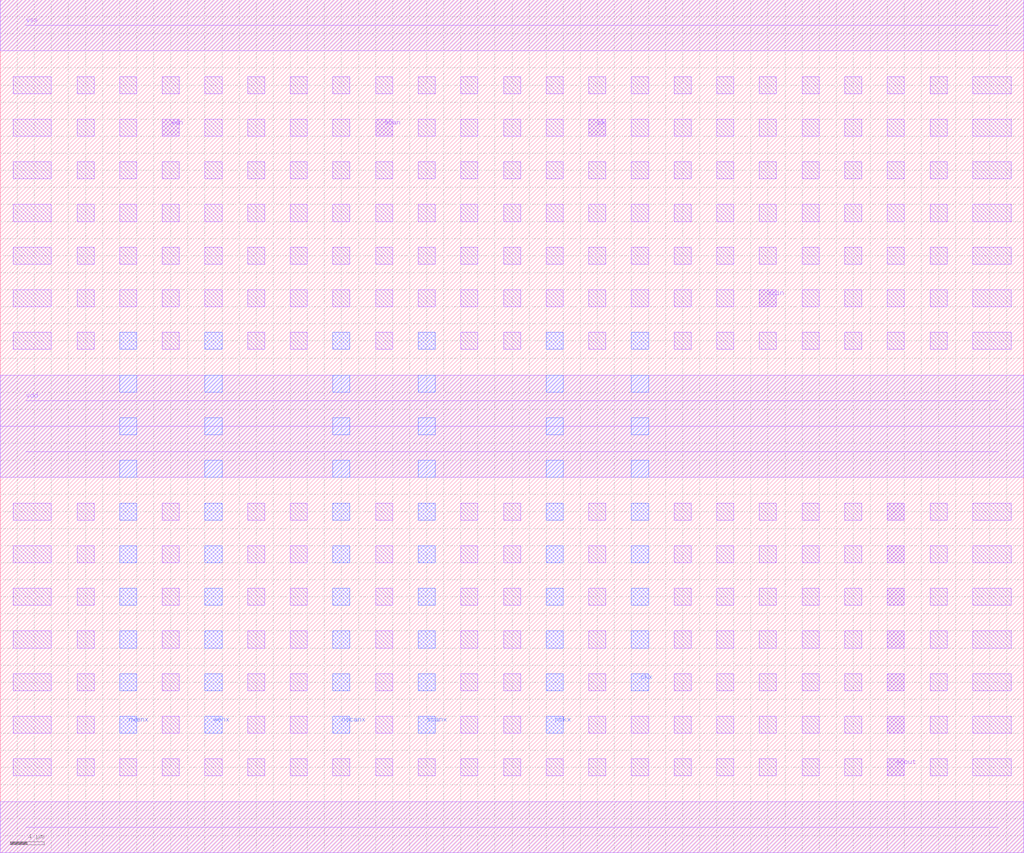
<source format=lef>

MACRO dp_dff_scan_x4
    CLASS     CORE ;
    ORIGIN    0.00 0.00 ;
    SIZE      100.00 BY 50.00 ;
    SYMMETRY  X Y ;
    SITE      core ;
    PIN q
        DIRECTION INOUT ;
        PORT
            LAYER L_ALU1 ;
            RECT 89.00 39.00 91.00 41.00 ;
            RECT 89.00 34.00 91.00 36.00 ;
            RECT 89.00 29.00 91.00 31.00 ;
            RECT 89.00 24.00 91.00 26.00 ;
            RECT 89.00 19.00 91.00 21.00 ;
            RECT 89.00 14.00 91.00 16.00 ;
            RECT 89.00 9.00 91.00 11.00 ;
            LAYER L_ALU2 ;
            RECT 89.00 24.00 91.00 26.00 ;
            RECT 84.00 24.00 86.00 26.00 ;
            RECT 79.00 24.00 81.00 26.00 ;
            RECT 74.00 24.00 76.00 26.00 ;
            RECT 69.00 24.00 71.00 26.00 ;
            RECT 64.00 24.00 66.00 26.00 ;
            RECT 59.00 24.00 61.00 26.00 ;
            RECT 54.00 24.00 56.00 26.00 ;
            RECT 49.00 24.00 51.00 26.00 ;
            RECT 44.00 24.00 46.00 26.00 ;
            RECT 39.00 24.00 41.00 26.00 ;
            RECT 34.00 24.00 36.00 26.00 ;
            RECT 29.00 24.00 31.00 26.00 ;
        END
    END q
    PIN ckx
        DIRECTION INPUT ;
        PORT
            LAYER L_ALU3 ;
            RECT 74.00 19.00 76.00 21.00 ;
        END
    END ckx
    PIN scanx
        DIRECTION INPUT ;
        PORT
            LAYER L_ALU3 ;
            RECT 49.00 19.00 51.00 21.00 ;
        END
    END scanx
    PIN nscanx
        DIRECTION INPUT ;
        PORT
            LAYER L_ALU3 ;
            RECT 39.00 19.00 41.00 21.00 ;
        END
    END nscanx
    PIN nwenx
        DIRECTION INPUT ;
        PORT
            LAYER L_ALU3 ;
            RECT 24.00 19.00 26.00 21.00 ;
        END
    END nwenx
    PIN wenx
        DIRECTION INPUT ;
        PORT
            LAYER L_ALU3 ;
            RECT 14.00 19.00 16.00 21.00 ;
        END
    END wenx
    PIN scin
        DIRECTION INPUT ;
        PORT
            LAYER L_ALU1 ;
            RECT 54.00 29.00 56.00 31.00 ;
            RECT 54.00 24.00 56.00 26.00 ;
            RECT 54.00 19.00 56.00 21.00 ;
            RECT 54.00 14.00 56.00 16.00 ;
        END
    END scin
    PIN i
        DIRECTION INPUT ;
        PORT
            LAYER L_ALU1 ;
            RECT 9.00 39.00 11.00 41.00 ;
            RECT 9.00 34.00 11.00 36.00 ;
            RECT 9.00 29.00 11.00 31.00 ;
            RECT 9.00 24.00 11.00 26.00 ;
            RECT 9.00 19.00 11.00 21.00 ;
            RECT 9.00 14.00 11.00 16.00 ;
            RECT 9.00 9.00 11.00 11.00 ;
        END
    END i
    PIN nckx
        DIRECTION INPUT ;
        PORT
            LAYER L_ALU3 ;
            RECT 59.00 19.00 61.00 21.00 ;
        END
    END nckx
    PIN vdd
        DIRECTION INOUT ;
        USE power ;
        SHAPE ABUTMENT ;
        PORT
            LAYER L_ALU1 ;
            WIDTH 6.00 ;
            PATH 3.00 47.00 97.00 47.00 ;
        END
    END vdd
    PIN vss
        DIRECTION INOUT ;
        USE ground ;
        SHAPE ABUTMENT ;
        PORT
            LAYER L_ALU1 ;
            WIDTH 6.00 ;
            PATH 3.00 3.00 97.00 3.00 ;
        END
    END vss
    OBS
        LAYER L_ALU1 ;
        RECT 1.50 9.00 6.00 11.00 ;
        RECT 9.00 9.00 11.00 11.00 ;
        RECT 14.00 9.00 16.00 11.00 ;
        RECT 19.00 9.00 21.00 11.00 ;
        RECT 24.00 9.00 26.00 11.00 ;
        RECT 29.00 9.00 31.00 11.00 ;
        RECT 34.00 9.00 36.00 11.00 ;
        RECT 39.00 9.00 41.00 11.00 ;
        RECT 44.00 9.00 46.00 11.00 ;
        RECT 49.00 9.00 51.00 11.00 ;
        RECT 54.00 9.00 56.00 11.00 ;
        RECT 59.00 9.00 61.00 11.00 ;
        RECT 64.00 9.00 66.00 11.00 ;
        RECT 69.00 9.00 71.00 11.00 ;
        RECT 74.00 9.00 76.00 11.00 ;
        RECT 79.00 9.00 81.00 11.00 ;
        RECT 84.00 9.00 86.00 11.00 ;
        RECT 89.00 9.00 91.00 11.00 ;
        RECT 94.00 9.00 98.50 11.00 ;
        RECT 1.50 14.00 6.00 16.00 ;
        RECT 9.00 14.00 11.00 16.00 ;
        RECT 14.00 14.00 16.00 16.00 ;
        RECT 19.00 14.00 21.00 16.00 ;
        RECT 24.00 14.00 26.00 16.00 ;
        RECT 29.00 14.00 31.00 16.00 ;
        RECT 34.00 14.00 36.00 16.00 ;
        RECT 39.00 14.00 41.00 16.00 ;
        RECT 44.00 14.00 46.00 16.00 ;
        RECT 49.00 14.00 51.00 16.00 ;
        RECT 54.00 14.00 56.00 16.00 ;
        RECT 59.00 14.00 61.00 16.00 ;
        RECT 64.00 14.00 66.00 16.00 ;
        RECT 69.00 14.00 71.00 16.00 ;
        RECT 74.00 14.00 76.00 16.00 ;
        RECT 79.00 14.00 81.00 16.00 ;
        RECT 84.00 14.00 86.00 16.00 ;
        RECT 89.00 14.00 91.00 16.00 ;
        RECT 94.00 14.00 98.50 16.00 ;
        RECT 1.50 19.00 6.00 21.00 ;
        RECT 9.00 19.00 11.00 21.00 ;
        RECT 14.00 19.00 16.00 21.00 ;
        RECT 19.00 19.00 21.00 21.00 ;
        RECT 24.00 19.00 26.00 21.00 ;
        RECT 29.00 19.00 31.00 21.00 ;
        RECT 34.00 19.00 36.00 21.00 ;
        RECT 39.00 19.00 41.00 21.00 ;
        RECT 44.00 19.00 46.00 21.00 ;
        RECT 49.00 19.00 51.00 21.00 ;
        RECT 54.00 19.00 56.00 21.00 ;
        RECT 59.00 19.00 61.00 21.00 ;
        RECT 64.00 19.00 66.00 21.00 ;
        RECT 69.00 19.00 71.00 21.00 ;
        RECT 74.00 19.00 76.00 21.00 ;
        RECT 79.00 19.00 81.00 21.00 ;
        RECT 84.00 19.00 86.00 21.00 ;
        RECT 89.00 19.00 91.00 21.00 ;
        RECT 94.00 19.00 98.50 21.00 ;
        RECT 1.50 24.00 6.00 26.00 ;
        RECT 9.00 24.00 11.00 26.00 ;
        RECT 14.00 24.00 16.00 26.00 ;
        RECT 19.00 24.00 21.00 26.00 ;
        RECT 24.00 24.00 26.00 26.00 ;
        RECT 29.00 24.00 31.00 26.00 ;
        RECT 34.00 24.00 36.00 26.00 ;
        RECT 39.00 24.00 41.00 26.00 ;
        RECT 44.00 24.00 46.00 26.00 ;
        RECT 49.00 24.00 51.00 26.00 ;
        RECT 54.00 24.00 56.00 26.00 ;
        RECT 59.00 24.00 61.00 26.00 ;
        RECT 64.00 24.00 66.00 26.00 ;
        RECT 69.00 24.00 71.00 26.00 ;
        RECT 74.00 24.00 76.00 26.00 ;
        RECT 79.00 24.00 81.00 26.00 ;
        RECT 84.00 24.00 86.00 26.00 ;
        RECT 89.00 24.00 91.00 26.00 ;
        RECT 94.00 24.00 98.50 26.00 ;
        RECT 1.50 29.00 6.00 31.00 ;
        RECT 9.00 29.00 11.00 31.00 ;
        RECT 14.00 29.00 16.00 31.00 ;
        RECT 19.00 29.00 21.00 31.00 ;
        RECT 24.00 29.00 26.00 31.00 ;
        RECT 29.00 29.00 31.00 31.00 ;
        RECT 34.00 29.00 36.00 31.00 ;
        RECT 39.00 29.00 41.00 31.00 ;
        RECT 44.00 29.00 46.00 31.00 ;
        RECT 49.00 29.00 51.00 31.00 ;
        RECT 54.00 29.00 56.00 31.00 ;
        RECT 59.00 29.00 61.00 31.00 ;
        RECT 64.00 29.00 66.00 31.00 ;
        RECT 69.00 29.00 71.00 31.00 ;
        RECT 74.00 29.00 76.00 31.00 ;
        RECT 79.00 29.00 81.00 31.00 ;
        RECT 84.00 29.00 86.00 31.00 ;
        RECT 89.00 29.00 91.00 31.00 ;
        RECT 94.00 29.00 98.50 31.00 ;
        RECT 1.50 34.00 6.00 36.00 ;
        RECT 9.00 34.00 11.00 36.00 ;
        RECT 14.00 34.00 16.00 36.00 ;
        RECT 19.00 34.00 21.00 36.00 ;
        RECT 24.00 34.00 26.00 36.00 ;
        RECT 29.00 34.00 31.00 36.00 ;
        RECT 34.00 34.00 36.00 36.00 ;
        RECT 39.00 34.00 41.00 36.00 ;
        RECT 44.00 34.00 46.00 36.00 ;
        RECT 49.00 34.00 51.00 36.00 ;
        RECT 54.00 34.00 56.00 36.00 ;
        RECT 59.00 34.00 61.00 36.00 ;
        RECT 64.00 34.00 66.00 36.00 ;
        RECT 69.00 34.00 71.00 36.00 ;
        RECT 74.00 34.00 76.00 36.00 ;
        RECT 79.00 34.00 81.00 36.00 ;
        RECT 84.00 34.00 86.00 36.00 ;
        RECT 89.00 34.00 91.00 36.00 ;
        RECT 94.00 34.00 98.50 36.00 ;
        RECT 1.50 39.00 6.00 41.00 ;
        RECT 9.00 39.00 11.00 41.00 ;
        RECT 14.00 39.00 16.00 41.00 ;
        RECT 19.00 39.00 21.00 41.00 ;
        RECT 24.00 39.00 26.00 41.00 ;
        RECT 29.00 39.00 31.00 41.00 ;
        RECT 34.00 39.00 36.00 41.00 ;
        RECT 39.00 39.00 41.00 41.00 ;
        RECT 44.00 39.00 46.00 41.00 ;
        RECT 49.00 39.00 51.00 41.00 ;
        RECT 54.00 39.00 56.00 41.00 ;
        RECT 59.00 39.00 61.00 41.00 ;
        RECT 64.00 39.00 66.00 41.00 ;
        RECT 69.00 39.00 71.00 41.00 ;
        RECT 74.00 39.00 76.00 41.00 ;
        RECT 79.00 39.00 81.00 41.00 ;
        RECT 84.00 39.00 86.00 41.00 ;
        RECT 89.00 39.00 91.00 41.00 ;
        RECT 94.00 39.00 98.50 41.00 ;
        LAYER L_ALU2 ;
        RECT 59.00 19.00 76.00 21.00 ;
        RECT 14.00 19.00 51.00 21.00 ;
    END
END dp_dff_scan_x4


MACRO dp_dff_scan_x4_buf
    CLASS     CORE ;
    ORIGIN    0.00 0.00 ;
    SIZE      100.00 BY 100.00 ;
    SYMMETRY  Y ;
    SITE      core ;
    PIN ckx
        DIRECTION OUTPUT ;
        PORT
            LAYER L_ALU3 ;
            RECT 74.00 59.00 76.00 61.00 ;
            RECT 74.00 54.00 76.00 56.00 ;
            RECT 74.00 49.00 76.00 51.00 ;
            RECT 74.00 44.00 76.00 46.00 ;
            RECT 74.00 39.00 76.00 41.00 ;
            RECT 74.00 34.00 76.00 36.00 ;
            RECT 74.00 29.00 76.00 31.00 ;
            RECT 74.00 24.00 76.00 26.00 ;
            RECT 74.00 19.00 76.00 21.00 ;
            RECT 74.00 14.00 76.00 16.00 ;
        END
    END ckx
    PIN scout
        DIRECTION OUTPUT ;
        PORT
            LAYER L_ALU1 ;
            RECT 89.00 39.00 91.00 41.00 ;
            RECT 89.00 34.00 91.00 36.00 ;
            RECT 89.00 29.00 91.00 31.00 ;
            RECT 89.00 24.00 91.00 26.00 ;
            RECT 89.00 19.00 91.00 21.00 ;
            RECT 89.00 14.00 91.00 16.00 ;
            RECT 89.00 9.00 91.00 11.00 ;
        END
    END scout
    PIN wenx
        DIRECTION OUTPUT ;
        PORT
            LAYER L_ALU3 ;
            RECT 14.00 59.00 16.00 61.00 ;
            RECT 14.00 54.00 16.00 56.00 ;
            RECT 14.00 49.00 16.00 51.00 ;
            RECT 14.00 44.00 16.00 46.00 ;
            RECT 14.00 39.00 16.00 41.00 ;
            RECT 14.00 34.00 16.00 36.00 ;
            RECT 14.00 29.00 16.00 31.00 ;
            RECT 14.00 24.00 16.00 26.00 ;
            RECT 14.00 19.00 16.00 21.00 ;
            RECT 14.00 14.00 16.00 16.00 ;
        END
    END wenx
    PIN nwenx
        DIRECTION OUTPUT ;
        PORT
            LAYER L_ALU3 ;
            RECT 24.00 59.00 26.00 61.00 ;
            RECT 24.00 54.00 26.00 56.00 ;
            RECT 24.00 49.00 26.00 51.00 ;
            RECT 24.00 44.00 26.00 46.00 ;
            RECT 24.00 39.00 26.00 41.00 ;
            RECT 24.00 34.00 26.00 36.00 ;
            RECT 24.00 29.00 26.00 31.00 ;
            RECT 24.00 24.00 26.00 26.00 ;
            RECT 24.00 19.00 26.00 21.00 ;
            RECT 24.00 14.00 26.00 16.00 ;
        END
    END nwenx
    PIN nscanx
        DIRECTION OUTPUT ;
        PORT
            LAYER L_ALU3 ;
            RECT 39.00 59.00 41.00 61.00 ;
            RECT 39.00 54.00 41.00 56.00 ;
            RECT 39.00 49.00 41.00 51.00 ;
            RECT 39.00 44.00 41.00 46.00 ;
            RECT 39.00 39.00 41.00 41.00 ;
            RECT 39.00 34.00 41.00 36.00 ;
            RECT 39.00 29.00 41.00 31.00 ;
            RECT 39.00 24.00 41.00 26.00 ;
            RECT 39.00 19.00 41.00 21.00 ;
            RECT 39.00 14.00 41.00 16.00 ;
        END
    END nscanx
    PIN scanx
        DIRECTION OUTPUT ;
        PORT
            LAYER L_ALU3 ;
            RECT 49.00 59.00 51.00 61.00 ;
            RECT 49.00 54.00 51.00 56.00 ;
            RECT 49.00 49.00 51.00 51.00 ;
            RECT 49.00 44.00 51.00 46.00 ;
            RECT 49.00 39.00 51.00 41.00 ;
            RECT 49.00 34.00 51.00 36.00 ;
            RECT 49.00 29.00 51.00 31.00 ;
            RECT 49.00 24.00 51.00 26.00 ;
            RECT 49.00 19.00 51.00 21.00 ;
            RECT 49.00 14.00 51.00 16.00 ;
        END
    END scanx
    PIN nckx
        DIRECTION OUTPUT ;
        PORT
            LAYER L_ALU3 ;
            RECT 64.00 59.00 66.00 61.00 ;
            RECT 64.00 54.00 66.00 56.00 ;
            RECT 64.00 49.00 66.00 51.00 ;
            RECT 64.00 44.00 66.00 46.00 ;
            RECT 64.00 39.00 66.00 41.00 ;
            RECT 64.00 34.00 66.00 36.00 ;
            RECT 64.00 29.00 66.00 31.00 ;
            RECT 64.00 24.00 66.00 26.00 ;
            RECT 64.00 19.00 66.00 21.00 ;
            RECT 64.00 14.00 66.00 16.00 ;
        END
    END nckx
    PIN scin
        DIRECTION INPUT ;
        PORT
            LAYER L_ALU1 ;
            RECT 94.00 69.00 96.00 71.00 ;
        END
    END scin
    PIN ck
        DIRECTION INPUT ;
        PORT
            LAYER L_ALU1 ;
            RECT 69.00 84.00 71.00 86.00 ;
        END
    END ck
    PIN scan
        DIRECTION INPUT ;
        PORT
            LAYER L_ALU1 ;
            RECT 44.00 84.00 46.00 86.00 ;
        END
    END scan
    PIN wen
        DIRECTION INPUT ;
        PORT
            LAYER L_ALU1 ;
            RECT 19.00 84.00 21.00 86.00 ;
        END
    END wen
    PIN vdd
        DIRECTION INOUT ;
        USE power ;
        SHAPE ABUTMENT ;
        PORT
            LAYER L_ALU1 ;
            WIDTH 6.00 ;
            PATH 3.00 47.00 97.00 47.00 ;
            LAYER L_ALU1 ;
            WIDTH 6.00 ;
            PATH 3.00 53.00 97.00 53.00 ;
        END
    END vdd
    PIN vss
        DIRECTION INOUT ;
        USE ground ;
        SHAPE ABUTMENT ;
        PORT
            LAYER L_ALU1 ;
            WIDTH 6.00 ;
            PATH 3.00 3.00 97.00 3.00 ;
            LAYER L_ALU1 ;
            WIDTH 6.00 ;
            PATH 3.00 97.00 97.00 97.00 ;
        END
    END vss
    OBS
        LAYER L_ALU1 ;
        RECT 1.50 9.00 6.00 11.00 ;
        RECT 9.00 9.00 11.00 11.00 ;
        RECT 14.00 9.00 16.00 11.00 ;
        RECT 19.00 9.00 21.00 11.00 ;
        RECT 24.00 9.00 26.00 11.00 ;
        RECT 29.00 9.00 31.00 11.00 ;
        RECT 34.00 9.00 36.00 11.00 ;
        RECT 39.00 9.00 41.00 11.00 ;
        RECT 44.00 9.00 46.00 11.00 ;
        RECT 49.00 9.00 51.00 11.00 ;
        RECT 54.00 9.00 56.00 11.00 ;
        RECT 59.00 9.00 61.00 11.00 ;
        RECT 64.00 9.00 66.00 11.00 ;
        RECT 69.00 9.00 71.00 11.00 ;
        RECT 74.00 9.00 76.00 11.00 ;
        RECT 79.00 9.00 81.00 11.00 ;
        RECT 84.00 9.00 86.00 11.00 ;
        RECT 89.00 9.00 91.00 11.00 ;
        RECT 94.00 9.00 98.50 11.00 ;
        RECT 1.50 14.00 6.00 16.00 ;
        RECT 9.00 14.00 11.00 16.00 ;
        RECT 14.00 14.00 16.00 16.00 ;
        RECT 19.00 14.00 21.00 16.00 ;
        RECT 24.00 14.00 26.00 16.00 ;
        RECT 29.00 14.00 31.00 16.00 ;
        RECT 34.00 14.00 36.00 16.00 ;
        RECT 39.00 14.00 41.00 16.00 ;
        RECT 44.00 14.00 46.00 16.00 ;
        RECT 49.00 14.00 51.00 16.00 ;
        RECT 54.00 14.00 56.00 16.00 ;
        RECT 59.00 14.00 61.00 16.00 ;
        RECT 64.00 14.00 66.00 16.00 ;
        RECT 69.00 14.00 71.00 16.00 ;
        RECT 74.00 14.00 76.00 16.00 ;
        RECT 79.00 14.00 81.00 16.00 ;
        RECT 84.00 14.00 86.00 16.00 ;
        RECT 89.00 14.00 91.00 16.00 ;
        RECT 94.00 14.00 98.50 16.00 ;
        RECT 1.50 19.00 6.00 21.00 ;
        RECT 9.00 19.00 11.00 21.00 ;
        RECT 14.00 19.00 16.00 21.00 ;
        RECT 19.00 19.00 21.00 21.00 ;
        RECT 24.00 19.00 26.00 21.00 ;
        RECT 29.00 19.00 31.00 21.00 ;
        RECT 34.00 19.00 36.00 21.00 ;
        RECT 39.00 19.00 41.00 21.00 ;
        RECT 44.00 19.00 46.00 21.00 ;
        RECT 49.00 19.00 51.00 21.00 ;
        RECT 54.00 19.00 56.00 21.00 ;
        RECT 59.00 19.00 61.00 21.00 ;
        RECT 64.00 19.00 66.00 21.00 ;
        RECT 69.00 19.00 71.00 21.00 ;
        RECT 74.00 19.00 76.00 21.00 ;
        RECT 79.00 19.00 81.00 21.00 ;
        RECT 84.00 19.00 86.00 21.00 ;
        RECT 89.00 19.00 91.00 21.00 ;
        RECT 94.00 19.00 98.50 21.00 ;
        RECT 1.50 24.00 6.00 26.00 ;
        RECT 9.00 24.00 11.00 26.00 ;
        RECT 14.00 24.00 16.00 26.00 ;
        RECT 19.00 24.00 21.00 26.00 ;
        RECT 24.00 24.00 26.00 26.00 ;
        RECT 29.00 24.00 31.00 26.00 ;
        RECT 34.00 24.00 36.00 26.00 ;
        RECT 39.00 24.00 41.00 26.00 ;
        RECT 44.00 24.00 46.00 26.00 ;
        RECT 49.00 24.00 51.00 26.00 ;
        RECT 54.00 24.00 56.00 26.00 ;
        RECT 59.00 24.00 61.00 26.00 ;
        RECT 64.00 24.00 66.00 26.00 ;
        RECT 69.00 24.00 71.00 26.00 ;
        RECT 74.00 24.00 76.00 26.00 ;
        RECT 79.00 24.00 81.00 26.00 ;
        RECT 84.00 24.00 86.00 26.00 ;
        RECT 89.00 24.00 91.00 26.00 ;
        RECT 94.00 24.00 98.50 26.00 ;
        RECT 1.50 29.00 6.00 31.00 ;
        RECT 9.00 29.00 11.00 31.00 ;
        RECT 14.00 29.00 16.00 31.00 ;
        RECT 19.00 29.00 21.00 31.00 ;
        RECT 24.00 29.00 26.00 31.00 ;
        RECT 29.00 29.00 31.00 31.00 ;
        RECT 34.00 29.00 36.00 31.00 ;
        RECT 39.00 29.00 41.00 31.00 ;
        RECT 44.00 29.00 46.00 31.00 ;
        RECT 49.00 29.00 51.00 31.00 ;
        RECT 54.00 29.00 56.00 31.00 ;
        RECT 59.00 29.00 61.00 31.00 ;
        RECT 64.00 29.00 66.00 31.00 ;
        RECT 69.00 29.00 71.00 31.00 ;
        RECT 74.00 29.00 76.00 31.00 ;
        RECT 79.00 29.00 81.00 31.00 ;
        RECT 84.00 29.00 86.00 31.00 ;
        RECT 89.00 29.00 91.00 31.00 ;
        RECT 94.00 29.00 98.50 31.00 ;
        RECT 1.50 34.00 6.00 36.00 ;
        RECT 9.00 34.00 11.00 36.00 ;
        RECT 14.00 34.00 16.00 36.00 ;
        RECT 19.00 34.00 21.00 36.00 ;
        RECT 24.00 34.00 26.00 36.00 ;
        RECT 29.00 34.00 31.00 36.00 ;
        RECT 34.00 34.00 36.00 36.00 ;
        RECT 39.00 34.00 41.00 36.00 ;
        RECT 44.00 34.00 46.00 36.00 ;
        RECT 49.00 34.00 51.00 36.00 ;
        RECT 54.00 34.00 56.00 36.00 ;
        RECT 59.00 34.00 61.00 36.00 ;
        RECT 64.00 34.00 66.00 36.00 ;
        RECT 69.00 34.00 71.00 36.00 ;
        RECT 74.00 34.00 76.00 36.00 ;
        RECT 79.00 34.00 81.00 36.00 ;
        RECT 84.00 34.00 86.00 36.00 ;
        RECT 89.00 34.00 91.00 36.00 ;
        RECT 94.00 34.00 98.50 36.00 ;
        RECT 1.50 39.00 6.00 41.00 ;
        RECT 9.00 39.00 11.00 41.00 ;
        RECT 14.00 39.00 16.00 41.00 ;
        RECT 19.00 39.00 21.00 41.00 ;
        RECT 24.00 39.00 26.00 41.00 ;
        RECT 29.00 39.00 31.00 41.00 ;
        RECT 34.00 39.00 36.00 41.00 ;
        RECT 39.00 39.00 41.00 41.00 ;
        RECT 44.00 39.00 46.00 41.00 ;
        RECT 49.00 39.00 51.00 41.00 ;
        RECT 54.00 39.00 56.00 41.00 ;
        RECT 59.00 39.00 61.00 41.00 ;
        RECT 64.00 39.00 66.00 41.00 ;
        RECT 69.00 39.00 71.00 41.00 ;
        RECT 74.00 39.00 76.00 41.00 ;
        RECT 79.00 39.00 81.00 41.00 ;
        RECT 84.00 39.00 86.00 41.00 ;
        RECT 89.00 39.00 91.00 41.00 ;
        RECT 94.00 39.00 98.50 41.00 ;
        RECT 1.50 59.00 6.00 61.00 ;
        RECT 9.00 59.00 11.00 61.00 ;
        RECT 14.00 59.00 16.00 61.00 ;
        RECT 19.00 59.00 21.00 61.00 ;
        RECT 24.00 59.00 26.00 61.00 ;
        RECT 29.00 59.00 31.00 61.00 ;
        RECT 34.00 59.00 36.00 61.00 ;
        RECT 39.00 59.00 41.00 61.00 ;
        RECT 44.00 59.00 46.00 61.00 ;
        RECT 49.00 59.00 51.00 61.00 ;
        RECT 54.00 59.00 56.00 61.00 ;
        RECT 59.00 59.00 61.00 61.00 ;
        RECT 64.00 59.00 66.00 61.00 ;
        RECT 69.00 59.00 71.00 61.00 ;
        RECT 74.00 59.00 76.00 61.00 ;
        RECT 79.00 59.00 81.00 61.00 ;
        RECT 84.00 59.00 86.00 61.00 ;
        RECT 89.00 59.00 91.00 61.00 ;
        RECT 94.00 59.00 98.50 61.00 ;
        RECT 1.50 64.00 6.00 66.00 ;
        RECT 9.00 64.00 11.00 66.00 ;
        RECT 14.00 64.00 16.00 66.00 ;
        RECT 19.00 64.00 21.00 66.00 ;
        RECT 24.00 64.00 26.00 66.00 ;
        RECT 29.00 64.00 31.00 66.00 ;
        RECT 34.00 64.00 36.00 66.00 ;
        RECT 39.00 64.00 41.00 66.00 ;
        RECT 44.00 64.00 46.00 66.00 ;
        RECT 49.00 64.00 51.00 66.00 ;
        RECT 54.00 64.00 56.00 66.00 ;
        RECT 59.00 64.00 61.00 66.00 ;
        RECT 64.00 64.00 66.00 66.00 ;
        RECT 69.00 64.00 71.00 66.00 ;
        RECT 74.00 64.00 76.00 66.00 ;
        RECT 79.00 64.00 81.00 66.00 ;
        RECT 84.00 64.00 86.00 66.00 ;
        RECT 89.00 64.00 91.00 66.00 ;
        RECT 94.00 64.00 98.50 66.00 ;
        RECT 1.50 69.00 6.00 71.00 ;
        RECT 9.00 69.00 11.00 71.00 ;
        RECT 14.00 69.00 16.00 71.00 ;
        RECT 19.00 69.00 21.00 71.00 ;
        RECT 24.00 69.00 26.00 71.00 ;
        RECT 29.00 69.00 31.00 71.00 ;
        RECT 34.00 69.00 36.00 71.00 ;
        RECT 39.00 69.00 41.00 71.00 ;
        RECT 44.00 69.00 46.00 71.00 ;
        RECT 49.00 69.00 51.00 71.00 ;
        RECT 54.00 69.00 56.00 71.00 ;
        RECT 59.00 69.00 61.00 71.00 ;
        RECT 64.00 69.00 66.00 71.00 ;
        RECT 69.00 69.00 71.00 71.00 ;
        RECT 74.00 69.00 76.00 71.00 ;
        RECT 79.00 69.00 81.00 71.00 ;
        RECT 84.00 69.00 86.00 71.00 ;
        RECT 89.00 69.00 91.00 71.00 ;
        RECT 94.00 69.00 98.50 71.00 ;
        RECT 1.50 74.00 6.00 76.00 ;
        RECT 9.00 74.00 11.00 76.00 ;
        RECT 14.00 74.00 16.00 76.00 ;
        RECT 19.00 74.00 21.00 76.00 ;
        RECT 24.00 74.00 26.00 76.00 ;
        RECT 29.00 74.00 31.00 76.00 ;
        RECT 34.00 74.00 36.00 76.00 ;
        RECT 39.00 74.00 41.00 76.00 ;
        RECT 44.00 74.00 46.00 76.00 ;
        RECT 49.00 74.00 51.00 76.00 ;
        RECT 54.00 74.00 56.00 76.00 ;
        RECT 59.00 74.00 61.00 76.00 ;
        RECT 64.00 74.00 66.00 76.00 ;
        RECT 69.00 74.00 71.00 76.00 ;
        RECT 74.00 74.00 76.00 76.00 ;
        RECT 79.00 74.00 81.00 76.00 ;
        RECT 84.00 74.00 86.00 76.00 ;
        RECT 89.00 74.00 91.00 76.00 ;
        RECT 94.00 74.00 98.50 76.00 ;
        RECT 1.50 79.00 6.00 81.00 ;
        RECT 9.00 79.00 11.00 81.00 ;
        RECT 14.00 79.00 16.00 81.00 ;
        RECT 19.00 79.00 21.00 81.00 ;
        RECT 24.00 79.00 26.00 81.00 ;
        RECT 29.00 79.00 31.00 81.00 ;
        RECT 34.00 79.00 36.00 81.00 ;
        RECT 39.00 79.00 41.00 81.00 ;
        RECT 44.00 79.00 46.00 81.00 ;
        RECT 49.00 79.00 51.00 81.00 ;
        RECT 54.00 79.00 56.00 81.00 ;
        RECT 59.00 79.00 61.00 81.00 ;
        RECT 64.00 79.00 66.00 81.00 ;
        RECT 69.00 79.00 71.00 81.00 ;
        RECT 74.00 79.00 76.00 81.00 ;
        RECT 79.00 79.00 81.00 81.00 ;
        RECT 84.00 79.00 86.00 81.00 ;
        RECT 89.00 79.00 91.00 81.00 ;
        RECT 94.00 79.00 98.50 81.00 ;
        RECT 1.50 84.00 6.00 86.00 ;
        RECT 9.00 84.00 11.00 86.00 ;
        RECT 14.00 84.00 16.00 86.00 ;
        RECT 19.00 84.00 21.00 86.00 ;
        RECT 24.00 84.00 26.00 86.00 ;
        RECT 29.00 84.00 31.00 86.00 ;
        RECT 34.00 84.00 36.00 86.00 ;
        RECT 39.00 84.00 41.00 86.00 ;
        RECT 44.00 84.00 46.00 86.00 ;
        RECT 49.00 84.00 51.00 86.00 ;
        RECT 54.00 84.00 56.00 86.00 ;
        RECT 59.00 84.00 61.00 86.00 ;
        RECT 64.00 84.00 66.00 86.00 ;
        RECT 69.00 84.00 71.00 86.00 ;
        RECT 74.00 84.00 76.00 86.00 ;
        RECT 79.00 84.00 81.00 86.00 ;
        RECT 84.00 84.00 86.00 86.00 ;
        RECT 89.00 84.00 91.00 86.00 ;
        RECT 94.00 84.00 98.50 86.00 ;
        RECT 1.50 89.00 6.00 91.00 ;
        RECT 9.00 89.00 11.00 91.00 ;
        RECT 14.00 89.00 16.00 91.00 ;
        RECT 19.00 89.00 21.00 91.00 ;
        RECT 24.00 89.00 26.00 91.00 ;
        RECT 29.00 89.00 31.00 91.00 ;
        RECT 34.00 89.00 36.00 91.00 ;
        RECT 39.00 89.00 41.00 91.00 ;
        RECT 44.00 89.00 46.00 91.00 ;
        RECT 49.00 89.00 51.00 91.00 ;
        RECT 54.00 89.00 56.00 91.00 ;
        RECT 59.00 89.00 61.00 91.00 ;
        RECT 64.00 89.00 66.00 91.00 ;
        RECT 69.00 89.00 71.00 91.00 ;
        RECT 74.00 89.00 76.00 91.00 ;
        RECT 79.00 89.00 81.00 91.00 ;
        RECT 84.00 89.00 86.00 91.00 ;
        RECT 89.00 89.00 91.00 91.00 ;
        RECT 94.00 89.00 98.50 91.00 ;
    END
END dp_dff_scan_x4_buf


MACRO dp_dff_x4
    CLASS     CORE ;
    ORIGIN    0.00 0.00 ;
    SIZE      70.00 BY 50.00 ;
    SYMMETRY  X Y ;
    SITE      core ;
    PIN q
        DIRECTION INOUT ;
        PORT
            LAYER L_ALU2 ;
            RECT 59.00 24.00 61.00 26.00 ;
            RECT 54.00 24.00 56.00 26.00 ;
            RECT 49.00 24.00 51.00 26.00 ;
            RECT 44.00 24.00 46.00 26.00 ;
            RECT 39.00 24.00 41.00 26.00 ;
            RECT 34.00 24.00 36.00 26.00 ;
            RECT 29.00 24.00 31.00 26.00 ;
            RECT 24.00 24.00 26.00 26.00 ;
            LAYER L_ALU1 ;
            RECT 59.00 39.00 61.00 41.00 ;
            RECT 59.00 34.00 61.00 36.00 ;
            RECT 59.00 29.00 61.00 31.00 ;
            RECT 59.00 24.00 61.00 26.00 ;
            RECT 59.00 19.00 61.00 21.00 ;
            RECT 59.00 14.00 61.00 16.00 ;
            RECT 59.00 9.00 61.00 11.00 ;
        END
    END q
    PIN nckx
        DIRECTION INPUT ;
        PORT
            LAYER L_ALU3 ;
            RECT 29.00 19.00 31.00 21.00 ;
        END
    END nckx
    PIN i
        DIRECTION INPUT ;
        PORT
            LAYER L_ALU1 ;
            RECT 4.00 39.00 6.00 41.00 ;
            RECT 4.00 34.00 6.00 36.00 ;
            RECT 4.00 29.00 6.00 31.00 ;
            RECT 4.00 24.00 6.00 26.00 ;
            RECT 4.00 19.00 6.00 21.00 ;
            RECT 4.00 14.00 6.00 16.00 ;
            RECT 4.00 9.00 6.00 11.00 ;
        END
    END i
    PIN wenx
        DIRECTION INPUT ;
        PORT
            LAYER L_ALU3 ;
            RECT 9.00 19.00 11.00 21.00 ;
        END
    END wenx
    PIN nwenx
        DIRECTION INPUT ;
        PORT
            LAYER L_ALU3 ;
            RECT 19.00 19.00 21.00 21.00 ;
        END
    END nwenx
    PIN ckx
        DIRECTION INPUT ;
        PORT
            LAYER L_ALU3 ;
            RECT 44.00 19.00 46.00 21.00 ;
        END
    END ckx
    PIN vdd
        DIRECTION INOUT ;
        USE power ;
        SHAPE ABUTMENT ;
        PORT
            LAYER L_ALU1 ;
            WIDTH 6.00 ;
            PATH 3.00 47.00 67.00 47.00 ;
        END
    END vdd
    PIN vss
        DIRECTION INOUT ;
        USE ground ;
        SHAPE ABUTMENT ;
        PORT
            LAYER L_ALU1 ;
            WIDTH 6.00 ;
            PATH 3.00 3.00 67.00 3.00 ;
        END
    END vss
    OBS
        LAYER L_ALU1 ;
        RECT 1.50 9.00 6.00 11.00 ;
        RECT 9.00 9.00 11.00 11.00 ;
        RECT 14.00 9.00 16.00 11.00 ;
        RECT 19.00 9.00 21.00 11.00 ;
        RECT 24.00 9.00 26.00 11.00 ;
        RECT 29.00 9.00 31.00 11.00 ;
        RECT 34.00 9.00 36.00 11.00 ;
        RECT 39.00 9.00 41.00 11.00 ;
        RECT 44.00 9.00 46.00 11.00 ;
        RECT 49.00 9.00 51.00 11.00 ;
        RECT 54.00 9.00 56.00 11.00 ;
        RECT 59.00 9.00 61.00 11.00 ;
        RECT 64.00 9.00 68.50 11.00 ;
        RECT 1.50 14.00 6.00 16.00 ;
        RECT 9.00 14.00 11.00 16.00 ;
        RECT 14.00 14.00 16.00 16.00 ;
        RECT 19.00 14.00 21.00 16.00 ;
        RECT 24.00 14.00 26.00 16.00 ;
        RECT 29.00 14.00 31.00 16.00 ;
        RECT 34.00 14.00 36.00 16.00 ;
        RECT 39.00 14.00 41.00 16.00 ;
        RECT 44.00 14.00 46.00 16.00 ;
        RECT 49.00 14.00 51.00 16.00 ;
        RECT 54.00 14.00 56.00 16.00 ;
        RECT 59.00 14.00 61.00 16.00 ;
        RECT 64.00 14.00 68.50 16.00 ;
        RECT 1.50 19.00 6.00 21.00 ;
        RECT 9.00 19.00 11.00 21.00 ;
        RECT 14.00 19.00 16.00 21.00 ;
        RECT 19.00 19.00 21.00 21.00 ;
        RECT 24.00 19.00 26.00 21.00 ;
        RECT 29.00 19.00 31.00 21.00 ;
        RECT 34.00 19.00 36.00 21.00 ;
        RECT 39.00 19.00 41.00 21.00 ;
        RECT 44.00 19.00 46.00 21.00 ;
        RECT 49.00 19.00 51.00 21.00 ;
        RECT 54.00 19.00 56.00 21.00 ;
        RECT 59.00 19.00 61.00 21.00 ;
        RECT 64.00 19.00 68.50 21.00 ;
        RECT 1.50 24.00 6.00 26.00 ;
        RECT 9.00 24.00 11.00 26.00 ;
        RECT 14.00 24.00 16.00 26.00 ;
        RECT 19.00 24.00 21.00 26.00 ;
        RECT 24.00 24.00 26.00 26.00 ;
        RECT 29.00 24.00 31.00 26.00 ;
        RECT 34.00 24.00 36.00 26.00 ;
        RECT 39.00 24.00 41.00 26.00 ;
        RECT 44.00 24.00 46.00 26.00 ;
        RECT 49.00 24.00 51.00 26.00 ;
        RECT 54.00 24.00 56.00 26.00 ;
        RECT 59.00 24.00 61.00 26.00 ;
        RECT 64.00 24.00 68.50 26.00 ;
        RECT 1.50 29.00 6.00 31.00 ;
        RECT 9.00 29.00 11.00 31.00 ;
        RECT 14.00 29.00 16.00 31.00 ;
        RECT 19.00 29.00 21.00 31.00 ;
        RECT 24.00 29.00 26.00 31.00 ;
        RECT 29.00 29.00 31.00 31.00 ;
        RECT 34.00 29.00 36.00 31.00 ;
        RECT 39.00 29.00 41.00 31.00 ;
        RECT 44.00 29.00 46.00 31.00 ;
        RECT 49.00 29.00 51.00 31.00 ;
        RECT 54.00 29.00 56.00 31.00 ;
        RECT 59.00 29.00 61.00 31.00 ;
        RECT 64.00 29.00 68.50 31.00 ;
        RECT 1.50 34.00 6.00 36.00 ;
        RECT 9.00 34.00 11.00 36.00 ;
        RECT 14.00 34.00 16.00 36.00 ;
        RECT 19.00 34.00 21.00 36.00 ;
        RECT 24.00 34.00 26.00 36.00 ;
        RECT 29.00 34.00 31.00 36.00 ;
        RECT 34.00 34.00 36.00 36.00 ;
        RECT 39.00 34.00 41.00 36.00 ;
        RECT 44.00 34.00 46.00 36.00 ;
        RECT 49.00 34.00 51.00 36.00 ;
        RECT 54.00 34.00 56.00 36.00 ;
        RECT 59.00 34.00 61.00 36.00 ;
        RECT 64.00 34.00 68.50 36.00 ;
        RECT 1.50 39.00 6.00 41.00 ;
        RECT 9.00 39.00 11.00 41.00 ;
        RECT 14.00 39.00 16.00 41.00 ;
        RECT 19.00 39.00 21.00 41.00 ;
        RECT 24.00 39.00 26.00 41.00 ;
        RECT 29.00 39.00 31.00 41.00 ;
        RECT 34.00 39.00 36.00 41.00 ;
        RECT 39.00 39.00 41.00 41.00 ;
        RECT 44.00 39.00 46.00 41.00 ;
        RECT 49.00 39.00 51.00 41.00 ;
        RECT 54.00 39.00 56.00 41.00 ;
        RECT 59.00 39.00 61.00 41.00 ;
        RECT 64.00 39.00 68.50 41.00 ;
        LAYER L_ALU2 ;
        RECT 9.00 19.00 46.00 21.00 ;
    END
END dp_dff_x4


MACRO dp_dff_x4_buf
    CLASS     CORE ;
    ORIGIN    0.00 0.00 ;
    SIZE      70.00 BY 100.00 ;
    SYMMETRY  Y ;
    SITE      core ;
    PIN ckx
        DIRECTION OUTPUT ;
        PORT
            LAYER L_ALU3 ;
            RECT 44.00 59.00 46.00 61.00 ;
            RECT 44.00 54.00 46.00 56.00 ;
            RECT 44.00 49.00 46.00 51.00 ;
            RECT 44.00 44.00 46.00 46.00 ;
            RECT 44.00 39.00 46.00 41.00 ;
            RECT 44.00 34.00 46.00 36.00 ;
            RECT 44.00 29.00 46.00 31.00 ;
            RECT 44.00 24.00 46.00 26.00 ;
            RECT 44.00 19.00 46.00 21.00 ;
            RECT 44.00 14.00 46.00 16.00 ;
        END
    END ckx
    PIN nckx
        DIRECTION OUTPUT ;
        PORT
            LAYER L_ALU3 ;
            RECT 34.00 59.00 36.00 61.00 ;
            RECT 34.00 54.00 36.00 56.00 ;
            RECT 34.00 49.00 36.00 51.00 ;
            RECT 34.00 44.00 36.00 46.00 ;
            RECT 34.00 39.00 36.00 41.00 ;
            RECT 34.00 34.00 36.00 36.00 ;
            RECT 34.00 29.00 36.00 31.00 ;
            RECT 34.00 24.00 36.00 26.00 ;
            RECT 34.00 19.00 36.00 21.00 ;
            RECT 34.00 14.00 36.00 16.00 ;
        END
    END nckx
    PIN nwenx
        DIRECTION OUTPUT ;
        PORT
            LAYER L_ALU3 ;
            RECT 19.00 59.00 21.00 61.00 ;
            RECT 19.00 54.00 21.00 56.00 ;
            RECT 19.00 49.00 21.00 51.00 ;
            RECT 19.00 44.00 21.00 46.00 ;
            RECT 19.00 39.00 21.00 41.00 ;
            RECT 19.00 34.00 21.00 36.00 ;
            RECT 19.00 29.00 21.00 31.00 ;
            RECT 19.00 24.00 21.00 26.00 ;
            RECT 19.00 19.00 21.00 21.00 ;
            RECT 19.00 14.00 21.00 16.00 ;
        END
    END nwenx
    PIN wenx
        DIRECTION OUTPUT ;
        PORT
            LAYER L_ALU3 ;
            RECT 9.00 59.00 11.00 61.00 ;
            RECT 9.00 54.00 11.00 56.00 ;
            RECT 9.00 49.00 11.00 51.00 ;
            RECT 9.00 44.00 11.00 46.00 ;
            RECT 9.00 39.00 11.00 41.00 ;
            RECT 9.00 34.00 11.00 36.00 ;
            RECT 9.00 29.00 11.00 31.00 ;
            RECT 9.00 24.00 11.00 26.00 ;
            RECT 9.00 19.00 11.00 21.00 ;
            RECT 9.00 14.00 11.00 16.00 ;
        END
    END wenx
    PIN ck
        DIRECTION INPUT ;
        PORT
            LAYER L_ALU1 ;
            RECT 39.00 84.00 41.00 86.00 ;
        END
    END ck
    PIN wen
        DIRECTION INPUT ;
        PORT
            LAYER L_ALU1 ;
            RECT 14.00 84.00 16.00 86.00 ;
        END
    END wen
    PIN vdd
        DIRECTION INOUT ;
        USE power ;
        SHAPE ABUTMENT ;
        PORT
            LAYER L_ALU1 ;
            WIDTH 6.00 ;
            PATH 3.00 47.00 67.00 47.00 ;
            LAYER L_ALU1 ;
            WIDTH 6.00 ;
            PATH 3.00 53.00 67.00 53.00 ;
        END
    END vdd
    PIN vss
        DIRECTION INOUT ;
        USE ground ;
        SHAPE ABUTMENT ;
        PORT
            LAYER L_ALU1 ;
            WIDTH 6.00 ;
            PATH 3.00 3.00 67.00 3.00 ;
            LAYER L_ALU1 ;
            WIDTH 6.00 ;
            PATH 3.00 97.00 67.00 97.00 ;
        END
    END vss
    OBS
        LAYER L_ALU1 ;
        RECT 1.50 9.00 6.00 11.00 ;
        RECT 9.00 9.00 11.00 11.00 ;
        RECT 14.00 9.00 16.00 11.00 ;
        RECT 19.00 9.00 21.00 11.00 ;
        RECT 24.00 9.00 26.00 11.00 ;
        RECT 29.00 9.00 31.00 11.00 ;
        RECT 34.00 9.00 36.00 11.00 ;
        RECT 39.00 9.00 41.00 11.00 ;
        RECT 44.00 9.00 46.00 11.00 ;
        RECT 49.00 9.00 51.00 11.00 ;
        RECT 54.00 9.00 56.00 11.00 ;
        RECT 59.00 9.00 61.00 11.00 ;
        RECT 64.00 9.00 68.50 11.00 ;
        RECT 1.50 14.00 6.00 16.00 ;
        RECT 9.00 14.00 11.00 16.00 ;
        RECT 14.00 14.00 16.00 16.00 ;
        RECT 19.00 14.00 21.00 16.00 ;
        RECT 24.00 14.00 26.00 16.00 ;
        RECT 29.00 14.00 31.00 16.00 ;
        RECT 34.00 14.00 36.00 16.00 ;
        RECT 39.00 14.00 41.00 16.00 ;
        RECT 44.00 14.00 46.00 16.00 ;
        RECT 49.00 14.00 51.00 16.00 ;
        RECT 54.00 14.00 56.00 16.00 ;
        RECT 59.00 14.00 61.00 16.00 ;
        RECT 64.00 14.00 68.50 16.00 ;
        RECT 1.50 19.00 6.00 21.00 ;
        RECT 9.00 19.00 11.00 21.00 ;
        RECT 14.00 19.00 16.00 21.00 ;
        RECT 19.00 19.00 21.00 21.00 ;
        RECT 24.00 19.00 26.00 21.00 ;
        RECT 29.00 19.00 31.00 21.00 ;
        RECT 34.00 19.00 36.00 21.00 ;
        RECT 39.00 19.00 41.00 21.00 ;
        RECT 44.00 19.00 46.00 21.00 ;
        RECT 49.00 19.00 51.00 21.00 ;
        RECT 54.00 19.00 56.00 21.00 ;
        RECT 59.00 19.00 61.00 21.00 ;
        RECT 64.00 19.00 68.50 21.00 ;
        RECT 1.50 24.00 6.00 26.00 ;
        RECT 9.00 24.00 11.00 26.00 ;
        RECT 14.00 24.00 16.00 26.00 ;
        RECT 19.00 24.00 21.00 26.00 ;
        RECT 24.00 24.00 26.00 26.00 ;
        RECT 29.00 24.00 31.00 26.00 ;
        RECT 34.00 24.00 36.00 26.00 ;
        RECT 39.00 24.00 41.00 26.00 ;
        RECT 44.00 24.00 46.00 26.00 ;
        RECT 49.00 24.00 51.00 26.00 ;
        RECT 54.00 24.00 56.00 26.00 ;
        RECT 59.00 24.00 61.00 26.00 ;
        RECT 64.00 24.00 68.50 26.00 ;
        RECT 1.50 29.00 6.00 31.00 ;
        RECT 9.00 29.00 11.00 31.00 ;
        RECT 14.00 29.00 16.00 31.00 ;
        RECT 19.00 29.00 21.00 31.00 ;
        RECT 24.00 29.00 26.00 31.00 ;
        RECT 29.00 29.00 31.00 31.00 ;
        RECT 34.00 29.00 36.00 31.00 ;
        RECT 39.00 29.00 41.00 31.00 ;
        RECT 44.00 29.00 46.00 31.00 ;
        RECT 49.00 29.00 51.00 31.00 ;
        RECT 54.00 29.00 56.00 31.00 ;
        RECT 59.00 29.00 61.00 31.00 ;
        RECT 64.00 29.00 68.50 31.00 ;
        RECT 1.50 34.00 6.00 36.00 ;
        RECT 9.00 34.00 11.00 36.00 ;
        RECT 14.00 34.00 16.00 36.00 ;
        RECT 19.00 34.00 21.00 36.00 ;
        RECT 24.00 34.00 26.00 36.00 ;
        RECT 29.00 34.00 31.00 36.00 ;
        RECT 34.00 34.00 36.00 36.00 ;
        RECT 39.00 34.00 41.00 36.00 ;
        RECT 44.00 34.00 46.00 36.00 ;
        RECT 49.00 34.00 51.00 36.00 ;
        RECT 54.00 34.00 56.00 36.00 ;
        RECT 59.00 34.00 61.00 36.00 ;
        RECT 64.00 34.00 68.50 36.00 ;
        RECT 1.50 39.00 6.00 41.00 ;
        RECT 9.00 39.00 11.00 41.00 ;
        RECT 14.00 39.00 16.00 41.00 ;
        RECT 19.00 39.00 21.00 41.00 ;
        RECT 24.00 39.00 26.00 41.00 ;
        RECT 29.00 39.00 31.00 41.00 ;
        RECT 34.00 39.00 36.00 41.00 ;
        RECT 39.00 39.00 41.00 41.00 ;
        RECT 44.00 39.00 46.00 41.00 ;
        RECT 49.00 39.00 51.00 41.00 ;
        RECT 54.00 39.00 56.00 41.00 ;
        RECT 59.00 39.00 61.00 41.00 ;
        RECT 64.00 39.00 68.50 41.00 ;
        RECT 1.50 59.00 6.00 61.00 ;
        RECT 9.00 59.00 11.00 61.00 ;
        RECT 14.00 59.00 16.00 61.00 ;
        RECT 19.00 59.00 21.00 61.00 ;
        RECT 24.00 59.00 26.00 61.00 ;
        RECT 29.00 59.00 31.00 61.00 ;
        RECT 34.00 59.00 36.00 61.00 ;
        RECT 39.00 59.00 41.00 61.00 ;
        RECT 44.00 59.00 46.00 61.00 ;
        RECT 49.00 59.00 51.00 61.00 ;
        RECT 54.00 59.00 56.00 61.00 ;
        RECT 59.00 59.00 61.00 61.00 ;
        RECT 64.00 59.00 68.50 61.00 ;
        RECT 1.50 64.00 6.00 66.00 ;
        RECT 9.00 64.00 11.00 66.00 ;
        RECT 14.00 64.00 16.00 66.00 ;
        RECT 19.00 64.00 21.00 66.00 ;
        RECT 24.00 64.00 26.00 66.00 ;
        RECT 29.00 64.00 31.00 66.00 ;
        RECT 34.00 64.00 36.00 66.00 ;
        RECT 39.00 64.00 41.00 66.00 ;
        RECT 44.00 64.00 46.00 66.00 ;
        RECT 49.00 64.00 51.00 66.00 ;
        RECT 54.00 64.00 56.00 66.00 ;
        RECT 59.00 64.00 61.00 66.00 ;
        RECT 64.00 64.00 68.50 66.00 ;
        RECT 1.50 69.00 6.00 71.00 ;
        RECT 9.00 69.00 11.00 71.00 ;
        RECT 14.00 69.00 16.00 71.00 ;
        RECT 19.00 69.00 21.00 71.00 ;
        RECT 24.00 69.00 26.00 71.00 ;
        RECT 29.00 69.00 31.00 71.00 ;
        RECT 34.00 69.00 36.00 71.00 ;
        RECT 39.00 69.00 41.00 71.00 ;
        RECT 44.00 69.00 46.00 71.00 ;
        RECT 49.00 69.00 51.00 71.00 ;
        RECT 54.00 69.00 56.00 71.00 ;
        RECT 59.00 69.00 61.00 71.00 ;
        RECT 64.00 69.00 68.50 71.00 ;
        RECT 1.50 74.00 6.00 76.00 ;
        RECT 9.00 74.00 11.00 76.00 ;
        RECT 14.00 74.00 16.00 76.00 ;
        RECT 19.00 74.00 21.00 76.00 ;
        RECT 24.00 74.00 26.00 76.00 ;
        RECT 29.00 74.00 31.00 76.00 ;
        RECT 34.00 74.00 36.00 76.00 ;
        RECT 39.00 74.00 41.00 76.00 ;
        RECT 44.00 74.00 46.00 76.00 ;
        RECT 49.00 74.00 51.00 76.00 ;
        RECT 54.00 74.00 56.00 76.00 ;
        RECT 59.00 74.00 61.00 76.00 ;
        RECT 64.00 74.00 68.50 76.00 ;
        RECT 1.50 79.00 6.00 81.00 ;
        RECT 9.00 79.00 11.00 81.00 ;
        RECT 14.00 79.00 16.00 81.00 ;
        RECT 19.00 79.00 21.00 81.00 ;
        RECT 24.00 79.00 26.00 81.00 ;
        RECT 29.00 79.00 31.00 81.00 ;
        RECT 34.00 79.00 36.00 81.00 ;
        RECT 39.00 79.00 41.00 81.00 ;
        RECT 44.00 79.00 46.00 81.00 ;
        RECT 49.00 79.00 51.00 81.00 ;
        RECT 54.00 79.00 56.00 81.00 ;
        RECT 59.00 79.00 61.00 81.00 ;
        RECT 64.00 79.00 68.50 81.00 ;
        RECT 1.50 84.00 6.00 86.00 ;
        RECT 9.00 84.00 11.00 86.00 ;
        RECT 14.00 84.00 16.00 86.00 ;
        RECT 19.00 84.00 21.00 86.00 ;
        RECT 24.00 84.00 26.00 86.00 ;
        RECT 29.00 84.00 31.00 86.00 ;
        RECT 34.00 84.00 36.00 86.00 ;
        RECT 39.00 84.00 41.00 86.00 ;
        RECT 44.00 84.00 46.00 86.00 ;
        RECT 49.00 84.00 51.00 86.00 ;
        RECT 54.00 84.00 56.00 86.00 ;
        RECT 59.00 84.00 61.00 86.00 ;
        RECT 64.00 84.00 68.50 86.00 ;
        RECT 1.50 89.00 6.00 91.00 ;
        RECT 9.00 89.00 11.00 91.00 ;
        RECT 14.00 89.00 16.00 91.00 ;
        RECT 19.00 89.00 21.00 91.00 ;
        RECT 24.00 89.00 26.00 91.00 ;
        RECT 29.00 89.00 31.00 91.00 ;
        RECT 34.00 89.00 36.00 91.00 ;
        RECT 39.00 89.00 41.00 91.00 ;
        RECT 44.00 89.00 46.00 91.00 ;
        RECT 49.00 89.00 51.00 91.00 ;
        RECT 54.00 89.00 56.00 91.00 ;
        RECT 59.00 89.00 61.00 91.00 ;
        RECT 64.00 89.00 68.50 91.00 ;
    END
END dp_dff_x4_buf


MACRO dp_mux_x2
    CLASS     CORE ;
    ORIGIN    0.00 0.00 ;
    SIZE      40.00 BY 50.00 ;
    SYMMETRY  X Y ;
    SITE      core ;
    PIN q
        DIRECTION OUTPUT ;
        PORT
            LAYER L_ALU1 ;
            RECT 4.00 39.00 6.00 41.00 ;
            RECT 4.00 34.00 6.00 36.00 ;
            RECT 4.00 29.00 6.00 31.00 ;
            RECT 4.00 24.00 6.00 26.00 ;
            RECT 4.00 19.00 6.00 21.00 ;
            RECT 4.00 14.00 6.00 16.00 ;
            RECT 4.00 9.00 6.00 11.00 ;
        END
    END q
    PIN i0
        DIRECTION INPUT ;
        PORT
            LAYER L_ALU1 ;
            RECT 34.00 34.00 36.00 36.00 ;
            RECT 34.00 29.00 36.00 31.00 ;
            RECT 34.00 24.00 36.00 26.00 ;
            RECT 34.00 19.00 36.00 21.00 ;
            RECT 34.00 14.00 36.00 16.00 ;
            RECT 34.00 9.00 36.00 11.00 ;
        END
    END i0
    PIN sel0
        DIRECTION INPUT ;
        PORT
            LAYER L_ALU3 ;
            RECT 29.00 19.00 31.00 21.00 ;
        END
    END sel0
    PIN sel1
        DIRECTION INPUT ;
        PORT
            LAYER L_ALU3 ;
            RECT 19.00 19.00 21.00 21.00 ;
        END
    END sel1
    PIN i1
        DIRECTION INPUT ;
        PORT
            LAYER L_ALU1 ;
            RECT 14.00 39.00 16.00 41.00 ;
            RECT 14.00 34.00 16.00 36.00 ;
            RECT 14.00 29.00 16.00 31.00 ;
            RECT 14.00 24.00 16.00 26.00 ;
            RECT 14.00 19.00 16.00 21.00 ;
            RECT 14.00 14.00 16.00 16.00 ;
            RECT 14.00 9.00 16.00 11.00 ;
        END
    END i1
    PIN vdd
        DIRECTION INOUT ;
        USE power ;
        SHAPE ABUTMENT ;
        PORT
            LAYER L_ALU1 ;
            WIDTH 6.00 ;
            PATH 3.00 47.00 37.00 47.00 ;
        END
    END vdd
    PIN vss
        DIRECTION INOUT ;
        USE ground ;
        SHAPE ABUTMENT ;
        PORT
            LAYER L_ALU1 ;
            WIDTH 6.00 ;
            PATH 3.00 3.00 37.00 3.00 ;
        END
    END vss
    OBS
        LAYER L_ALU1 ;
        RECT 1.50 9.00 6.00 11.00 ;
        RECT 9.00 9.00 11.00 11.00 ;
        RECT 14.00 9.00 16.00 11.00 ;
        RECT 19.00 9.00 21.00 11.00 ;
        RECT 24.00 9.00 26.00 11.00 ;
        RECT 29.00 9.00 31.00 11.00 ;
        RECT 34.00 9.00 38.50 11.00 ;
        RECT 1.50 14.00 6.00 16.00 ;
        RECT 9.00 14.00 11.00 16.00 ;
        RECT 14.00 14.00 16.00 16.00 ;
        RECT 19.00 14.00 21.00 16.00 ;
        RECT 24.00 14.00 26.00 16.00 ;
        RECT 29.00 14.00 31.00 16.00 ;
        RECT 34.00 14.00 38.50 16.00 ;
        RECT 1.50 19.00 6.00 21.00 ;
        RECT 9.00 19.00 11.00 21.00 ;
        RECT 14.00 19.00 16.00 21.00 ;
        RECT 19.00 19.00 21.00 21.00 ;
        RECT 24.00 19.00 26.00 21.00 ;
        RECT 29.00 19.00 31.00 21.00 ;
        RECT 34.00 19.00 38.50 21.00 ;
        RECT 1.50 24.00 6.00 26.00 ;
        RECT 9.00 24.00 11.00 26.00 ;
        RECT 14.00 24.00 16.00 26.00 ;
        RECT 19.00 24.00 21.00 26.00 ;
        RECT 24.00 24.00 26.00 26.00 ;
        RECT 29.00 24.00 31.00 26.00 ;
        RECT 34.00 24.00 38.50 26.00 ;
        RECT 1.50 29.00 6.00 31.00 ;
        RECT 9.00 29.00 11.00 31.00 ;
        RECT 14.00 29.00 16.00 31.00 ;
        RECT 19.00 29.00 21.00 31.00 ;
        RECT 24.00 29.00 26.00 31.00 ;
        RECT 29.00 29.00 31.00 31.00 ;
        RECT 34.00 29.00 38.50 31.00 ;
        RECT 1.50 34.00 6.00 36.00 ;
        RECT 9.00 34.00 11.00 36.00 ;
        RECT 14.00 34.00 16.00 36.00 ;
        RECT 19.00 34.00 21.00 36.00 ;
        RECT 24.00 34.00 26.00 36.00 ;
        RECT 29.00 34.00 31.00 36.00 ;
        RECT 34.00 34.00 38.50 36.00 ;
        RECT 1.50 39.00 6.00 41.00 ;
        RECT 9.00 39.00 11.00 41.00 ;
        RECT 14.00 39.00 16.00 41.00 ;
        RECT 19.00 39.00 21.00 41.00 ;
        RECT 24.00 39.00 26.00 41.00 ;
        RECT 29.00 39.00 31.00 41.00 ;
        RECT 34.00 39.00 38.50 41.00 ;
        LAYER L_ALU2 ;
        RECT 19.00 19.00 31.00 21.00 ;
    END
END dp_mux_x2


MACRO dp_mux_x2_buf
    CLASS     CORE ;
    ORIGIN    0.00 0.00 ;
    SIZE      40.00 BY 100.00 ;
    SYMMETRY  Y ;
    SITE      core ;
    PIN sel0
        DIRECTION OUTPUT ;
        PORT
            LAYER L_ALU3 ;
            RECT 29.00 59.00 31.00 61.00 ;
            RECT 29.00 54.00 31.00 56.00 ;
            RECT 29.00 49.00 31.00 51.00 ;
            RECT 29.00 44.00 31.00 46.00 ;
            RECT 29.00 39.00 31.00 41.00 ;
            RECT 29.00 34.00 31.00 36.00 ;
            RECT 29.00 29.00 31.00 31.00 ;
            RECT 29.00 24.00 31.00 26.00 ;
            RECT 29.00 19.00 31.00 21.00 ;
            RECT 29.00 14.00 31.00 16.00 ;
        END
    END sel0
    PIN sel1
        DIRECTION OUTPUT ;
        PORT
            LAYER L_ALU3 ;
            RECT 19.00 59.00 21.00 61.00 ;
            RECT 19.00 54.00 21.00 56.00 ;
            RECT 19.00 49.00 21.00 51.00 ;
            RECT 19.00 44.00 21.00 46.00 ;
            RECT 19.00 39.00 21.00 41.00 ;
            RECT 19.00 34.00 21.00 36.00 ;
            RECT 19.00 29.00 21.00 31.00 ;
            RECT 19.00 24.00 21.00 26.00 ;
            RECT 19.00 19.00 21.00 21.00 ;
            RECT 19.00 14.00 21.00 16.00 ;
        END
    END sel1
    PIN sel
        DIRECTION INPUT ;
        PORT
            LAYER L_ALU1 ;
            RECT 24.00 84.00 26.00 86.00 ;
        END
    END sel
    PIN vdd
        DIRECTION INOUT ;
        USE power ;
        SHAPE ABUTMENT ;
        PORT
            LAYER L_ALU1 ;
            WIDTH 6.00 ;
            PATH 3.00 47.00 37.00 47.00 ;
            LAYER L_ALU1 ;
            WIDTH 6.00 ;
            PATH 3.00 53.00 37.00 53.00 ;
        END
    END vdd
    PIN vss
        DIRECTION INOUT ;
        USE ground ;
        SHAPE ABUTMENT ;
        PORT
            LAYER L_ALU1 ;
            WIDTH 6.00 ;
            PATH 3.00 3.00 37.00 3.00 ;
            LAYER L_ALU1 ;
            WIDTH 6.00 ;
            PATH 3.00 97.00 37.00 97.00 ;
        END
    END vss
    OBS
        LAYER L_ALU1 ;
        RECT 1.50 9.00 6.00 11.00 ;
        RECT 9.00 9.00 11.00 11.00 ;
        RECT 14.00 9.00 16.00 11.00 ;
        RECT 19.00 9.00 21.00 11.00 ;
        RECT 24.00 9.00 26.00 11.00 ;
        RECT 29.00 9.00 31.00 11.00 ;
        RECT 34.00 9.00 38.50 11.00 ;
        RECT 1.50 14.00 6.00 16.00 ;
        RECT 9.00 14.00 11.00 16.00 ;
        RECT 14.00 14.00 16.00 16.00 ;
        RECT 19.00 14.00 21.00 16.00 ;
        RECT 24.00 14.00 26.00 16.00 ;
        RECT 29.00 14.00 31.00 16.00 ;
        RECT 34.00 14.00 38.50 16.00 ;
        RECT 1.50 19.00 6.00 21.00 ;
        RECT 9.00 19.00 11.00 21.00 ;
        RECT 14.00 19.00 16.00 21.00 ;
        RECT 19.00 19.00 21.00 21.00 ;
        RECT 24.00 19.00 26.00 21.00 ;
        RECT 29.00 19.00 31.00 21.00 ;
        RECT 34.00 19.00 38.50 21.00 ;
        RECT 1.50 24.00 6.00 26.00 ;
        RECT 9.00 24.00 11.00 26.00 ;
        RECT 14.00 24.00 16.00 26.00 ;
        RECT 19.00 24.00 21.00 26.00 ;
        RECT 24.00 24.00 26.00 26.00 ;
        RECT 29.00 24.00 31.00 26.00 ;
        RECT 34.00 24.00 38.50 26.00 ;
        RECT 1.50 29.00 6.00 31.00 ;
        RECT 9.00 29.00 11.00 31.00 ;
        RECT 14.00 29.00 16.00 31.00 ;
        RECT 19.00 29.00 21.00 31.00 ;
        RECT 24.00 29.00 26.00 31.00 ;
        RECT 29.00 29.00 31.00 31.00 ;
        RECT 34.00 29.00 38.50 31.00 ;
        RECT 1.50 34.00 6.00 36.00 ;
        RECT 9.00 34.00 11.00 36.00 ;
        RECT 14.00 34.00 16.00 36.00 ;
        RECT 19.00 34.00 21.00 36.00 ;
        RECT 24.00 34.00 26.00 36.00 ;
        RECT 29.00 34.00 31.00 36.00 ;
        RECT 34.00 34.00 38.50 36.00 ;
        RECT 1.50 39.00 6.00 41.00 ;
        RECT 9.00 39.00 11.00 41.00 ;
        RECT 14.00 39.00 16.00 41.00 ;
        RECT 19.00 39.00 21.00 41.00 ;
        RECT 24.00 39.00 26.00 41.00 ;
        RECT 29.00 39.00 31.00 41.00 ;
        RECT 34.00 39.00 38.50 41.00 ;
        RECT 1.50 59.00 6.00 61.00 ;
        RECT 9.00 59.00 11.00 61.00 ;
        RECT 14.00 59.00 16.00 61.00 ;
        RECT 19.00 59.00 21.00 61.00 ;
        RECT 24.00 59.00 26.00 61.00 ;
        RECT 29.00 59.00 31.00 61.00 ;
        RECT 34.00 59.00 38.50 61.00 ;
        RECT 1.50 64.00 6.00 66.00 ;
        RECT 9.00 64.00 11.00 66.00 ;
        RECT 14.00 64.00 16.00 66.00 ;
        RECT 19.00 64.00 21.00 66.00 ;
        RECT 24.00 64.00 26.00 66.00 ;
        RECT 29.00 64.00 31.00 66.00 ;
        RECT 34.00 64.00 38.50 66.00 ;
        RECT 1.50 69.00 6.00 71.00 ;
        RECT 9.00 69.00 11.00 71.00 ;
        RECT 14.00 69.00 16.00 71.00 ;
        RECT 19.00 69.00 21.00 71.00 ;
        RECT 24.00 69.00 26.00 71.00 ;
        RECT 29.00 69.00 31.00 71.00 ;
        RECT 34.00 69.00 38.50 71.00 ;
        RECT 1.50 74.00 6.00 76.00 ;
        RECT 9.00 74.00 11.00 76.00 ;
        RECT 14.00 74.00 16.00 76.00 ;
        RECT 19.00 74.00 21.00 76.00 ;
        RECT 24.00 74.00 26.00 76.00 ;
        RECT 29.00 74.00 31.00 76.00 ;
        RECT 34.00 74.00 38.50 76.00 ;
        RECT 1.50 79.00 6.00 81.00 ;
        RECT 9.00 79.00 11.00 81.00 ;
        RECT 14.00 79.00 16.00 81.00 ;
        RECT 19.00 79.00 21.00 81.00 ;
        RECT 24.00 79.00 26.00 81.00 ;
        RECT 29.00 79.00 31.00 81.00 ;
        RECT 34.00 79.00 38.50 81.00 ;
        RECT 1.50 84.00 6.00 86.00 ;
        RECT 9.00 84.00 11.00 86.00 ;
        RECT 14.00 84.00 16.00 86.00 ;
        RECT 19.00 84.00 21.00 86.00 ;
        RECT 24.00 84.00 26.00 86.00 ;
        RECT 29.00 84.00 31.00 86.00 ;
        RECT 34.00 84.00 38.50 86.00 ;
        RECT 1.50 89.00 6.00 91.00 ;
        RECT 9.00 89.00 11.00 91.00 ;
        RECT 14.00 89.00 16.00 91.00 ;
        RECT 19.00 89.00 21.00 91.00 ;
        RECT 24.00 89.00 26.00 91.00 ;
        RECT 29.00 89.00 31.00 91.00 ;
        RECT 34.00 89.00 38.50 91.00 ;
    END
END dp_mux_x2_buf


MACRO dp_mux_x4
    CLASS     CORE ;
    ORIGIN    0.00 0.00 ;
    SIZE      45.00 BY 50.00 ;
    SYMMETRY  X Y ;
    SITE      core ;
    PIN q
        DIRECTION OUTPUT ;
        PORT
            LAYER L_ALU1 ;
            RECT 9.00 39.00 11.00 41.00 ;
            RECT 9.00 34.00 11.00 36.00 ;
            RECT 9.00 29.00 11.00 31.00 ;
            RECT 9.00 24.00 11.00 26.00 ;
            RECT 9.00 19.00 11.00 21.00 ;
            RECT 9.00 14.00 11.00 16.00 ;
            RECT 9.00 9.00 11.00 11.00 ;
        END
    END q
    PIN i0
        DIRECTION INPUT ;
        PORT
            LAYER L_ALU1 ;
            RECT 39.00 34.00 41.00 36.00 ;
            RECT 39.00 29.00 41.00 31.00 ;
            RECT 39.00 24.00 41.00 26.00 ;
            RECT 39.00 19.00 41.00 21.00 ;
            RECT 39.00 14.00 41.00 16.00 ;
            RECT 39.00 9.00 41.00 11.00 ;
        END
    END i0
    PIN sel1
        DIRECTION INPUT ;
        PORT
            LAYER L_ALU3 ;
            RECT 24.00 19.00 26.00 21.00 ;
        END
    END sel1
    PIN sel0
        DIRECTION INPUT ;
        PORT
            LAYER L_ALU3 ;
            RECT 34.00 19.00 36.00 21.00 ;
        END
    END sel0
    PIN i1
        DIRECTION INPUT ;
        PORT
            LAYER L_ALU1 ;
            RECT 19.00 39.00 21.00 41.00 ;
            RECT 19.00 34.00 21.00 36.00 ;
            RECT 19.00 29.00 21.00 31.00 ;
            RECT 19.00 24.00 21.00 26.00 ;
            RECT 19.00 19.00 21.00 21.00 ;
            RECT 19.00 14.00 21.00 16.00 ;
            RECT 19.00 9.00 21.00 11.00 ;
        END
    END i1
    PIN vdd
        DIRECTION INOUT ;
        USE power ;
        SHAPE ABUTMENT ;
        PORT
            LAYER L_ALU1 ;
            WIDTH 6.00 ;
            PATH 3.00 47.00 42.00 47.00 ;
        END
    END vdd
    PIN vss
        DIRECTION INOUT ;
        USE ground ;
        SHAPE ABUTMENT ;
        PORT
            LAYER L_ALU1 ;
            WIDTH 6.00 ;
            PATH 3.00 3.00 42.00 3.00 ;
        END
    END vss
    OBS
        LAYER L_ALU1 ;
        RECT 1.50 9.00 6.00 11.00 ;
        RECT 9.00 9.00 11.00 11.00 ;
        RECT 14.00 9.00 16.00 11.00 ;
        RECT 19.00 9.00 21.00 11.00 ;
        RECT 24.00 9.00 26.00 11.00 ;
        RECT 29.00 9.00 31.00 11.00 ;
        RECT 34.00 9.00 36.00 11.00 ;
        RECT 39.00 9.00 43.50 11.00 ;
        RECT 1.50 14.00 6.00 16.00 ;
        RECT 9.00 14.00 11.00 16.00 ;
        RECT 14.00 14.00 16.00 16.00 ;
        RECT 19.00 14.00 21.00 16.00 ;
        RECT 24.00 14.00 26.00 16.00 ;
        RECT 29.00 14.00 31.00 16.00 ;
        RECT 34.00 14.00 36.00 16.00 ;
        RECT 39.00 14.00 43.50 16.00 ;
        RECT 1.50 19.00 6.00 21.00 ;
        RECT 9.00 19.00 11.00 21.00 ;
        RECT 14.00 19.00 16.00 21.00 ;
        RECT 19.00 19.00 21.00 21.00 ;
        RECT 24.00 19.00 26.00 21.00 ;
        RECT 29.00 19.00 31.00 21.00 ;
        RECT 34.00 19.00 36.00 21.00 ;
        RECT 39.00 19.00 43.50 21.00 ;
        RECT 1.50 24.00 6.00 26.00 ;
        RECT 9.00 24.00 11.00 26.00 ;
        RECT 14.00 24.00 16.00 26.00 ;
        RECT 19.00 24.00 21.00 26.00 ;
        RECT 24.00 24.00 26.00 26.00 ;
        RECT 29.00 24.00 31.00 26.00 ;
        RECT 34.00 24.00 36.00 26.00 ;
        RECT 39.00 24.00 43.50 26.00 ;
        RECT 1.50 29.00 6.00 31.00 ;
        RECT 9.00 29.00 11.00 31.00 ;
        RECT 14.00 29.00 16.00 31.00 ;
        RECT 19.00 29.00 21.00 31.00 ;
        RECT 24.00 29.00 26.00 31.00 ;
        RECT 29.00 29.00 31.00 31.00 ;
        RECT 34.00 29.00 36.00 31.00 ;
        RECT 39.00 29.00 43.50 31.00 ;
        RECT 1.50 34.00 6.00 36.00 ;
        RECT 9.00 34.00 11.00 36.00 ;
        RECT 14.00 34.00 16.00 36.00 ;
        RECT 19.00 34.00 21.00 36.00 ;
        RECT 24.00 34.00 26.00 36.00 ;
        RECT 29.00 34.00 31.00 36.00 ;
        RECT 34.00 34.00 36.00 36.00 ;
        RECT 39.00 34.00 43.50 36.00 ;
        RECT 1.50 39.00 6.00 41.00 ;
        RECT 9.00 39.00 11.00 41.00 ;
        RECT 14.00 39.00 16.00 41.00 ;
        RECT 19.00 39.00 21.00 41.00 ;
        RECT 24.00 39.00 26.00 41.00 ;
        RECT 29.00 39.00 31.00 41.00 ;
        RECT 34.00 39.00 36.00 41.00 ;
        RECT 39.00 39.00 43.50 41.00 ;
        LAYER L_ALU2 ;
        RECT 24.00 19.00 36.00 21.00 ;
    END
END dp_mux_x4


MACRO dp_mux_x4_buf
    CLASS     CORE ;
    ORIGIN    0.00 0.00 ;
    SIZE      45.00 BY 100.00 ;
    SYMMETRY  Y ;
    SITE      core ;
    PIN sel0
        DIRECTION OUTPUT ;
        PORT
            LAYER L_ALU3 ;
            RECT 34.00 59.00 36.00 61.00 ;
            RECT 34.00 54.00 36.00 56.00 ;
            RECT 34.00 49.00 36.00 51.00 ;
            RECT 34.00 44.00 36.00 46.00 ;
            RECT 34.00 39.00 36.00 41.00 ;
            RECT 34.00 34.00 36.00 36.00 ;
            RECT 34.00 29.00 36.00 31.00 ;
            RECT 34.00 24.00 36.00 26.00 ;
            RECT 34.00 19.00 36.00 21.00 ;
            RECT 34.00 14.00 36.00 16.00 ;
        END
    END sel0
    PIN sel1
        DIRECTION OUTPUT ;
        PORT
            LAYER L_ALU3 ;
            RECT 24.00 59.00 26.00 61.00 ;
            RECT 24.00 54.00 26.00 56.00 ;
            RECT 24.00 49.00 26.00 51.00 ;
            RECT 24.00 44.00 26.00 46.00 ;
            RECT 24.00 39.00 26.00 41.00 ;
            RECT 24.00 34.00 26.00 36.00 ;
            RECT 24.00 29.00 26.00 31.00 ;
            RECT 24.00 24.00 26.00 26.00 ;
            RECT 24.00 19.00 26.00 21.00 ;
            RECT 24.00 14.00 26.00 16.00 ;
        END
    END sel1
    PIN sel
        DIRECTION INPUT ;
        PORT
            LAYER L_ALU1 ;
            RECT 29.00 84.00 31.00 86.00 ;
        END
    END sel
    PIN vdd
        DIRECTION INOUT ;
        USE power ;
        SHAPE ABUTMENT ;
        PORT
            LAYER L_ALU1 ;
            WIDTH 6.00 ;
            PATH 3.00 47.00 42.00 47.00 ;
            LAYER L_ALU1 ;
            WIDTH 6.00 ;
            PATH 3.00 53.00 42.00 53.00 ;
        END
    END vdd
    PIN vss
        DIRECTION INOUT ;
        USE ground ;
        SHAPE ABUTMENT ;
        PORT
            LAYER L_ALU1 ;
            WIDTH 6.00 ;
            PATH 3.00 3.00 42.00 3.00 ;
            LAYER L_ALU1 ;
            WIDTH 6.00 ;
            PATH 3.00 97.00 42.00 97.00 ;
        END
    END vss
    OBS
        LAYER L_ALU1 ;
        RECT 1.50 9.00 6.00 11.00 ;
        RECT 9.00 9.00 11.00 11.00 ;
        RECT 14.00 9.00 16.00 11.00 ;
        RECT 19.00 9.00 21.00 11.00 ;
        RECT 24.00 9.00 26.00 11.00 ;
        RECT 29.00 9.00 31.00 11.00 ;
        RECT 34.00 9.00 36.00 11.00 ;
        RECT 39.00 9.00 43.50 11.00 ;
        RECT 1.50 14.00 6.00 16.00 ;
        RECT 9.00 14.00 11.00 16.00 ;
        RECT 14.00 14.00 16.00 16.00 ;
        RECT 19.00 14.00 21.00 16.00 ;
        RECT 24.00 14.00 26.00 16.00 ;
        RECT 29.00 14.00 31.00 16.00 ;
        RECT 34.00 14.00 36.00 16.00 ;
        RECT 39.00 14.00 43.50 16.00 ;
        RECT 1.50 19.00 6.00 21.00 ;
        RECT 9.00 19.00 11.00 21.00 ;
        RECT 14.00 19.00 16.00 21.00 ;
        RECT 19.00 19.00 21.00 21.00 ;
        RECT 24.00 19.00 26.00 21.00 ;
        RECT 29.00 19.00 31.00 21.00 ;
        RECT 34.00 19.00 36.00 21.00 ;
        RECT 39.00 19.00 43.50 21.00 ;
        RECT 1.50 24.00 6.00 26.00 ;
        RECT 9.00 24.00 11.00 26.00 ;
        RECT 14.00 24.00 16.00 26.00 ;
        RECT 19.00 24.00 21.00 26.00 ;
        RECT 24.00 24.00 26.00 26.00 ;
        RECT 29.00 24.00 31.00 26.00 ;
        RECT 34.00 24.00 36.00 26.00 ;
        RECT 39.00 24.00 43.50 26.00 ;
        RECT 1.50 29.00 6.00 31.00 ;
        RECT 9.00 29.00 11.00 31.00 ;
        RECT 14.00 29.00 16.00 31.00 ;
        RECT 19.00 29.00 21.00 31.00 ;
        RECT 24.00 29.00 26.00 31.00 ;
        RECT 29.00 29.00 31.00 31.00 ;
        RECT 34.00 29.00 36.00 31.00 ;
        RECT 39.00 29.00 43.50 31.00 ;
        RECT 1.50 34.00 6.00 36.00 ;
        RECT 9.00 34.00 11.00 36.00 ;
        RECT 14.00 34.00 16.00 36.00 ;
        RECT 19.00 34.00 21.00 36.00 ;
        RECT 24.00 34.00 26.00 36.00 ;
        RECT 29.00 34.00 31.00 36.00 ;
        RECT 34.00 34.00 36.00 36.00 ;
        RECT 39.00 34.00 43.50 36.00 ;
        RECT 1.50 39.00 6.00 41.00 ;
        RECT 9.00 39.00 11.00 41.00 ;
        RECT 14.00 39.00 16.00 41.00 ;
        RECT 19.00 39.00 21.00 41.00 ;
        RECT 24.00 39.00 26.00 41.00 ;
        RECT 29.00 39.00 31.00 41.00 ;
        RECT 34.00 39.00 36.00 41.00 ;
        RECT 39.00 39.00 43.50 41.00 ;
        RECT 1.50 59.00 6.00 61.00 ;
        RECT 9.00 59.00 11.00 61.00 ;
        RECT 14.00 59.00 16.00 61.00 ;
        RECT 19.00 59.00 21.00 61.00 ;
        RECT 24.00 59.00 26.00 61.00 ;
        RECT 29.00 59.00 31.00 61.00 ;
        RECT 34.00 59.00 36.00 61.00 ;
        RECT 39.00 59.00 43.50 61.00 ;
        RECT 1.50 64.00 6.00 66.00 ;
        RECT 9.00 64.00 11.00 66.00 ;
        RECT 14.00 64.00 16.00 66.00 ;
        RECT 19.00 64.00 21.00 66.00 ;
        RECT 24.00 64.00 26.00 66.00 ;
        RECT 29.00 64.00 31.00 66.00 ;
        RECT 34.00 64.00 36.00 66.00 ;
        RECT 39.00 64.00 43.50 66.00 ;
        RECT 1.50 69.00 6.00 71.00 ;
        RECT 9.00 69.00 11.00 71.00 ;
        RECT 14.00 69.00 16.00 71.00 ;
        RECT 19.00 69.00 21.00 71.00 ;
        RECT 24.00 69.00 26.00 71.00 ;
        RECT 29.00 69.00 31.00 71.00 ;
        RECT 34.00 69.00 36.00 71.00 ;
        RECT 39.00 69.00 43.50 71.00 ;
        RECT 1.50 74.00 6.00 76.00 ;
        RECT 9.00 74.00 11.00 76.00 ;
        RECT 14.00 74.00 16.00 76.00 ;
        RECT 19.00 74.00 21.00 76.00 ;
        RECT 24.00 74.00 26.00 76.00 ;
        RECT 29.00 74.00 31.00 76.00 ;
        RECT 34.00 74.00 36.00 76.00 ;
        RECT 39.00 74.00 43.50 76.00 ;
        RECT 1.50 79.00 6.00 81.00 ;
        RECT 9.00 79.00 11.00 81.00 ;
        RECT 14.00 79.00 16.00 81.00 ;
        RECT 19.00 79.00 21.00 81.00 ;
        RECT 24.00 79.00 26.00 81.00 ;
        RECT 29.00 79.00 31.00 81.00 ;
        RECT 34.00 79.00 36.00 81.00 ;
        RECT 39.00 79.00 43.50 81.00 ;
        RECT 1.50 84.00 6.00 86.00 ;
        RECT 9.00 84.00 11.00 86.00 ;
        RECT 14.00 84.00 16.00 86.00 ;
        RECT 19.00 84.00 21.00 86.00 ;
        RECT 24.00 84.00 26.00 86.00 ;
        RECT 29.00 84.00 31.00 86.00 ;
        RECT 34.00 84.00 36.00 86.00 ;
        RECT 39.00 84.00 43.50 86.00 ;
        RECT 1.50 89.00 6.00 91.00 ;
        RECT 9.00 89.00 11.00 91.00 ;
        RECT 14.00 89.00 16.00 91.00 ;
        RECT 19.00 89.00 21.00 91.00 ;
        RECT 24.00 89.00 26.00 91.00 ;
        RECT 29.00 89.00 31.00 91.00 ;
        RECT 34.00 89.00 36.00 91.00 ;
        RECT 39.00 89.00 43.50 91.00 ;
    END
END dp_mux_x4_buf


MACRO dp_nmux_x1
    CLASS     CORE ;
    ORIGIN    0.00 0.00 ;
    SIZE      30.00 BY 50.00 ;
    SYMMETRY  X Y ;
    SITE      core ;
    PIN nq
        DIRECTION OUTPUT ;
        PORT
            LAYER L_ALU1 ;
            RECT 14.00 34.00 16.00 36.00 ;
            RECT 14.00 29.00 16.00 31.00 ;
            RECT 14.00 24.00 16.00 26.00 ;
            RECT 14.00 19.00 16.00 21.00 ;
            RECT 14.00 14.00 16.00 16.00 ;
            RECT 14.00 9.00 16.00 11.00 ;
        END
    END nq
    PIN i1
        DIRECTION INPUT ;
        PORT
            LAYER L_ALU1 ;
            RECT 4.00 39.00 6.00 41.00 ;
            RECT 4.00 34.00 6.00 36.00 ;
            RECT 4.00 29.00 6.00 31.00 ;
            RECT 4.00 24.00 6.00 26.00 ;
            RECT 4.00 19.00 6.00 21.00 ;
            RECT 4.00 14.00 6.00 16.00 ;
            RECT 4.00 9.00 6.00 11.00 ;
        END
    END i1
    PIN i0
        DIRECTION INPUT ;
        PORT
            LAYER L_ALU1 ;
            RECT 24.00 39.00 26.00 41.00 ;
            RECT 24.00 34.00 26.00 36.00 ;
            RECT 24.00 29.00 26.00 31.00 ;
            RECT 24.00 24.00 26.00 26.00 ;
            RECT 24.00 19.00 26.00 21.00 ;
            RECT 24.00 14.00 26.00 16.00 ;
            RECT 24.00 9.00 26.00 11.00 ;
        END
    END i0
    PIN sel1
        DIRECTION INPUT ;
        PORT
            LAYER L_ALU3 ;
            RECT 9.00 19.00 11.00 21.00 ;
        END
    END sel1
    PIN sel0
        DIRECTION INPUT ;
        PORT
            LAYER L_ALU3 ;
            RECT 19.00 19.00 21.00 21.00 ;
        END
    END sel0
    PIN vdd
        DIRECTION INOUT ;
        USE power ;
        SHAPE ABUTMENT ;
        PORT
            LAYER L_ALU1 ;
            WIDTH 6.00 ;
            PATH 3.00 47.00 27.00 47.00 ;
        END
    END vdd
    PIN vss
        DIRECTION INOUT ;
        USE ground ;
        SHAPE ABUTMENT ;
        PORT
            LAYER L_ALU1 ;
            WIDTH 6.00 ;
            PATH 3.00 3.00 27.00 3.00 ;
        END
    END vss
    OBS
        LAYER L_ALU1 ;
        RECT 1.50 9.00 6.00 11.00 ;
        RECT 9.00 9.00 11.00 11.00 ;
        RECT 14.00 9.00 16.00 11.00 ;
        RECT 19.00 9.00 21.00 11.00 ;
        RECT 24.00 9.00 28.50 11.00 ;
        RECT 1.50 14.00 6.00 16.00 ;
        RECT 9.00 14.00 11.00 16.00 ;
        RECT 14.00 14.00 16.00 16.00 ;
        RECT 19.00 14.00 21.00 16.00 ;
        RECT 24.00 14.00 28.50 16.00 ;
        RECT 1.50 19.00 6.00 21.00 ;
        RECT 9.00 19.00 11.00 21.00 ;
        RECT 14.00 19.00 16.00 21.00 ;
        RECT 19.00 19.00 21.00 21.00 ;
        RECT 24.00 19.00 28.50 21.00 ;
        RECT 1.50 24.00 6.00 26.00 ;
        RECT 9.00 24.00 11.00 26.00 ;
        RECT 14.00 24.00 16.00 26.00 ;
        RECT 19.00 24.00 21.00 26.00 ;
        RECT 24.00 24.00 28.50 26.00 ;
        RECT 1.50 29.00 6.00 31.00 ;
        RECT 9.00 29.00 11.00 31.00 ;
        RECT 14.00 29.00 16.00 31.00 ;
        RECT 19.00 29.00 21.00 31.00 ;
        RECT 24.00 29.00 28.50 31.00 ;
        RECT 1.50 34.00 6.00 36.00 ;
        RECT 9.00 34.00 11.00 36.00 ;
        RECT 14.00 34.00 16.00 36.00 ;
        RECT 19.00 34.00 21.00 36.00 ;
        RECT 24.00 34.00 28.50 36.00 ;
        RECT 1.50 39.00 6.00 41.00 ;
        RECT 9.00 39.00 11.00 41.00 ;
        RECT 14.00 39.00 16.00 41.00 ;
        RECT 19.00 39.00 21.00 41.00 ;
        RECT 24.00 39.00 28.50 41.00 ;
        LAYER L_ALU2 ;
        RECT 9.00 19.00 21.00 21.00 ;
    END
END dp_nmux_x1


MACRO dp_nmux_x1_buf
    CLASS     CORE ;
    ORIGIN    0.00 0.00 ;
    SIZE      30.00 BY 100.00 ;
    SYMMETRY  Y ;
    SITE      core ;
    PIN sel0
        DIRECTION OUTPUT ;
        PORT
            LAYER L_ALU3 ;
            RECT 19.00 59.00 21.00 61.00 ;
            RECT 19.00 54.00 21.00 56.00 ;
            RECT 19.00 49.00 21.00 51.00 ;
            RECT 19.00 44.00 21.00 46.00 ;
            RECT 19.00 39.00 21.00 41.00 ;
            RECT 19.00 34.00 21.00 36.00 ;
            RECT 19.00 29.00 21.00 31.00 ;
            RECT 19.00 24.00 21.00 26.00 ;
            RECT 19.00 19.00 21.00 21.00 ;
            RECT 19.00 14.00 21.00 16.00 ;
        END
    END sel0
    PIN sel1
        DIRECTION OUTPUT ;
        PORT
            LAYER L_ALU3 ;
            RECT 9.00 59.00 11.00 61.00 ;
            RECT 9.00 54.00 11.00 56.00 ;
            RECT 9.00 49.00 11.00 51.00 ;
            RECT 9.00 44.00 11.00 46.00 ;
            RECT 9.00 39.00 11.00 41.00 ;
            RECT 9.00 34.00 11.00 36.00 ;
            RECT 9.00 29.00 11.00 31.00 ;
            RECT 9.00 24.00 11.00 26.00 ;
            RECT 9.00 19.00 11.00 21.00 ;
            RECT 9.00 14.00 11.00 16.00 ;
        END
    END sel1
    PIN sel
        DIRECTION INPUT ;
        PORT
            LAYER L_ALU1 ;
            RECT 14.00 84.00 16.00 86.00 ;
        END
    END sel
    PIN vdd
        DIRECTION INOUT ;
        USE power ;
        SHAPE ABUTMENT ;
        PORT
            LAYER L_ALU1 ;
            WIDTH 6.00 ;
            PATH 3.00 47.00 27.00 47.00 ;
            LAYER L_ALU1 ;
            WIDTH 6.00 ;
            PATH 3.00 53.00 27.00 53.00 ;
        END
    END vdd
    PIN vss
        DIRECTION INOUT ;
        USE ground ;
        SHAPE ABUTMENT ;
        PORT
            LAYER L_ALU1 ;
            WIDTH 6.00 ;
            PATH 3.00 3.00 27.00 3.00 ;
            LAYER L_ALU1 ;
            WIDTH 6.00 ;
            PATH 3.00 97.00 27.00 97.00 ;
        END
    END vss
    OBS
        LAYER L_ALU1 ;
        RECT 1.50 9.00 6.00 11.00 ;
        RECT 9.00 9.00 11.00 11.00 ;
        RECT 14.00 9.00 16.00 11.00 ;
        RECT 19.00 9.00 21.00 11.00 ;
        RECT 24.00 9.00 28.50 11.00 ;
        RECT 1.50 14.00 6.00 16.00 ;
        RECT 9.00 14.00 11.00 16.00 ;
        RECT 14.00 14.00 16.00 16.00 ;
        RECT 19.00 14.00 21.00 16.00 ;
        RECT 24.00 14.00 28.50 16.00 ;
        RECT 1.50 19.00 6.00 21.00 ;
        RECT 9.00 19.00 11.00 21.00 ;
        RECT 14.00 19.00 16.00 21.00 ;
        RECT 19.00 19.00 21.00 21.00 ;
        RECT 24.00 19.00 28.50 21.00 ;
        RECT 1.50 24.00 6.00 26.00 ;
        RECT 9.00 24.00 11.00 26.00 ;
        RECT 14.00 24.00 16.00 26.00 ;
        RECT 19.00 24.00 21.00 26.00 ;
        RECT 24.00 24.00 28.50 26.00 ;
        RECT 1.50 29.00 6.00 31.00 ;
        RECT 9.00 29.00 11.00 31.00 ;
        RECT 14.00 29.00 16.00 31.00 ;
        RECT 19.00 29.00 21.00 31.00 ;
        RECT 24.00 29.00 28.50 31.00 ;
        RECT 1.50 34.00 6.00 36.00 ;
        RECT 9.00 34.00 11.00 36.00 ;
        RECT 14.00 34.00 16.00 36.00 ;
        RECT 19.00 34.00 21.00 36.00 ;
        RECT 24.00 34.00 28.50 36.00 ;
        RECT 1.50 39.00 6.00 41.00 ;
        RECT 9.00 39.00 11.00 41.00 ;
        RECT 14.00 39.00 16.00 41.00 ;
        RECT 19.00 39.00 21.00 41.00 ;
        RECT 24.00 39.00 28.50 41.00 ;
        RECT 1.50 59.00 6.00 61.00 ;
        RECT 9.00 59.00 11.00 61.00 ;
        RECT 14.00 59.00 16.00 61.00 ;
        RECT 19.00 59.00 21.00 61.00 ;
        RECT 24.00 59.00 28.50 61.00 ;
        RECT 1.50 64.00 6.00 66.00 ;
        RECT 9.00 64.00 11.00 66.00 ;
        RECT 14.00 64.00 16.00 66.00 ;
        RECT 19.00 64.00 21.00 66.00 ;
        RECT 24.00 64.00 28.50 66.00 ;
        RECT 1.50 69.00 6.00 71.00 ;
        RECT 9.00 69.00 11.00 71.00 ;
        RECT 14.00 69.00 16.00 71.00 ;
        RECT 19.00 69.00 21.00 71.00 ;
        RECT 24.00 69.00 28.50 71.00 ;
        RECT 1.50 74.00 6.00 76.00 ;
        RECT 9.00 74.00 11.00 76.00 ;
        RECT 14.00 74.00 16.00 76.00 ;
        RECT 19.00 74.00 21.00 76.00 ;
        RECT 24.00 74.00 28.50 76.00 ;
        RECT 1.50 79.00 6.00 81.00 ;
        RECT 9.00 79.00 11.00 81.00 ;
        RECT 14.00 79.00 16.00 81.00 ;
        RECT 19.00 79.00 21.00 81.00 ;
        RECT 24.00 79.00 28.50 81.00 ;
        RECT 1.50 84.00 6.00 86.00 ;
        RECT 9.00 84.00 11.00 86.00 ;
        RECT 14.00 84.00 16.00 86.00 ;
        RECT 19.00 84.00 21.00 86.00 ;
        RECT 24.00 84.00 28.50 86.00 ;
        RECT 1.50 89.00 6.00 91.00 ;
        RECT 9.00 89.00 11.00 91.00 ;
        RECT 14.00 89.00 16.00 91.00 ;
        RECT 19.00 89.00 21.00 91.00 ;
        RECT 24.00 89.00 28.50 91.00 ;
    END
END dp_nmux_x1_buf


MACRO dp_nts_x2
    CLASS     CORE ;
    ORIGIN    0.00 0.00 ;
    SIZE      30.00 BY 50.00 ;
    SYMMETRY  X Y ;
    SITE      core ;
    PIN nq
        DIRECTION OUTPUT TRISTATE ;
        PORT
            LAYER L_ALU1 ;
            RECT 14.00 39.00 16.00 41.00 ;
            RECT 14.00 34.00 16.00 36.00 ;
            RECT 14.00 29.00 16.00 31.00 ;
            RECT 14.00 24.00 16.00 26.00 ;
            RECT 14.00 19.00 16.00 21.00 ;
            RECT 14.00 14.00 16.00 16.00 ;
            RECT 14.00 9.00 16.00 11.00 ;
        END
    END nq
    PIN nenx
        DIRECTION INPUT ;
        PORT
            LAYER L_ALU3 ;
            RECT 9.00 19.00 11.00 21.00 ;
        END
    END nenx
    PIN enx
        DIRECTION INPUT ;
        PORT
            LAYER L_ALU3 ;
            RECT 19.00 19.00 21.00 21.00 ;
        END
    END enx
    PIN i
        DIRECTION INPUT ;
        PORT
            LAYER L_ALU1 ;
            RECT 4.00 39.00 6.00 41.00 ;
            RECT 4.00 34.00 6.00 36.00 ;
            RECT 4.00 29.00 6.00 31.00 ;
            RECT 4.00 24.00 6.00 26.00 ;
            RECT 4.00 19.00 6.00 21.00 ;
            RECT 4.00 14.00 6.00 16.00 ;
            RECT 4.00 9.00 6.00 11.00 ;
        END
    END i
    PIN vdd
        DIRECTION INOUT ;
        USE power ;
        SHAPE ABUTMENT ;
        PORT
            LAYER L_ALU1 ;
            WIDTH 6.00 ;
            PATH 3.00 47.00 27.00 47.00 ;
        END
    END vdd
    PIN vss
        DIRECTION INOUT ;
        USE ground ;
        SHAPE ABUTMENT ;
        PORT
            LAYER L_ALU1 ;
            WIDTH 6.00 ;
            PATH 3.00 3.00 27.00 3.00 ;
        END
    END vss
    OBS
        LAYER L_ALU1 ;
        RECT 1.50 9.00 6.00 11.00 ;
        RECT 9.00 9.00 11.00 11.00 ;
        RECT 14.00 9.00 16.00 11.00 ;
        RECT 19.00 9.00 21.00 11.00 ;
        RECT 24.00 9.00 28.50 11.00 ;
        RECT 1.50 14.00 6.00 16.00 ;
        RECT 9.00 14.00 11.00 16.00 ;
        RECT 14.00 14.00 16.00 16.00 ;
        RECT 19.00 14.00 21.00 16.00 ;
        RECT 24.00 14.00 28.50 16.00 ;
        RECT 1.50 19.00 6.00 21.00 ;
        RECT 9.00 19.00 11.00 21.00 ;
        RECT 14.00 19.00 16.00 21.00 ;
        RECT 19.00 19.00 21.00 21.00 ;
        RECT 24.00 19.00 28.50 21.00 ;
        RECT 1.50 24.00 6.00 26.00 ;
        RECT 9.00 24.00 11.00 26.00 ;
        RECT 14.00 24.00 16.00 26.00 ;
        RECT 19.00 24.00 21.00 26.00 ;
        RECT 24.00 24.00 28.50 26.00 ;
        RECT 1.50 29.00 6.00 31.00 ;
        RECT 9.00 29.00 11.00 31.00 ;
        RECT 14.00 29.00 16.00 31.00 ;
        RECT 19.00 29.00 21.00 31.00 ;
        RECT 24.00 29.00 28.50 31.00 ;
        RECT 1.50 34.00 6.00 36.00 ;
        RECT 9.00 34.00 11.00 36.00 ;
        RECT 14.00 34.00 16.00 36.00 ;
        RECT 19.00 34.00 21.00 36.00 ;
        RECT 24.00 34.00 28.50 36.00 ;
        RECT 1.50 39.00 6.00 41.00 ;
        RECT 9.00 39.00 11.00 41.00 ;
        RECT 14.00 39.00 16.00 41.00 ;
        RECT 19.00 39.00 21.00 41.00 ;
        RECT 24.00 39.00 28.50 41.00 ;
        LAYER L_ALU2 ;
        RECT 9.00 19.00 21.00 21.00 ;
    END
END dp_nts_x2


MACRO dp_nts_x2_buf
    CLASS     CORE ;
    ORIGIN    0.00 0.00 ;
    SIZE      30.00 BY 100.00 ;
    SYMMETRY  Y ;
    SITE      core ;
    PIN enx
        DIRECTION OUTPUT ;
        PORT
            LAYER L_ALU3 ;
            RECT 19.00 59.00 21.00 61.00 ;
            RECT 19.00 54.00 21.00 56.00 ;
            RECT 19.00 49.00 21.00 51.00 ;
            RECT 19.00 44.00 21.00 46.00 ;
            RECT 19.00 39.00 21.00 41.00 ;
            RECT 19.00 34.00 21.00 36.00 ;
            RECT 19.00 29.00 21.00 31.00 ;
            RECT 19.00 24.00 21.00 26.00 ;
            RECT 19.00 19.00 21.00 21.00 ;
            RECT 19.00 14.00 21.00 16.00 ;
        END
    END enx
    PIN nenx
        DIRECTION OUTPUT ;
        PORT
            LAYER L_ALU3 ;
            RECT 9.00 59.00 11.00 61.00 ;
            RECT 9.00 54.00 11.00 56.00 ;
            RECT 9.00 49.00 11.00 51.00 ;
            RECT 9.00 44.00 11.00 46.00 ;
            RECT 9.00 39.00 11.00 41.00 ;
            RECT 9.00 34.00 11.00 36.00 ;
            RECT 9.00 29.00 11.00 31.00 ;
            RECT 9.00 24.00 11.00 26.00 ;
            RECT 9.00 19.00 11.00 21.00 ;
            RECT 9.00 14.00 11.00 16.00 ;
        END
    END nenx
    PIN en
        DIRECTION INPUT ;
        PORT
            LAYER L_ALU1 ;
            RECT 14.00 84.00 16.00 86.00 ;
        END
    END en
    PIN vdd
        DIRECTION INOUT ;
        USE power ;
        SHAPE ABUTMENT ;
        PORT
            LAYER L_ALU1 ;
            WIDTH 6.00 ;
            PATH 3.00 47.00 27.00 47.00 ;
            LAYER L_ALU1 ;
            WIDTH 6.00 ;
            PATH 3.00 53.00 27.00 53.00 ;
        END
    END vdd
    PIN vss
        DIRECTION INOUT ;
        USE ground ;
        SHAPE ABUTMENT ;
        PORT
            LAYER L_ALU1 ;
            WIDTH 6.00 ;
            PATH 3.00 3.00 27.00 3.00 ;
            LAYER L_ALU1 ;
            WIDTH 6.00 ;
            PATH 3.00 97.00 27.00 97.00 ;
        END
    END vss
    OBS
        LAYER L_ALU1 ;
        RECT 1.50 9.00 6.00 11.00 ;
        RECT 9.00 9.00 11.00 11.00 ;
        RECT 14.00 9.00 16.00 11.00 ;
        RECT 19.00 9.00 21.00 11.00 ;
        RECT 24.00 9.00 28.50 11.00 ;
        RECT 1.50 14.00 6.00 16.00 ;
        RECT 9.00 14.00 11.00 16.00 ;
        RECT 14.00 14.00 16.00 16.00 ;
        RECT 19.00 14.00 21.00 16.00 ;
        RECT 24.00 14.00 28.50 16.00 ;
        RECT 1.50 19.00 6.00 21.00 ;
        RECT 9.00 19.00 11.00 21.00 ;
        RECT 14.00 19.00 16.00 21.00 ;
        RECT 19.00 19.00 21.00 21.00 ;
        RECT 24.00 19.00 28.50 21.00 ;
        RECT 1.50 24.00 6.00 26.00 ;
        RECT 9.00 24.00 11.00 26.00 ;
        RECT 14.00 24.00 16.00 26.00 ;
        RECT 19.00 24.00 21.00 26.00 ;
        RECT 24.00 24.00 28.50 26.00 ;
        RECT 1.50 29.00 6.00 31.00 ;
        RECT 9.00 29.00 11.00 31.00 ;
        RECT 14.00 29.00 16.00 31.00 ;
        RECT 19.00 29.00 21.00 31.00 ;
        RECT 24.00 29.00 28.50 31.00 ;
        RECT 1.50 34.00 6.00 36.00 ;
        RECT 9.00 34.00 11.00 36.00 ;
        RECT 14.00 34.00 16.00 36.00 ;
        RECT 19.00 34.00 21.00 36.00 ;
        RECT 24.00 34.00 28.50 36.00 ;
        RECT 1.50 39.00 6.00 41.00 ;
        RECT 9.00 39.00 11.00 41.00 ;
        RECT 14.00 39.00 16.00 41.00 ;
        RECT 19.00 39.00 21.00 41.00 ;
        RECT 24.00 39.00 28.50 41.00 ;
        RECT 1.50 59.00 6.00 61.00 ;
        RECT 9.00 59.00 11.00 61.00 ;
        RECT 14.00 59.00 16.00 61.00 ;
        RECT 19.00 59.00 21.00 61.00 ;
        RECT 24.00 59.00 28.50 61.00 ;
        RECT 1.50 64.00 6.00 66.00 ;
        RECT 9.00 64.00 11.00 66.00 ;
        RECT 14.00 64.00 16.00 66.00 ;
        RECT 19.00 64.00 21.00 66.00 ;
        RECT 24.00 64.00 28.50 66.00 ;
        RECT 1.50 69.00 6.00 71.00 ;
        RECT 9.00 69.00 11.00 71.00 ;
        RECT 14.00 69.00 16.00 71.00 ;
        RECT 19.00 69.00 21.00 71.00 ;
        RECT 24.00 69.00 28.50 71.00 ;
        RECT 1.50 74.00 6.00 76.00 ;
        RECT 9.00 74.00 11.00 76.00 ;
        RECT 14.00 74.00 16.00 76.00 ;
        RECT 19.00 74.00 21.00 76.00 ;
        RECT 24.00 74.00 28.50 76.00 ;
        RECT 1.50 79.00 6.00 81.00 ;
        RECT 9.00 79.00 11.00 81.00 ;
        RECT 14.00 79.00 16.00 81.00 ;
        RECT 19.00 79.00 21.00 81.00 ;
        RECT 24.00 79.00 28.50 81.00 ;
        RECT 1.50 84.00 6.00 86.00 ;
        RECT 9.00 84.00 11.00 86.00 ;
        RECT 14.00 84.00 16.00 86.00 ;
        RECT 19.00 84.00 21.00 86.00 ;
        RECT 24.00 84.00 28.50 86.00 ;
        RECT 1.50 89.00 6.00 91.00 ;
        RECT 9.00 89.00 11.00 91.00 ;
        RECT 14.00 89.00 16.00 91.00 ;
        RECT 19.00 89.00 21.00 91.00 ;
        RECT 24.00 89.00 28.50 91.00 ;
    END
END dp_nts_x2_buf


MACRO dp_rom2_buf
    CLASS     CORE ;
    ORIGIN    0.00 0.00 ;
    SIZE      25.00 BY 100.00 ;
    SYMMETRY  Y ;
    SITE      core ;
    PIN nix
        DIRECTION OUTPUT ;
        PORT
            LAYER L_ALU3 ;
            RECT 9.00 59.00 11.00 61.00 ;
            RECT 9.00 54.00 11.00 56.00 ;
            RECT 9.00 49.00 11.00 51.00 ;
            RECT 9.00 44.00 11.00 46.00 ;
            RECT 9.00 39.00 11.00 41.00 ;
            RECT 9.00 34.00 11.00 36.00 ;
            RECT 9.00 29.00 11.00 31.00 ;
            RECT 9.00 24.00 11.00 26.00 ;
            RECT 9.00 19.00 11.00 21.00 ;
            RECT 9.00 14.00 11.00 16.00 ;
        END
    END nix
    PIN i
        DIRECTION INPUT ;
        PORT
            LAYER L_ALU1 ;
            RECT 9.00 69.00 11.00 71.00 ;
        END
    END i
    PIN vdd
        DIRECTION INOUT ;
        USE power ;
        SHAPE ABUTMENT ;
        PORT
            LAYER L_ALU1 ;
            WIDTH 6.00 ;
            PATH 3.00 47.00 22.00 47.00 ;
            LAYER L_ALU1 ;
            WIDTH 6.00 ;
            PATH 3.00 53.00 22.00 53.00 ;
        END
    END vdd
    PIN vss
        DIRECTION INOUT ;
        USE ground ;
        SHAPE ABUTMENT ;
        PORT
            LAYER L_ALU1 ;
            WIDTH 6.00 ;
            PATH 3.00 3.00 22.00 3.00 ;
            LAYER L_ALU1 ;
            WIDTH 6.00 ;
            PATH 3.00 97.00 22.00 97.00 ;
        END
    END vss
    OBS
        LAYER L_ALU1 ;
        RECT 1.50 9.00 6.00 11.00 ;
        RECT 9.00 9.00 11.00 11.00 ;
        RECT 14.00 9.00 16.00 11.00 ;
        RECT 19.00 9.00 23.50 11.00 ;
        RECT 1.50 14.00 6.00 16.00 ;
        RECT 9.00 14.00 11.00 16.00 ;
        RECT 14.00 14.00 16.00 16.00 ;
        RECT 19.00 14.00 23.50 16.00 ;
        RECT 1.50 19.00 6.00 21.00 ;
        RECT 9.00 19.00 11.00 21.00 ;
        RECT 14.00 19.00 16.00 21.00 ;
        RECT 19.00 19.00 23.50 21.00 ;
        RECT 1.50 24.00 6.00 26.00 ;
        RECT 9.00 24.00 11.00 26.00 ;
        RECT 14.00 24.00 16.00 26.00 ;
        RECT 19.00 24.00 23.50 26.00 ;
        RECT 1.50 29.00 6.00 31.00 ;
        RECT 9.00 29.00 11.00 31.00 ;
        RECT 14.00 29.00 16.00 31.00 ;
        RECT 19.00 29.00 23.50 31.00 ;
        RECT 1.50 34.00 6.00 36.00 ;
        RECT 9.00 34.00 11.00 36.00 ;
        RECT 14.00 34.00 16.00 36.00 ;
        RECT 19.00 34.00 23.50 36.00 ;
        RECT 1.50 39.00 6.00 41.00 ;
        RECT 9.00 39.00 11.00 41.00 ;
        RECT 14.00 39.00 16.00 41.00 ;
        RECT 19.00 39.00 23.50 41.00 ;
        RECT 1.50 59.00 6.00 61.00 ;
        RECT 9.00 59.00 11.00 61.00 ;
        RECT 14.00 59.00 16.00 61.00 ;
        RECT 19.00 59.00 23.50 61.00 ;
        RECT 1.50 64.00 6.00 66.00 ;
        RECT 9.00 64.00 11.00 66.00 ;
        RECT 14.00 64.00 16.00 66.00 ;
        RECT 19.00 64.00 23.50 66.00 ;
        RECT 1.50 69.00 6.00 71.00 ;
        RECT 9.00 69.00 11.00 71.00 ;
        RECT 14.00 69.00 16.00 71.00 ;
        RECT 19.00 69.00 23.50 71.00 ;
        RECT 1.50 74.00 6.00 76.00 ;
        RECT 9.00 74.00 11.00 76.00 ;
        RECT 14.00 74.00 16.00 76.00 ;
        RECT 19.00 74.00 23.50 76.00 ;
        RECT 1.50 79.00 6.00 81.00 ;
        RECT 9.00 79.00 11.00 81.00 ;
        RECT 14.00 79.00 16.00 81.00 ;
        RECT 19.00 79.00 23.50 81.00 ;
        RECT 1.50 84.00 6.00 86.00 ;
        RECT 9.00 84.00 11.00 86.00 ;
        RECT 14.00 84.00 16.00 86.00 ;
        RECT 19.00 84.00 23.50 86.00 ;
        RECT 1.50 89.00 6.00 91.00 ;
        RECT 9.00 89.00 11.00 91.00 ;
        RECT 14.00 89.00 16.00 91.00 ;
        RECT 19.00 89.00 23.50 91.00 ;
    END
END dp_rom2_buf


MACRO dp_rom4_buf
    CLASS     CORE ;
    ORIGIN    0.00 0.00 ;
    SIZE      55.00 BY 100.00 ;
    SYMMETRY  Y ;
    SITE      core ;
    PIN ni0x
        DIRECTION OUTPUT ;
        PORT
            LAYER L_ALU3 ;
            RECT 44.00 59.00 46.00 61.00 ;
            RECT 44.00 54.00 46.00 56.00 ;
            RECT 44.00 49.00 46.00 51.00 ;
            RECT 44.00 44.00 46.00 46.00 ;
            RECT 44.00 39.00 46.00 41.00 ;
            RECT 44.00 34.00 46.00 36.00 ;
            RECT 44.00 29.00 46.00 31.00 ;
            RECT 44.00 24.00 46.00 26.00 ;
            RECT 44.00 19.00 46.00 21.00 ;
            RECT 44.00 14.00 46.00 16.00 ;
        END
    END ni0x
    PIN i1x
        DIRECTION OUTPUT ;
        PORT
            LAYER L_ALU3 ;
            RECT 34.00 59.00 36.00 61.00 ;
            RECT 34.00 54.00 36.00 56.00 ;
            RECT 34.00 49.00 36.00 51.00 ;
            RECT 34.00 44.00 36.00 46.00 ;
            RECT 34.00 39.00 36.00 41.00 ;
            RECT 34.00 34.00 36.00 36.00 ;
            RECT 34.00 29.00 36.00 31.00 ;
            RECT 34.00 24.00 36.00 26.00 ;
            RECT 34.00 19.00 36.00 21.00 ;
            RECT 34.00 14.00 36.00 16.00 ;
        END
    END i1x
    PIN i0x
        DIRECTION OUTPUT ;
        PORT
            LAYER L_ALU3 ;
            RECT 9.00 59.00 11.00 61.00 ;
            RECT 9.00 54.00 11.00 56.00 ;
            RECT 9.00 49.00 11.00 51.00 ;
            RECT 9.00 44.00 11.00 46.00 ;
            RECT 9.00 39.00 11.00 41.00 ;
            RECT 9.00 34.00 11.00 36.00 ;
            RECT 9.00 29.00 11.00 31.00 ;
            RECT 9.00 24.00 11.00 26.00 ;
            RECT 9.00 19.00 11.00 21.00 ;
            RECT 9.00 14.00 11.00 16.00 ;
        END
    END i0x
    PIN ni1x
        DIRECTION OUTPUT ;
        PORT
            LAYER L_ALU3 ;
            RECT 19.00 59.00 21.00 61.00 ;
            RECT 19.00 54.00 21.00 56.00 ;
            RECT 19.00 49.00 21.00 51.00 ;
            RECT 19.00 44.00 21.00 46.00 ;
            RECT 19.00 39.00 21.00 41.00 ;
            RECT 19.00 34.00 21.00 36.00 ;
            RECT 19.00 29.00 21.00 31.00 ;
            RECT 19.00 24.00 21.00 26.00 ;
            RECT 19.00 19.00 21.00 21.00 ;
            RECT 19.00 14.00 21.00 16.00 ;
        END
    END ni1x
    PIN i1
        DIRECTION INPUT ;
        PORT
            LAYER L_ALU1 ;
            RECT 39.00 84.00 41.00 86.00 ;
        END
    END i1
    PIN i0
        DIRECTION INPUT ;
        PORT
            LAYER L_ALU1 ;
            RECT 14.00 84.00 16.00 86.00 ;
        END
    END i0
    PIN vdd
        DIRECTION INOUT ;
        USE power ;
        SHAPE ABUTMENT ;
        PORT
            LAYER L_ALU1 ;
            WIDTH 6.00 ;
            PATH 3.00 47.00 52.00 47.00 ;
            LAYER L_ALU1 ;
            WIDTH 6.00 ;
            PATH 3.00 53.00 52.00 53.00 ;
        END
    END vdd
    PIN vss
        DIRECTION INOUT ;
        USE ground ;
        SHAPE ABUTMENT ;
        PORT
            LAYER L_ALU1 ;
            WIDTH 6.00 ;
            PATH 3.00 3.00 52.00 3.00 ;
            LAYER L_ALU1 ;
            WIDTH 6.00 ;
            PATH 3.00 97.00 52.00 97.00 ;
        END
    END vss
    OBS
        LAYER L_ALU1 ;
        RECT 1.50 9.00 6.00 11.00 ;
        RECT 9.00 9.00 11.00 11.00 ;
        RECT 14.00 9.00 16.00 11.00 ;
        RECT 19.00 9.00 21.00 11.00 ;
        RECT 24.00 9.00 26.00 11.00 ;
        RECT 29.00 9.00 31.00 11.00 ;
        RECT 34.00 9.00 36.00 11.00 ;
        RECT 39.00 9.00 41.00 11.00 ;
        RECT 44.00 9.00 46.00 11.00 ;
        RECT 49.00 9.00 53.50 11.00 ;
        RECT 1.50 14.00 6.00 16.00 ;
        RECT 9.00 14.00 11.00 16.00 ;
        RECT 14.00 14.00 16.00 16.00 ;
        RECT 19.00 14.00 21.00 16.00 ;
        RECT 24.00 14.00 26.00 16.00 ;
        RECT 29.00 14.00 31.00 16.00 ;
        RECT 34.00 14.00 36.00 16.00 ;
        RECT 39.00 14.00 41.00 16.00 ;
        RECT 44.00 14.00 46.00 16.00 ;
        RECT 49.00 14.00 53.50 16.00 ;
        RECT 1.50 19.00 6.00 21.00 ;
        RECT 9.00 19.00 11.00 21.00 ;
        RECT 14.00 19.00 16.00 21.00 ;
        RECT 19.00 19.00 21.00 21.00 ;
        RECT 24.00 19.00 26.00 21.00 ;
        RECT 29.00 19.00 31.00 21.00 ;
        RECT 34.00 19.00 36.00 21.00 ;
        RECT 39.00 19.00 41.00 21.00 ;
        RECT 44.00 19.00 46.00 21.00 ;
        RECT 49.00 19.00 53.50 21.00 ;
        RECT 1.50 24.00 6.00 26.00 ;
        RECT 9.00 24.00 11.00 26.00 ;
        RECT 14.00 24.00 16.00 26.00 ;
        RECT 19.00 24.00 21.00 26.00 ;
        RECT 24.00 24.00 26.00 26.00 ;
        RECT 29.00 24.00 31.00 26.00 ;
        RECT 34.00 24.00 36.00 26.00 ;
        RECT 39.00 24.00 41.00 26.00 ;
        RECT 44.00 24.00 46.00 26.00 ;
        RECT 49.00 24.00 53.50 26.00 ;
        RECT 1.50 29.00 6.00 31.00 ;
        RECT 9.00 29.00 11.00 31.00 ;
        RECT 14.00 29.00 16.00 31.00 ;
        RECT 19.00 29.00 21.00 31.00 ;
        RECT 24.00 29.00 26.00 31.00 ;
        RECT 29.00 29.00 31.00 31.00 ;
        RECT 34.00 29.00 36.00 31.00 ;
        RECT 39.00 29.00 41.00 31.00 ;
        RECT 44.00 29.00 46.00 31.00 ;
        RECT 49.00 29.00 53.50 31.00 ;
        RECT 1.50 34.00 6.00 36.00 ;
        RECT 9.00 34.00 11.00 36.00 ;
        RECT 14.00 34.00 16.00 36.00 ;
        RECT 19.00 34.00 21.00 36.00 ;
        RECT 24.00 34.00 26.00 36.00 ;
        RECT 29.00 34.00 31.00 36.00 ;
        RECT 34.00 34.00 36.00 36.00 ;
        RECT 39.00 34.00 41.00 36.00 ;
        RECT 44.00 34.00 46.00 36.00 ;
        RECT 49.00 34.00 53.50 36.00 ;
        RECT 1.50 39.00 6.00 41.00 ;
        RECT 9.00 39.00 11.00 41.00 ;
        RECT 14.00 39.00 16.00 41.00 ;
        RECT 19.00 39.00 21.00 41.00 ;
        RECT 24.00 39.00 26.00 41.00 ;
        RECT 29.00 39.00 31.00 41.00 ;
        RECT 34.00 39.00 36.00 41.00 ;
        RECT 39.00 39.00 41.00 41.00 ;
        RECT 44.00 39.00 46.00 41.00 ;
        RECT 49.00 39.00 53.50 41.00 ;
        RECT 1.50 59.00 6.00 61.00 ;
        RECT 9.00 59.00 11.00 61.00 ;
        RECT 14.00 59.00 16.00 61.00 ;
        RECT 19.00 59.00 21.00 61.00 ;
        RECT 24.00 59.00 26.00 61.00 ;
        RECT 29.00 59.00 31.00 61.00 ;
        RECT 34.00 59.00 36.00 61.00 ;
        RECT 39.00 59.00 41.00 61.00 ;
        RECT 44.00 59.00 46.00 61.00 ;
        RECT 49.00 59.00 53.50 61.00 ;
        RECT 1.50 64.00 6.00 66.00 ;
        RECT 9.00 64.00 11.00 66.00 ;
        RECT 14.00 64.00 16.00 66.00 ;
        RECT 19.00 64.00 21.00 66.00 ;
        RECT 24.00 64.00 26.00 66.00 ;
        RECT 29.00 64.00 31.00 66.00 ;
        RECT 34.00 64.00 36.00 66.00 ;
        RECT 39.00 64.00 41.00 66.00 ;
        RECT 44.00 64.00 46.00 66.00 ;
        RECT 49.00 64.00 53.50 66.00 ;
        RECT 1.50 69.00 6.00 71.00 ;
        RECT 9.00 69.00 11.00 71.00 ;
        RECT 14.00 69.00 16.00 71.00 ;
        RECT 19.00 69.00 21.00 71.00 ;
        RECT 24.00 69.00 26.00 71.00 ;
        RECT 29.00 69.00 31.00 71.00 ;
        RECT 34.00 69.00 36.00 71.00 ;
        RECT 39.00 69.00 41.00 71.00 ;
        RECT 44.00 69.00 46.00 71.00 ;
        RECT 49.00 69.00 53.50 71.00 ;
        RECT 1.50 74.00 6.00 76.00 ;
        RECT 9.00 74.00 11.00 76.00 ;
        RECT 14.00 74.00 16.00 76.00 ;
        RECT 19.00 74.00 21.00 76.00 ;
        RECT 24.00 74.00 26.00 76.00 ;
        RECT 29.00 74.00 31.00 76.00 ;
        RECT 34.00 74.00 36.00 76.00 ;
        RECT 39.00 74.00 41.00 76.00 ;
        RECT 44.00 74.00 46.00 76.00 ;
        RECT 49.00 74.00 53.50 76.00 ;
        RECT 1.50 79.00 6.00 81.00 ;
        RECT 9.00 79.00 11.00 81.00 ;
        RECT 14.00 79.00 16.00 81.00 ;
        RECT 19.00 79.00 21.00 81.00 ;
        RECT 24.00 79.00 26.00 81.00 ;
        RECT 29.00 79.00 31.00 81.00 ;
        RECT 34.00 79.00 36.00 81.00 ;
        RECT 39.00 79.00 41.00 81.00 ;
        RECT 44.00 79.00 46.00 81.00 ;
        RECT 49.00 79.00 53.50 81.00 ;
        RECT 1.50 84.00 6.00 86.00 ;
        RECT 9.00 84.00 11.00 86.00 ;
        RECT 14.00 84.00 16.00 86.00 ;
        RECT 19.00 84.00 21.00 86.00 ;
        RECT 24.00 84.00 26.00 86.00 ;
        RECT 29.00 84.00 31.00 86.00 ;
        RECT 34.00 84.00 36.00 86.00 ;
        RECT 39.00 84.00 41.00 86.00 ;
        RECT 44.00 84.00 46.00 86.00 ;
        RECT 49.00 84.00 53.50 86.00 ;
        RECT 1.50 89.00 6.00 91.00 ;
        RECT 9.00 89.00 11.00 91.00 ;
        RECT 14.00 89.00 16.00 91.00 ;
        RECT 19.00 89.00 21.00 91.00 ;
        RECT 24.00 89.00 26.00 91.00 ;
        RECT 29.00 89.00 31.00 91.00 ;
        RECT 34.00 89.00 36.00 91.00 ;
        RECT 39.00 89.00 41.00 91.00 ;
        RECT 44.00 89.00 46.00 91.00 ;
        RECT 49.00 89.00 53.50 91.00 ;
        LAYER L_ALU2 ;
        RECT 9.00 14.00 46.00 16.00 ;
        RECT 9.00 19.00 41.00 21.00 ;
        RECT 9.00 39.00 46.00 41.00 ;
        RECT 9.00 59.00 46.00 61.00 ;
        RECT 9.00 19.00 41.00 21.00 ;
    END
END dp_rom4_buf


MACRO dp_rom4_nxr2_x4
    CLASS     CORE ;
    ORIGIN    0.00 0.00 ;
    SIZE      55.00 BY 50.00 ;
    SYMMETRY  X Y ;
    SITE      core ;
    PIN q
        DIRECTION OUTPUT ;
        PORT
            LAYER L_ALU1 ;
            RECT 49.00 39.00 51.00 41.00 ;
            RECT 49.00 34.00 51.00 36.00 ;
            RECT 49.00 29.00 51.00 31.00 ;
            RECT 49.00 24.00 51.00 26.00 ;
            RECT 49.00 19.00 51.00 21.00 ;
            RECT 49.00 14.00 51.00 16.00 ;
            RECT 49.00 9.00 51.00 11.00 ;
        END
    END q
    PIN ni0x
        DIRECTION INPUT ;
        PORT
            LAYER L_ALU3 ;
            RECT 44.00 19.00 46.00 21.00 ;
        END
    END ni0x
    PIN ni1x
        DIRECTION INPUT ;
        PORT
            LAYER L_ALU3 ;
            RECT 19.00 19.00 21.00 21.00 ;
        END
    END ni1x
    PIN i0x
        DIRECTION INPUT ;
        PORT
            LAYER L_ALU3 ;
            RECT 9.00 24.00 11.00 26.00 ;
        END
    END i0x
    PIN i1x
        DIRECTION INPUT ;
        PORT
            LAYER L_ALU3 ;
            RECT 34.00 24.00 36.00 26.00 ;
        END
    END i1x
    PIN vdd
        DIRECTION INOUT ;
        USE power ;
        SHAPE ABUTMENT ;
        PORT
            LAYER L_ALU1 ;
            WIDTH 6.00 ;
            PATH 3.00 47.00 52.00 47.00 ;
        END
    END vdd
    PIN vss
        DIRECTION INOUT ;
        USE ground ;
        SHAPE ABUTMENT ;
        PORT
            LAYER L_ALU1 ;
            WIDTH 6.00 ;
            PATH 3.00 3.00 52.00 3.00 ;
        END
    END vss
    OBS
        LAYER L_ALU1 ;
        RECT 1.50 9.00 6.00 11.00 ;
        RECT 9.00 9.00 11.00 11.00 ;
        RECT 14.00 9.00 16.00 11.00 ;
        RECT 19.00 9.00 21.00 11.00 ;
        RECT 24.00 9.00 26.00 11.00 ;
        RECT 29.00 9.00 31.00 11.00 ;
        RECT 34.00 9.00 36.00 11.00 ;
        RECT 39.00 9.00 41.00 11.00 ;
        RECT 44.00 9.00 46.00 11.00 ;
        RECT 49.00 9.00 53.50 11.00 ;
        RECT 1.50 14.00 6.00 16.00 ;
        RECT 9.00 14.00 11.00 16.00 ;
        RECT 14.00 14.00 16.00 16.00 ;
        RECT 19.00 14.00 21.00 16.00 ;
        RECT 24.00 14.00 26.00 16.00 ;
        RECT 29.00 14.00 31.00 16.00 ;
        RECT 34.00 14.00 36.00 16.00 ;
        RECT 39.00 14.00 41.00 16.00 ;
        RECT 44.00 14.00 46.00 16.00 ;
        RECT 49.00 14.00 53.50 16.00 ;
        RECT 1.50 19.00 6.00 21.00 ;
        RECT 9.00 19.00 11.00 21.00 ;
        RECT 14.00 19.00 16.00 21.00 ;
        RECT 19.00 19.00 21.00 21.00 ;
        RECT 24.00 19.00 26.00 21.00 ;
        RECT 29.00 19.00 31.00 21.00 ;
        RECT 34.00 19.00 36.00 21.00 ;
        RECT 39.00 19.00 41.00 21.00 ;
        RECT 44.00 19.00 46.00 21.00 ;
        RECT 49.00 19.00 53.50 21.00 ;
        RECT 1.50 24.00 6.00 26.00 ;
        RECT 9.00 24.00 11.00 26.00 ;
        RECT 14.00 24.00 16.00 26.00 ;
        RECT 19.00 24.00 21.00 26.00 ;
        RECT 24.00 24.00 26.00 26.00 ;
        RECT 29.00 24.00 31.00 26.00 ;
        RECT 34.00 24.00 36.00 26.00 ;
        RECT 39.00 24.00 41.00 26.00 ;
        RECT 44.00 24.00 46.00 26.00 ;
        RECT 49.00 24.00 53.50 26.00 ;
        RECT 1.50 29.00 6.00 31.00 ;
        RECT 9.00 29.00 11.00 31.00 ;
        RECT 14.00 29.00 16.00 31.00 ;
        RECT 19.00 29.00 21.00 31.00 ;
        RECT 24.00 29.00 26.00 31.00 ;
        RECT 29.00 29.00 31.00 31.00 ;
        RECT 34.00 29.00 36.00 31.00 ;
        RECT 39.00 29.00 41.00 31.00 ;
        RECT 44.00 29.00 46.00 31.00 ;
        RECT 49.00 29.00 53.50 31.00 ;
        RECT 1.50 34.00 6.00 36.00 ;
        RECT 9.00 34.00 11.00 36.00 ;
        RECT 14.00 34.00 16.00 36.00 ;
        RECT 19.00 34.00 21.00 36.00 ;
        RECT 24.00 34.00 26.00 36.00 ;
        RECT 29.00 34.00 31.00 36.00 ;
        RECT 34.00 34.00 36.00 36.00 ;
        RECT 39.00 34.00 41.00 36.00 ;
        RECT 44.00 34.00 46.00 36.00 ;
        RECT 49.00 34.00 53.50 36.00 ;
        RECT 1.50 39.00 6.00 41.00 ;
        RECT 9.00 39.00 11.00 41.00 ;
        RECT 14.00 39.00 16.00 41.00 ;
        RECT 19.00 39.00 21.00 41.00 ;
        RECT 24.00 39.00 26.00 41.00 ;
        RECT 29.00 39.00 31.00 41.00 ;
        RECT 34.00 39.00 36.00 41.00 ;
        RECT 39.00 39.00 41.00 41.00 ;
        RECT 44.00 39.00 46.00 41.00 ;
        RECT 49.00 39.00 53.50 41.00 ;
        LAYER L_ALU2 ;
        RECT 19.00 19.00 26.00 21.00 ;
        RECT 9.00 24.00 36.00 26.00 ;
        RECT 24.00 24.00 36.00 26.00 ;
        RECT 19.00 19.00 46.00 21.00 ;
        RECT 29.00 19.00 46.00 21.00 ;
    END
END dp_rom4_nxr2_x4


MACRO dp_rom4_xr2_x4
    CLASS     CORE ;
    ORIGIN    0.00 0.00 ;
    SIZE      55.00 BY 50.00 ;
    SYMMETRY  X Y ;
    SITE      core ;
    PIN q
        DIRECTION OUTPUT ;
        PORT
            LAYER L_ALU1 ;
            RECT 49.00 39.00 51.00 41.00 ;
            RECT 49.00 34.00 51.00 36.00 ;
            RECT 49.00 29.00 51.00 31.00 ;
            RECT 49.00 24.00 51.00 26.00 ;
            RECT 49.00 19.00 51.00 21.00 ;
            RECT 49.00 14.00 51.00 16.00 ;
            RECT 49.00 9.00 51.00 11.00 ;
        END
    END q
    PIN ni1x
        DIRECTION INPUT ;
        PORT
            LAYER L_ALU3 ;
            RECT 19.00 19.00 21.00 21.00 ;
        END
    END ni1x
    PIN ni0x
        DIRECTION INPUT ;
        PORT
            LAYER L_ALU3 ;
            RECT 44.00 19.00 46.00 21.00 ;
        END
    END ni0x
    PIN i1x
        DIRECTION INPUT ;
        PORT
            LAYER L_ALU3 ;
            RECT 34.00 24.00 36.00 26.00 ;
        END
    END i1x
    PIN i0x
        DIRECTION INPUT ;
        PORT
            LAYER L_ALU3 ;
            RECT 9.00 24.00 11.00 26.00 ;
        END
    END i0x
    PIN vdd
        DIRECTION INOUT ;
        USE power ;
        SHAPE ABUTMENT ;
        PORT
            LAYER L_ALU1 ;
            WIDTH 6.00 ;
            PATH 3.00 47.00 52.00 47.00 ;
        END
    END vdd
    PIN vss
        DIRECTION INOUT ;
        USE ground ;
        SHAPE ABUTMENT ;
        PORT
            LAYER L_ALU1 ;
            WIDTH 6.00 ;
            PATH 3.00 3.00 52.00 3.00 ;
        END
    END vss
    OBS
        LAYER L_ALU1 ;
        RECT 1.50 9.00 6.00 11.00 ;
        RECT 9.00 9.00 11.00 11.00 ;
        RECT 14.00 9.00 16.00 11.00 ;
        RECT 19.00 9.00 21.00 11.00 ;
        RECT 24.00 9.00 26.00 11.00 ;
        RECT 29.00 9.00 31.00 11.00 ;
        RECT 34.00 9.00 36.00 11.00 ;
        RECT 39.00 9.00 41.00 11.00 ;
        RECT 44.00 9.00 46.00 11.00 ;
        RECT 49.00 9.00 53.50 11.00 ;
        RECT 1.50 14.00 6.00 16.00 ;
        RECT 9.00 14.00 11.00 16.00 ;
        RECT 14.00 14.00 16.00 16.00 ;
        RECT 19.00 14.00 21.00 16.00 ;
        RECT 24.00 14.00 26.00 16.00 ;
        RECT 29.00 14.00 31.00 16.00 ;
        RECT 34.00 14.00 36.00 16.00 ;
        RECT 39.00 14.00 41.00 16.00 ;
        RECT 44.00 14.00 46.00 16.00 ;
        RECT 49.00 14.00 53.50 16.00 ;
        RECT 1.50 19.00 6.00 21.00 ;
        RECT 9.00 19.00 11.00 21.00 ;
        RECT 14.00 19.00 16.00 21.00 ;
        RECT 19.00 19.00 21.00 21.00 ;
        RECT 24.00 19.00 26.00 21.00 ;
        RECT 29.00 19.00 31.00 21.00 ;
        RECT 34.00 19.00 36.00 21.00 ;
        RECT 39.00 19.00 41.00 21.00 ;
        RECT 44.00 19.00 46.00 21.00 ;
        RECT 49.00 19.00 53.50 21.00 ;
        RECT 1.50 24.00 6.00 26.00 ;
        RECT 9.00 24.00 11.00 26.00 ;
        RECT 14.00 24.00 16.00 26.00 ;
        RECT 19.00 24.00 21.00 26.00 ;
        RECT 24.00 24.00 26.00 26.00 ;
        RECT 29.00 24.00 31.00 26.00 ;
        RECT 34.00 24.00 36.00 26.00 ;
        RECT 39.00 24.00 41.00 26.00 ;
        RECT 44.00 24.00 46.00 26.00 ;
        RECT 49.00 24.00 53.50 26.00 ;
        RECT 1.50 29.00 6.00 31.00 ;
        RECT 9.00 29.00 11.00 31.00 ;
        RECT 14.00 29.00 16.00 31.00 ;
        RECT 19.00 29.00 21.00 31.00 ;
        RECT 24.00 29.00 26.00 31.00 ;
        RECT 29.00 29.00 31.00 31.00 ;
        RECT 34.00 29.00 36.00 31.00 ;
        RECT 39.00 29.00 41.00 31.00 ;
        RECT 44.00 29.00 46.00 31.00 ;
        RECT 49.00 29.00 53.50 31.00 ;
        RECT 1.50 34.00 6.00 36.00 ;
        RECT 9.00 34.00 11.00 36.00 ;
        RECT 14.00 34.00 16.00 36.00 ;
        RECT 19.00 34.00 21.00 36.00 ;
        RECT 24.00 34.00 26.00 36.00 ;
        RECT 29.00 34.00 31.00 36.00 ;
        RECT 34.00 34.00 36.00 36.00 ;
        RECT 39.00 34.00 41.00 36.00 ;
        RECT 44.00 34.00 46.00 36.00 ;
        RECT 49.00 34.00 53.50 36.00 ;
        RECT 1.50 39.00 6.00 41.00 ;
        RECT 9.00 39.00 11.00 41.00 ;
        RECT 14.00 39.00 16.00 41.00 ;
        RECT 19.00 39.00 21.00 41.00 ;
        RECT 24.00 39.00 26.00 41.00 ;
        RECT 29.00 39.00 31.00 41.00 ;
        RECT 34.00 39.00 36.00 41.00 ;
        RECT 39.00 39.00 41.00 41.00 ;
        RECT 44.00 39.00 46.00 41.00 ;
        RECT 49.00 39.00 53.50 41.00 ;
        LAYER L_ALU2 ;
        RECT 16.00 24.00 36.00 26.00 ;
        RECT 29.00 19.00 46.00 21.00 ;
        RECT 19.00 19.00 46.00 21.00 ;
        RECT 9.00 24.00 36.00 26.00 ;
        RECT 19.00 19.00 26.00 21.00 ;
    END
END dp_rom4_xr2_x4


MACRO dp_sff_scan_x4
    CLASS     CORE ;
    ORIGIN    0.00 0.00 ;
    SIZE      120.00 BY 50.00 ;
    SYMMETRY  X Y ;
    SITE      core ;
    PIN q
        DIRECTION OUTPUT ;
        PORT
            LAYER L_ALU2 ;
            RECT 109.00 19.00 111.00 21.00 ;
            RECT 104.00 19.00 106.00 21.00 ;
            RECT 99.00 19.00 101.00 21.00 ;
            RECT 94.00 19.00 96.00 21.00 ;
            RECT 89.00 19.00 91.00 21.00 ;
            RECT 84.00 19.00 86.00 21.00 ;
            RECT 79.00 19.00 81.00 21.00 ;
            RECT 74.00 19.00 76.00 21.00 ;
            RECT 69.00 19.00 71.00 21.00 ;
            RECT 64.00 19.00 66.00 21.00 ;
            RECT 59.00 19.00 61.00 21.00 ;
            RECT 54.00 19.00 56.00 21.00 ;
            RECT 49.00 19.00 51.00 21.00 ;
            RECT 44.00 19.00 46.00 21.00 ;
            RECT 39.00 19.00 41.00 21.00 ;
            RECT 34.00 19.00 36.00 21.00 ;
            RECT 29.00 19.00 31.00 21.00 ;
            LAYER L_ALU1 ;
            RECT 109.00 39.00 111.00 41.00 ;
            RECT 109.00 34.00 111.00 36.00 ;
            RECT 109.00 29.00 111.00 31.00 ;
            RECT 109.00 24.00 111.00 26.00 ;
            RECT 109.00 19.00 111.00 21.00 ;
            RECT 109.00 14.00 111.00 16.00 ;
            RECT 109.00 9.00 111.00 11.00 ;
        END
    END q
    PIN i
        DIRECTION INPUT ;
        PORT
            LAYER L_ALU1 ;
            RECT 9.00 39.00 11.00 41.00 ;
            RECT 9.00 34.00 11.00 36.00 ;
            RECT 9.00 29.00 11.00 31.00 ;
            RECT 9.00 24.00 11.00 26.00 ;
            RECT 9.00 19.00 11.00 21.00 ;
            RECT 9.00 14.00 11.00 16.00 ;
            RECT 9.00 9.00 11.00 11.00 ;
        END
    END i
    PIN scin
        DIRECTION INPUT ;
        PORT
            LAYER L_ALU1 ;
            RECT 54.00 29.00 56.00 31.00 ;
            RECT 54.00 24.00 56.00 26.00 ;
            RECT 54.00 19.00 56.00 21.00 ;
            RECT 54.00 14.00 56.00 16.00 ;
        END
    END scin
    PIN ckx
        DIRECTION INPUT ;
        PORT
            LAYER L_ALU3 ;
            RECT 74.00 24.00 76.00 26.00 ;
        END
    END ckx
    PIN nckx
        DIRECTION INPUT ;
        PORT
            LAYER L_ALU3 ;
            RECT 64.00 24.00 66.00 26.00 ;
        END
    END nckx
    PIN scanx
        DIRECTION INPUT ;
        PORT
            LAYER L_ALU3 ;
            RECT 49.00 24.00 51.00 26.00 ;
        END
    END scanx
    PIN nscanx
        DIRECTION INPUT ;
        PORT
            LAYER L_ALU3 ;
            RECT 39.00 24.00 41.00 26.00 ;
        END
    END nscanx
    PIN nwenx
        DIRECTION INPUT ;
        PORT
            LAYER L_ALU3 ;
            RECT 14.00 19.00 16.00 21.00 ;
        END
    END nwenx
    PIN wenx
        DIRECTION INPUT ;
        PORT
            LAYER L_ALU3 ;
            RECT 24.00 19.00 26.00 21.00 ;
        END
    END wenx
    PIN vdd
        DIRECTION INOUT ;
        USE power ;
        SHAPE ABUTMENT ;
        PORT
            LAYER L_ALU1 ;
            WIDTH 6.00 ;
            PATH 3.00 47.00 117.00 47.00 ;
        END
    END vdd
    PIN vss
        DIRECTION INOUT ;
        USE ground ;
        SHAPE ABUTMENT ;
        PORT
            LAYER L_ALU1 ;
            WIDTH 6.00 ;
            PATH 3.00 3.00 117.00 3.00 ;
        END
    END vss
    OBS
        LAYER L_ALU1 ;
        RECT 1.50 9.00 6.00 11.00 ;
        RECT 9.00 9.00 11.00 11.00 ;
        RECT 14.00 9.00 16.00 11.00 ;
        RECT 19.00 9.00 21.00 11.00 ;
        RECT 24.00 9.00 26.00 11.00 ;
        RECT 29.00 9.00 31.00 11.00 ;
        RECT 34.00 9.00 36.00 11.00 ;
        RECT 39.00 9.00 41.00 11.00 ;
        RECT 44.00 9.00 46.00 11.00 ;
        RECT 49.00 9.00 51.00 11.00 ;
        RECT 54.00 9.00 56.00 11.00 ;
        RECT 59.00 9.00 61.00 11.00 ;
        RECT 64.00 9.00 66.00 11.00 ;
        RECT 69.00 9.00 71.00 11.00 ;
        RECT 74.00 9.00 76.00 11.00 ;
        RECT 79.00 9.00 81.00 11.00 ;
        RECT 84.00 9.00 86.00 11.00 ;
        RECT 89.00 9.00 91.00 11.00 ;
        RECT 94.00 9.00 96.00 11.00 ;
        RECT 99.00 9.00 101.00 11.00 ;
        RECT 104.00 9.00 106.00 11.00 ;
        RECT 109.00 9.00 111.00 11.00 ;
        RECT 114.00 9.00 118.50 11.00 ;
        RECT 1.50 14.00 6.00 16.00 ;
        RECT 9.00 14.00 11.00 16.00 ;
        RECT 14.00 14.00 16.00 16.00 ;
        RECT 19.00 14.00 21.00 16.00 ;
        RECT 24.00 14.00 26.00 16.00 ;
        RECT 29.00 14.00 31.00 16.00 ;
        RECT 34.00 14.00 36.00 16.00 ;
        RECT 39.00 14.00 41.00 16.00 ;
        RECT 44.00 14.00 46.00 16.00 ;
        RECT 49.00 14.00 51.00 16.00 ;
        RECT 54.00 14.00 56.00 16.00 ;
        RECT 59.00 14.00 61.00 16.00 ;
        RECT 64.00 14.00 66.00 16.00 ;
        RECT 69.00 14.00 71.00 16.00 ;
        RECT 74.00 14.00 76.00 16.00 ;
        RECT 79.00 14.00 81.00 16.00 ;
        RECT 84.00 14.00 86.00 16.00 ;
        RECT 89.00 14.00 91.00 16.00 ;
        RECT 94.00 14.00 96.00 16.00 ;
        RECT 99.00 14.00 101.00 16.00 ;
        RECT 104.00 14.00 106.00 16.00 ;
        RECT 109.00 14.00 111.00 16.00 ;
        RECT 114.00 14.00 118.50 16.00 ;
        RECT 1.50 19.00 6.00 21.00 ;
        RECT 9.00 19.00 11.00 21.00 ;
        RECT 14.00 19.00 16.00 21.00 ;
        RECT 19.00 19.00 21.00 21.00 ;
        RECT 24.00 19.00 26.00 21.00 ;
        RECT 29.00 19.00 31.00 21.00 ;
        RECT 34.00 19.00 36.00 21.00 ;
        RECT 39.00 19.00 41.00 21.00 ;
        RECT 44.00 19.00 46.00 21.00 ;
        RECT 49.00 19.00 51.00 21.00 ;
        RECT 54.00 19.00 56.00 21.00 ;
        RECT 59.00 19.00 61.00 21.00 ;
        RECT 64.00 19.00 66.00 21.00 ;
        RECT 69.00 19.00 71.00 21.00 ;
        RECT 74.00 19.00 76.00 21.00 ;
        RECT 79.00 19.00 81.00 21.00 ;
        RECT 84.00 19.00 86.00 21.00 ;
        RECT 89.00 19.00 91.00 21.00 ;
        RECT 94.00 19.00 96.00 21.00 ;
        RECT 99.00 19.00 101.00 21.00 ;
        RECT 104.00 19.00 106.00 21.00 ;
        RECT 109.00 19.00 111.00 21.00 ;
        RECT 114.00 19.00 118.50 21.00 ;
        RECT 1.50 24.00 6.00 26.00 ;
        RECT 9.00 24.00 11.00 26.00 ;
        RECT 14.00 24.00 16.00 26.00 ;
        RECT 19.00 24.00 21.00 26.00 ;
        RECT 24.00 24.00 26.00 26.00 ;
        RECT 29.00 24.00 31.00 26.00 ;
        RECT 34.00 24.00 36.00 26.00 ;
        RECT 39.00 24.00 41.00 26.00 ;
        RECT 44.00 24.00 46.00 26.00 ;
        RECT 49.00 24.00 51.00 26.00 ;
        RECT 54.00 24.00 56.00 26.00 ;
        RECT 59.00 24.00 61.00 26.00 ;
        RECT 64.00 24.00 66.00 26.00 ;
        RECT 69.00 24.00 71.00 26.00 ;
        RECT 74.00 24.00 76.00 26.00 ;
        RECT 79.00 24.00 81.00 26.00 ;
        RECT 84.00 24.00 86.00 26.00 ;
        RECT 89.00 24.00 91.00 26.00 ;
        RECT 94.00 24.00 96.00 26.00 ;
        RECT 99.00 24.00 101.00 26.00 ;
        RECT 104.00 24.00 106.00 26.00 ;
        RECT 109.00 24.00 111.00 26.00 ;
        RECT 114.00 24.00 118.50 26.00 ;
        RECT 1.50 29.00 6.00 31.00 ;
        RECT 9.00 29.00 11.00 31.00 ;
        RECT 14.00 29.00 16.00 31.00 ;
        RECT 19.00 29.00 21.00 31.00 ;
        RECT 24.00 29.00 26.00 31.00 ;
        RECT 29.00 29.00 31.00 31.00 ;
        RECT 34.00 29.00 36.00 31.00 ;
        RECT 39.00 29.00 41.00 31.00 ;
        RECT 44.00 29.00 46.00 31.00 ;
        RECT 49.00 29.00 51.00 31.00 ;
        RECT 54.00 29.00 56.00 31.00 ;
        RECT 59.00 29.00 61.00 31.00 ;
        RECT 64.00 29.00 66.00 31.00 ;
        RECT 69.00 29.00 71.00 31.00 ;
        RECT 74.00 29.00 76.00 31.00 ;
        RECT 79.00 29.00 81.00 31.00 ;
        RECT 84.00 29.00 86.00 31.00 ;
        RECT 89.00 29.00 91.00 31.00 ;
        RECT 94.00 29.00 96.00 31.00 ;
        RECT 99.00 29.00 101.00 31.00 ;
        RECT 104.00 29.00 106.00 31.00 ;
        RECT 109.00 29.00 111.00 31.00 ;
        RECT 114.00 29.00 118.50 31.00 ;
        RECT 1.50 34.00 6.00 36.00 ;
        RECT 9.00 34.00 11.00 36.00 ;
        RECT 14.00 34.00 16.00 36.00 ;
        RECT 19.00 34.00 21.00 36.00 ;
        RECT 24.00 34.00 26.00 36.00 ;
        RECT 29.00 34.00 31.00 36.00 ;
        RECT 34.00 34.00 36.00 36.00 ;
        RECT 39.00 34.00 41.00 36.00 ;
        RECT 44.00 34.00 46.00 36.00 ;
        RECT 49.00 34.00 51.00 36.00 ;
        RECT 54.00 34.00 56.00 36.00 ;
        RECT 59.00 34.00 61.00 36.00 ;
        RECT 64.00 34.00 66.00 36.00 ;
        RECT 69.00 34.00 71.00 36.00 ;
        RECT 74.00 34.00 76.00 36.00 ;
        RECT 79.00 34.00 81.00 36.00 ;
        RECT 84.00 34.00 86.00 36.00 ;
        RECT 89.00 34.00 91.00 36.00 ;
        RECT 94.00 34.00 96.00 36.00 ;
        RECT 99.00 34.00 101.00 36.00 ;
        RECT 104.00 34.00 106.00 36.00 ;
        RECT 109.00 34.00 111.00 36.00 ;
        RECT 114.00 34.00 118.50 36.00 ;
        RECT 1.50 39.00 6.00 41.00 ;
        RECT 9.00 39.00 11.00 41.00 ;
        RECT 14.00 39.00 16.00 41.00 ;
        RECT 19.00 39.00 21.00 41.00 ;
        RECT 24.00 39.00 26.00 41.00 ;
        RECT 29.00 39.00 31.00 41.00 ;
        RECT 34.00 39.00 36.00 41.00 ;
        RECT 39.00 39.00 41.00 41.00 ;
        RECT 44.00 39.00 46.00 41.00 ;
        RECT 49.00 39.00 51.00 41.00 ;
        RECT 54.00 39.00 56.00 41.00 ;
        RECT 59.00 39.00 61.00 41.00 ;
        RECT 64.00 39.00 66.00 41.00 ;
        RECT 69.00 39.00 71.00 41.00 ;
        RECT 74.00 39.00 76.00 41.00 ;
        RECT 79.00 39.00 81.00 41.00 ;
        RECT 84.00 39.00 86.00 41.00 ;
        RECT 89.00 39.00 91.00 41.00 ;
        RECT 94.00 39.00 96.00 41.00 ;
        RECT 99.00 39.00 101.00 41.00 ;
        RECT 104.00 39.00 106.00 41.00 ;
        RECT 109.00 39.00 111.00 41.00 ;
        RECT 114.00 39.00 118.50 41.00 ;
        LAYER L_ALU2 ;
        RECT 4.00 24.00 36.00 26.00 ;
        RECT 74.00 24.00 81.00 26.00 ;
        RECT 4.00 24.00 81.00 26.00 ;
    END
END dp_sff_scan_x4


MACRO dp_sff_scan_x4_buf
    CLASS     CORE ;
    ORIGIN    0.00 0.00 ;
    SIZE      120.00 BY 100.00 ;
    SYMMETRY  Y ;
    SITE      core ;
    PIN nwenx
        DIRECTION OUTPUT ;
        PORT
            LAYER L_ALU3 ;
            RECT 14.00 59.00 16.00 61.00 ;
            RECT 14.00 54.00 16.00 56.00 ;
            RECT 14.00 49.00 16.00 51.00 ;
            RECT 14.00 44.00 16.00 46.00 ;
            RECT 14.00 39.00 16.00 41.00 ;
            RECT 14.00 34.00 16.00 36.00 ;
            RECT 14.00 29.00 16.00 31.00 ;
            RECT 14.00 24.00 16.00 26.00 ;
            RECT 14.00 19.00 16.00 21.00 ;
            RECT 14.00 14.00 16.00 16.00 ;
        END
    END nwenx
    PIN wenx
        DIRECTION OUTPUT ;
        PORT
            LAYER L_ALU3 ;
            RECT 24.00 59.00 26.00 61.00 ;
            RECT 24.00 54.00 26.00 56.00 ;
            RECT 24.00 49.00 26.00 51.00 ;
            RECT 24.00 44.00 26.00 46.00 ;
            RECT 24.00 39.00 26.00 41.00 ;
            RECT 24.00 34.00 26.00 36.00 ;
            RECT 24.00 29.00 26.00 31.00 ;
            RECT 24.00 24.00 26.00 26.00 ;
            RECT 24.00 19.00 26.00 21.00 ;
            RECT 24.00 14.00 26.00 16.00 ;
        END
    END wenx
    PIN nscanx
        DIRECTION OUTPUT ;
        PORT
            LAYER L_ALU3 ;
            RECT 39.00 59.00 41.00 61.00 ;
            RECT 39.00 54.00 41.00 56.00 ;
            RECT 39.00 49.00 41.00 51.00 ;
            RECT 39.00 44.00 41.00 46.00 ;
            RECT 39.00 39.00 41.00 41.00 ;
            RECT 39.00 34.00 41.00 36.00 ;
            RECT 39.00 29.00 41.00 31.00 ;
            RECT 39.00 24.00 41.00 26.00 ;
            RECT 39.00 19.00 41.00 21.00 ;
            RECT 39.00 14.00 41.00 16.00 ;
        END
    END nscanx
    PIN scanx
        DIRECTION OUTPUT ;
        PORT
            LAYER L_ALU3 ;
            RECT 49.00 59.00 51.00 61.00 ;
            RECT 49.00 54.00 51.00 56.00 ;
            RECT 49.00 49.00 51.00 51.00 ;
            RECT 49.00 44.00 51.00 46.00 ;
            RECT 49.00 39.00 51.00 41.00 ;
            RECT 49.00 34.00 51.00 36.00 ;
            RECT 49.00 29.00 51.00 31.00 ;
            RECT 49.00 24.00 51.00 26.00 ;
            RECT 49.00 19.00 51.00 21.00 ;
            RECT 49.00 14.00 51.00 16.00 ;
        END
    END scanx
    PIN nckx
        DIRECTION OUTPUT ;
        PORT
            LAYER L_ALU3 ;
            RECT 64.00 59.00 66.00 61.00 ;
            RECT 64.00 54.00 66.00 56.00 ;
            RECT 64.00 49.00 66.00 51.00 ;
            RECT 64.00 44.00 66.00 46.00 ;
            RECT 64.00 39.00 66.00 41.00 ;
            RECT 64.00 34.00 66.00 36.00 ;
            RECT 64.00 29.00 66.00 31.00 ;
            RECT 64.00 24.00 66.00 26.00 ;
            RECT 64.00 19.00 66.00 21.00 ;
            RECT 64.00 14.00 66.00 16.00 ;
        END
    END nckx
    PIN ckx
        DIRECTION OUTPUT ;
        PORT
            LAYER L_ALU3 ;
            RECT 74.00 59.00 76.00 61.00 ;
            RECT 74.00 54.00 76.00 56.00 ;
            RECT 74.00 49.00 76.00 51.00 ;
            RECT 74.00 44.00 76.00 46.00 ;
            RECT 74.00 39.00 76.00 41.00 ;
            RECT 74.00 34.00 76.00 36.00 ;
            RECT 74.00 29.00 76.00 31.00 ;
            RECT 74.00 24.00 76.00 26.00 ;
            RECT 74.00 19.00 76.00 21.00 ;
        END
    END ckx
    PIN scout
        DIRECTION OUTPUT ;
        PORT
            LAYER L_ALU1 ;
            RECT 104.00 39.00 106.00 41.00 ;
            RECT 104.00 34.00 106.00 36.00 ;
            RECT 104.00 29.00 106.00 31.00 ;
            RECT 104.00 24.00 106.00 26.00 ;
            RECT 104.00 19.00 106.00 21.00 ;
            RECT 104.00 14.00 106.00 16.00 ;
            RECT 104.00 9.00 106.00 11.00 ;
        END
    END scout
    PIN scin
        DIRECTION INPUT ;
        PORT
            LAYER L_ALU1 ;
            RECT 89.00 64.00 91.00 66.00 ;
        END
    END scin
    PIN wen
        DIRECTION INPUT ;
        PORT
            LAYER L_ALU1 ;
            RECT 19.00 84.00 21.00 86.00 ;
        END
    END wen
    PIN scan
        DIRECTION INPUT ;
        PORT
            LAYER L_ALU1 ;
            RECT 44.00 84.00 46.00 86.00 ;
        END
    END scan
    PIN ck
        DIRECTION INPUT ;
        PORT
            LAYER L_ALU1 ;
            RECT 69.00 84.00 71.00 86.00 ;
        END
    END ck
    PIN vdd
        DIRECTION INOUT ;
        USE power ;
        SHAPE ABUTMENT ;
        PORT
            LAYER L_ALU1 ;
            WIDTH 6.00 ;
            PATH 3.00 47.00 117.00 47.00 ;
            LAYER L_ALU1 ;
            WIDTH 6.00 ;
            PATH 3.00 53.00 117.00 53.00 ;
        END
    END vdd
    PIN vss
        DIRECTION INOUT ;
        USE ground ;
        SHAPE ABUTMENT ;
        PORT
            LAYER L_ALU1 ;
            WIDTH 6.00 ;
            PATH 3.00 3.00 117.00 3.00 ;
            LAYER L_ALU1 ;
            WIDTH 6.00 ;
            PATH 3.00 97.00 117.00 97.00 ;
        END
    END vss
    OBS
        LAYER L_ALU1 ;
        RECT 1.50 9.00 6.00 11.00 ;
        RECT 9.00 9.00 11.00 11.00 ;
        RECT 14.00 9.00 16.00 11.00 ;
        RECT 19.00 9.00 21.00 11.00 ;
        RECT 24.00 9.00 26.00 11.00 ;
        RECT 29.00 9.00 31.00 11.00 ;
        RECT 34.00 9.00 36.00 11.00 ;
        RECT 39.00 9.00 41.00 11.00 ;
        RECT 44.00 9.00 46.00 11.00 ;
        RECT 49.00 9.00 51.00 11.00 ;
        RECT 54.00 9.00 56.00 11.00 ;
        RECT 59.00 9.00 61.00 11.00 ;
        RECT 64.00 9.00 66.00 11.00 ;
        RECT 69.00 9.00 71.00 11.00 ;
        RECT 74.00 9.00 76.00 11.00 ;
        RECT 79.00 9.00 81.00 11.00 ;
        RECT 84.00 9.00 86.00 11.00 ;
        RECT 89.00 9.00 91.00 11.00 ;
        RECT 94.00 9.00 96.00 11.00 ;
        RECT 99.00 9.00 101.00 11.00 ;
        RECT 104.00 9.00 106.00 11.00 ;
        RECT 109.00 9.00 111.00 11.00 ;
        RECT 114.00 9.00 118.50 11.00 ;
        RECT 1.50 14.00 6.00 16.00 ;
        RECT 9.00 14.00 11.00 16.00 ;
        RECT 14.00 14.00 16.00 16.00 ;
        RECT 19.00 14.00 21.00 16.00 ;
        RECT 24.00 14.00 26.00 16.00 ;
        RECT 29.00 14.00 31.00 16.00 ;
        RECT 34.00 14.00 36.00 16.00 ;
        RECT 39.00 14.00 41.00 16.00 ;
        RECT 44.00 14.00 46.00 16.00 ;
        RECT 49.00 14.00 51.00 16.00 ;
        RECT 54.00 14.00 56.00 16.00 ;
        RECT 59.00 14.00 61.00 16.00 ;
        RECT 64.00 14.00 66.00 16.00 ;
        RECT 69.00 14.00 71.00 16.00 ;
        RECT 74.00 14.00 76.00 16.00 ;
        RECT 79.00 14.00 81.00 16.00 ;
        RECT 84.00 14.00 86.00 16.00 ;
        RECT 89.00 14.00 91.00 16.00 ;
        RECT 94.00 14.00 96.00 16.00 ;
        RECT 99.00 14.00 101.00 16.00 ;
        RECT 104.00 14.00 106.00 16.00 ;
        RECT 109.00 14.00 111.00 16.00 ;
        RECT 114.00 14.00 118.50 16.00 ;
        RECT 1.50 19.00 6.00 21.00 ;
        RECT 9.00 19.00 11.00 21.00 ;
        RECT 14.00 19.00 16.00 21.00 ;
        RECT 19.00 19.00 21.00 21.00 ;
        RECT 24.00 19.00 26.00 21.00 ;
        RECT 29.00 19.00 31.00 21.00 ;
        RECT 34.00 19.00 36.00 21.00 ;
        RECT 39.00 19.00 41.00 21.00 ;
        RECT 44.00 19.00 46.00 21.00 ;
        RECT 49.00 19.00 51.00 21.00 ;
        RECT 54.00 19.00 56.00 21.00 ;
        RECT 59.00 19.00 61.00 21.00 ;
        RECT 64.00 19.00 66.00 21.00 ;
        RECT 69.00 19.00 71.00 21.00 ;
        RECT 74.00 19.00 76.00 21.00 ;
        RECT 79.00 19.00 81.00 21.00 ;
        RECT 84.00 19.00 86.00 21.00 ;
        RECT 89.00 19.00 91.00 21.00 ;
        RECT 94.00 19.00 96.00 21.00 ;
        RECT 99.00 19.00 101.00 21.00 ;
        RECT 104.00 19.00 106.00 21.00 ;
        RECT 109.00 19.00 111.00 21.00 ;
        RECT 114.00 19.00 118.50 21.00 ;
        RECT 1.50 24.00 6.00 26.00 ;
        RECT 9.00 24.00 11.00 26.00 ;
        RECT 14.00 24.00 16.00 26.00 ;
        RECT 19.00 24.00 21.00 26.00 ;
        RECT 24.00 24.00 26.00 26.00 ;
        RECT 29.00 24.00 31.00 26.00 ;
        RECT 34.00 24.00 36.00 26.00 ;
        RECT 39.00 24.00 41.00 26.00 ;
        RECT 44.00 24.00 46.00 26.00 ;
        RECT 49.00 24.00 51.00 26.00 ;
        RECT 54.00 24.00 56.00 26.00 ;
        RECT 59.00 24.00 61.00 26.00 ;
        RECT 64.00 24.00 66.00 26.00 ;
        RECT 69.00 24.00 71.00 26.00 ;
        RECT 74.00 24.00 76.00 26.00 ;
        RECT 79.00 24.00 81.00 26.00 ;
        RECT 84.00 24.00 86.00 26.00 ;
        RECT 89.00 24.00 91.00 26.00 ;
        RECT 94.00 24.00 96.00 26.00 ;
        RECT 99.00 24.00 101.00 26.00 ;
        RECT 104.00 24.00 106.00 26.00 ;
        RECT 109.00 24.00 111.00 26.00 ;
        RECT 114.00 24.00 118.50 26.00 ;
        RECT 1.50 29.00 6.00 31.00 ;
        RECT 9.00 29.00 11.00 31.00 ;
        RECT 14.00 29.00 16.00 31.00 ;
        RECT 19.00 29.00 21.00 31.00 ;
        RECT 24.00 29.00 26.00 31.00 ;
        RECT 29.00 29.00 31.00 31.00 ;
        RECT 34.00 29.00 36.00 31.00 ;
        RECT 39.00 29.00 41.00 31.00 ;
        RECT 44.00 29.00 46.00 31.00 ;
        RECT 49.00 29.00 51.00 31.00 ;
        RECT 54.00 29.00 56.00 31.00 ;
        RECT 59.00 29.00 61.00 31.00 ;
        RECT 64.00 29.00 66.00 31.00 ;
        RECT 69.00 29.00 71.00 31.00 ;
        RECT 74.00 29.00 76.00 31.00 ;
        RECT 79.00 29.00 81.00 31.00 ;
        RECT 84.00 29.00 86.00 31.00 ;
        RECT 89.00 29.00 91.00 31.00 ;
        RECT 94.00 29.00 96.00 31.00 ;
        RECT 99.00 29.00 101.00 31.00 ;
        RECT 104.00 29.00 106.00 31.00 ;
        RECT 109.00 29.00 111.00 31.00 ;
        RECT 114.00 29.00 118.50 31.00 ;
        RECT 1.50 34.00 6.00 36.00 ;
        RECT 9.00 34.00 11.00 36.00 ;
        RECT 14.00 34.00 16.00 36.00 ;
        RECT 19.00 34.00 21.00 36.00 ;
        RECT 24.00 34.00 26.00 36.00 ;
        RECT 29.00 34.00 31.00 36.00 ;
        RECT 34.00 34.00 36.00 36.00 ;
        RECT 39.00 34.00 41.00 36.00 ;
        RECT 44.00 34.00 46.00 36.00 ;
        RECT 49.00 34.00 51.00 36.00 ;
        RECT 54.00 34.00 56.00 36.00 ;
        RECT 59.00 34.00 61.00 36.00 ;
        RECT 64.00 34.00 66.00 36.00 ;
        RECT 69.00 34.00 71.00 36.00 ;
        RECT 74.00 34.00 76.00 36.00 ;
        RECT 79.00 34.00 81.00 36.00 ;
        RECT 84.00 34.00 86.00 36.00 ;
        RECT 89.00 34.00 91.00 36.00 ;
        RECT 94.00 34.00 96.00 36.00 ;
        RECT 99.00 34.00 101.00 36.00 ;
        RECT 104.00 34.00 106.00 36.00 ;
        RECT 109.00 34.00 111.00 36.00 ;
        RECT 114.00 34.00 118.50 36.00 ;
        RECT 1.50 39.00 6.00 41.00 ;
        RECT 9.00 39.00 11.00 41.00 ;
        RECT 14.00 39.00 16.00 41.00 ;
        RECT 19.00 39.00 21.00 41.00 ;
        RECT 24.00 39.00 26.00 41.00 ;
        RECT 29.00 39.00 31.00 41.00 ;
        RECT 34.00 39.00 36.00 41.00 ;
        RECT 39.00 39.00 41.00 41.00 ;
        RECT 44.00 39.00 46.00 41.00 ;
        RECT 49.00 39.00 51.00 41.00 ;
        RECT 54.00 39.00 56.00 41.00 ;
        RECT 59.00 39.00 61.00 41.00 ;
        RECT 64.00 39.00 66.00 41.00 ;
        RECT 69.00 39.00 71.00 41.00 ;
        RECT 74.00 39.00 76.00 41.00 ;
        RECT 79.00 39.00 81.00 41.00 ;
        RECT 84.00 39.00 86.00 41.00 ;
        RECT 89.00 39.00 91.00 41.00 ;
        RECT 94.00 39.00 96.00 41.00 ;
        RECT 99.00 39.00 101.00 41.00 ;
        RECT 104.00 39.00 106.00 41.00 ;
        RECT 109.00 39.00 111.00 41.00 ;
        RECT 114.00 39.00 118.50 41.00 ;
        RECT 1.50 59.00 6.00 61.00 ;
        RECT 9.00 59.00 11.00 61.00 ;
        RECT 14.00 59.00 16.00 61.00 ;
        RECT 19.00 59.00 21.00 61.00 ;
        RECT 24.00 59.00 26.00 61.00 ;
        RECT 29.00 59.00 31.00 61.00 ;
        RECT 34.00 59.00 36.00 61.00 ;
        RECT 39.00 59.00 41.00 61.00 ;
        RECT 44.00 59.00 46.00 61.00 ;
        RECT 49.00 59.00 51.00 61.00 ;
        RECT 54.00 59.00 56.00 61.00 ;
        RECT 59.00 59.00 61.00 61.00 ;
        RECT 64.00 59.00 66.00 61.00 ;
        RECT 69.00 59.00 71.00 61.00 ;
        RECT 74.00 59.00 76.00 61.00 ;
        RECT 79.00 59.00 81.00 61.00 ;
        RECT 84.00 59.00 86.00 61.00 ;
        RECT 89.00 59.00 91.00 61.00 ;
        RECT 94.00 59.00 96.00 61.00 ;
        RECT 99.00 59.00 101.00 61.00 ;
        RECT 104.00 59.00 106.00 61.00 ;
        RECT 109.00 59.00 111.00 61.00 ;
        RECT 114.00 59.00 118.50 61.00 ;
        RECT 1.50 64.00 6.00 66.00 ;
        RECT 9.00 64.00 11.00 66.00 ;
        RECT 14.00 64.00 16.00 66.00 ;
        RECT 19.00 64.00 21.00 66.00 ;
        RECT 24.00 64.00 26.00 66.00 ;
        RECT 29.00 64.00 31.00 66.00 ;
        RECT 34.00 64.00 36.00 66.00 ;
        RECT 39.00 64.00 41.00 66.00 ;
        RECT 44.00 64.00 46.00 66.00 ;
        RECT 49.00 64.00 51.00 66.00 ;
        RECT 54.00 64.00 56.00 66.00 ;
        RECT 59.00 64.00 61.00 66.00 ;
        RECT 64.00 64.00 66.00 66.00 ;
        RECT 69.00 64.00 71.00 66.00 ;
        RECT 74.00 64.00 76.00 66.00 ;
        RECT 79.00 64.00 81.00 66.00 ;
        RECT 84.00 64.00 86.00 66.00 ;
        RECT 89.00 64.00 91.00 66.00 ;
        RECT 94.00 64.00 96.00 66.00 ;
        RECT 99.00 64.00 101.00 66.00 ;
        RECT 104.00 64.00 106.00 66.00 ;
        RECT 109.00 64.00 111.00 66.00 ;
        RECT 114.00 64.00 118.50 66.00 ;
        RECT 1.50 69.00 6.00 71.00 ;
        RECT 9.00 69.00 11.00 71.00 ;
        RECT 14.00 69.00 16.00 71.00 ;
        RECT 19.00 69.00 21.00 71.00 ;
        RECT 24.00 69.00 26.00 71.00 ;
        RECT 29.00 69.00 31.00 71.00 ;
        RECT 34.00 69.00 36.00 71.00 ;
        RECT 39.00 69.00 41.00 71.00 ;
        RECT 44.00 69.00 46.00 71.00 ;
        RECT 49.00 69.00 51.00 71.00 ;
        RECT 54.00 69.00 56.00 71.00 ;
        RECT 59.00 69.00 61.00 71.00 ;
        RECT 64.00 69.00 66.00 71.00 ;
        RECT 69.00 69.00 71.00 71.00 ;
        RECT 74.00 69.00 76.00 71.00 ;
        RECT 79.00 69.00 81.00 71.00 ;
        RECT 84.00 69.00 86.00 71.00 ;
        RECT 89.00 69.00 91.00 71.00 ;
        RECT 94.00 69.00 96.00 71.00 ;
        RECT 99.00 69.00 101.00 71.00 ;
        RECT 104.00 69.00 106.00 71.00 ;
        RECT 109.00 69.00 111.00 71.00 ;
        RECT 114.00 69.00 118.50 71.00 ;
        RECT 1.50 74.00 6.00 76.00 ;
        RECT 9.00 74.00 11.00 76.00 ;
        RECT 14.00 74.00 16.00 76.00 ;
        RECT 19.00 74.00 21.00 76.00 ;
        RECT 24.00 74.00 26.00 76.00 ;
        RECT 29.00 74.00 31.00 76.00 ;
        RECT 34.00 74.00 36.00 76.00 ;
        RECT 39.00 74.00 41.00 76.00 ;
        RECT 44.00 74.00 46.00 76.00 ;
        RECT 49.00 74.00 51.00 76.00 ;
        RECT 54.00 74.00 56.00 76.00 ;
        RECT 59.00 74.00 61.00 76.00 ;
        RECT 64.00 74.00 66.00 76.00 ;
        RECT 69.00 74.00 71.00 76.00 ;
        RECT 74.00 74.00 76.00 76.00 ;
        RECT 79.00 74.00 81.00 76.00 ;
        RECT 84.00 74.00 86.00 76.00 ;
        RECT 89.00 74.00 91.00 76.00 ;
        RECT 94.00 74.00 96.00 76.00 ;
        RECT 99.00 74.00 101.00 76.00 ;
        RECT 104.00 74.00 106.00 76.00 ;
        RECT 109.00 74.00 111.00 76.00 ;
        RECT 114.00 74.00 118.50 76.00 ;
        RECT 1.50 79.00 6.00 81.00 ;
        RECT 9.00 79.00 11.00 81.00 ;
        RECT 14.00 79.00 16.00 81.00 ;
        RECT 19.00 79.00 21.00 81.00 ;
        RECT 24.00 79.00 26.00 81.00 ;
        RECT 29.00 79.00 31.00 81.00 ;
        RECT 34.00 79.00 36.00 81.00 ;
        RECT 39.00 79.00 41.00 81.00 ;
        RECT 44.00 79.00 46.00 81.00 ;
        RECT 49.00 79.00 51.00 81.00 ;
        RECT 54.00 79.00 56.00 81.00 ;
        RECT 59.00 79.00 61.00 81.00 ;
        RECT 64.00 79.00 66.00 81.00 ;
        RECT 69.00 79.00 71.00 81.00 ;
        RECT 74.00 79.00 76.00 81.00 ;
        RECT 79.00 79.00 81.00 81.00 ;
        RECT 84.00 79.00 86.00 81.00 ;
        RECT 89.00 79.00 91.00 81.00 ;
        RECT 94.00 79.00 96.00 81.00 ;
        RECT 99.00 79.00 101.00 81.00 ;
        RECT 104.00 79.00 106.00 81.00 ;
        RECT 109.00 79.00 111.00 81.00 ;
        RECT 114.00 79.00 118.50 81.00 ;
        RECT 1.50 84.00 6.00 86.00 ;
        RECT 9.00 84.00 11.00 86.00 ;
        RECT 14.00 84.00 16.00 86.00 ;
        RECT 19.00 84.00 21.00 86.00 ;
        RECT 24.00 84.00 26.00 86.00 ;
        RECT 29.00 84.00 31.00 86.00 ;
        RECT 34.00 84.00 36.00 86.00 ;
        RECT 39.00 84.00 41.00 86.00 ;
        RECT 44.00 84.00 46.00 86.00 ;
        RECT 49.00 84.00 51.00 86.00 ;
        RECT 54.00 84.00 56.00 86.00 ;
        RECT 59.00 84.00 61.00 86.00 ;
        RECT 64.00 84.00 66.00 86.00 ;
        RECT 69.00 84.00 71.00 86.00 ;
        RECT 74.00 84.00 76.00 86.00 ;
        RECT 79.00 84.00 81.00 86.00 ;
        RECT 84.00 84.00 86.00 86.00 ;
        RECT 89.00 84.00 91.00 86.00 ;
        RECT 94.00 84.00 96.00 86.00 ;
        RECT 99.00 84.00 101.00 86.00 ;
        RECT 104.00 84.00 106.00 86.00 ;
        RECT 109.00 84.00 111.00 86.00 ;
        RECT 114.00 84.00 118.50 86.00 ;
        RECT 1.50 89.00 6.00 91.00 ;
        RECT 9.00 89.00 11.00 91.00 ;
        RECT 14.00 89.00 16.00 91.00 ;
        RECT 19.00 89.00 21.00 91.00 ;
        RECT 24.00 89.00 26.00 91.00 ;
        RECT 29.00 89.00 31.00 91.00 ;
        RECT 34.00 89.00 36.00 91.00 ;
        RECT 39.00 89.00 41.00 91.00 ;
        RECT 44.00 89.00 46.00 91.00 ;
        RECT 49.00 89.00 51.00 91.00 ;
        RECT 54.00 89.00 56.00 91.00 ;
        RECT 59.00 89.00 61.00 91.00 ;
        RECT 64.00 89.00 66.00 91.00 ;
        RECT 69.00 89.00 71.00 91.00 ;
        RECT 74.00 89.00 76.00 91.00 ;
        RECT 79.00 89.00 81.00 91.00 ;
        RECT 84.00 89.00 86.00 91.00 ;
        RECT 89.00 89.00 91.00 91.00 ;
        RECT 94.00 89.00 96.00 91.00 ;
        RECT 99.00 89.00 101.00 91.00 ;
        RECT 104.00 89.00 106.00 91.00 ;
        RECT 109.00 89.00 111.00 91.00 ;
        RECT 114.00 89.00 118.50 91.00 ;
    END
END dp_sff_scan_x4_buf


MACRO dp_sff_x4
    CLASS     CORE ;
    ORIGIN    0.00 0.00 ;
    SIZE      90.00 BY 50.00 ;
    SYMMETRY  X Y ;
    SITE      core ;
    PIN q
        DIRECTION OUTPUT ;
        PORT
            LAYER L_ALU1 ;
            RECT 79.00 39.00 81.00 41.00 ;
            RECT 79.00 34.00 81.00 36.00 ;
            RECT 79.00 29.00 81.00 31.00 ;
            RECT 79.00 24.00 81.00 26.00 ;
            RECT 79.00 19.00 81.00 21.00 ;
            RECT 79.00 14.00 81.00 16.00 ;
            RECT 79.00 9.00 81.00 11.00 ;
        END
    END q
    PIN nwenx
        DIRECTION INPUT ;
        PORT
            LAYER L_ALU3 ;
            RECT 9.00 24.00 11.00 26.00 ;
        END
    END nwenx
    PIN nckx
        DIRECTION INPUT ;
        PORT
            LAYER L_ALU3 ;
            RECT 34.00 24.00 36.00 26.00 ;
        END
    END nckx
    PIN ckx
        DIRECTION INPUT ;
        PORT
            LAYER L_ALU3 ;
            RECT 44.00 24.00 46.00 26.00 ;
        END
    END ckx
    PIN wenx
        DIRECTION INPUT ;
        PORT
            LAYER L_ALU3 ;
            RECT 19.00 24.00 21.00 26.00 ;
        END
    END wenx
    PIN i
        DIRECTION INPUT ;
        PORT
            LAYER L_ALU1 ;
            RECT 4.00 39.00 6.00 41.00 ;
            RECT 4.00 34.00 6.00 36.00 ;
            RECT 4.00 29.00 6.00 31.00 ;
            RECT 4.00 24.00 6.00 26.00 ;
            RECT 4.00 19.00 6.00 21.00 ;
            RECT 4.00 14.00 6.00 16.00 ;
            RECT 4.00 9.00 6.00 11.00 ;
        END
    END i
    PIN vdd
        DIRECTION INOUT ;
        USE power ;
        SHAPE ABUTMENT ;
        PORT
            LAYER L_ALU1 ;
            WIDTH 6.00 ;
            PATH 3.00 47.00 87.00 47.00 ;
        END
    END vdd
    PIN vss
        DIRECTION INOUT ;
        USE ground ;
        SHAPE ABUTMENT ;
        PORT
            LAYER L_ALU1 ;
            WIDTH 6.00 ;
            PATH 3.00 3.00 87.00 3.00 ;
        END
    END vss
    OBS
        LAYER L_ALU1 ;
        RECT 1.50 9.00 6.00 11.00 ;
        RECT 9.00 9.00 11.00 11.00 ;
        RECT 14.00 9.00 16.00 11.00 ;
        RECT 19.00 9.00 21.00 11.00 ;
        RECT 24.00 9.00 26.00 11.00 ;
        RECT 29.00 9.00 31.00 11.00 ;
        RECT 34.00 9.00 36.00 11.00 ;
        RECT 39.00 9.00 41.00 11.00 ;
        RECT 44.00 9.00 46.00 11.00 ;
        RECT 49.00 9.00 51.00 11.00 ;
        RECT 54.00 9.00 56.00 11.00 ;
        RECT 59.00 9.00 61.00 11.00 ;
        RECT 64.00 9.00 66.00 11.00 ;
        RECT 69.00 9.00 71.00 11.00 ;
        RECT 74.00 9.00 76.00 11.00 ;
        RECT 79.00 9.00 81.00 11.00 ;
        RECT 84.00 9.00 88.50 11.00 ;
        RECT 1.50 14.00 6.00 16.00 ;
        RECT 9.00 14.00 11.00 16.00 ;
        RECT 14.00 14.00 16.00 16.00 ;
        RECT 19.00 14.00 21.00 16.00 ;
        RECT 24.00 14.00 26.00 16.00 ;
        RECT 29.00 14.00 31.00 16.00 ;
        RECT 34.00 14.00 36.00 16.00 ;
        RECT 39.00 14.00 41.00 16.00 ;
        RECT 44.00 14.00 46.00 16.00 ;
        RECT 49.00 14.00 51.00 16.00 ;
        RECT 54.00 14.00 56.00 16.00 ;
        RECT 59.00 14.00 61.00 16.00 ;
        RECT 64.00 14.00 66.00 16.00 ;
        RECT 69.00 14.00 71.00 16.00 ;
        RECT 74.00 14.00 76.00 16.00 ;
        RECT 79.00 14.00 81.00 16.00 ;
        RECT 84.00 14.00 88.50 16.00 ;
        RECT 1.50 19.00 6.00 21.00 ;
        RECT 9.00 19.00 11.00 21.00 ;
        RECT 14.00 19.00 16.00 21.00 ;
        RECT 19.00 19.00 21.00 21.00 ;
        RECT 24.00 19.00 26.00 21.00 ;
        RECT 29.00 19.00 31.00 21.00 ;
        RECT 34.00 19.00 36.00 21.00 ;
        RECT 39.00 19.00 41.00 21.00 ;
        RECT 44.00 19.00 46.00 21.00 ;
        RECT 49.00 19.00 51.00 21.00 ;
        RECT 54.00 19.00 56.00 21.00 ;
        RECT 59.00 19.00 61.00 21.00 ;
        RECT 64.00 19.00 66.00 21.00 ;
        RECT 69.00 19.00 71.00 21.00 ;
        RECT 74.00 19.00 76.00 21.00 ;
        RECT 79.00 19.00 81.00 21.00 ;
        RECT 84.00 19.00 88.50 21.00 ;
        RECT 1.50 24.00 6.00 26.00 ;
        RECT 9.00 24.00 11.00 26.00 ;
        RECT 14.00 24.00 16.00 26.00 ;
        RECT 19.00 24.00 21.00 26.00 ;
        RECT 24.00 24.00 26.00 26.00 ;
        RECT 29.00 24.00 31.00 26.00 ;
        RECT 34.00 24.00 36.00 26.00 ;
        RECT 39.00 24.00 41.00 26.00 ;
        RECT 44.00 24.00 46.00 26.00 ;
        RECT 49.00 24.00 51.00 26.00 ;
        RECT 54.00 24.00 56.00 26.00 ;
        RECT 59.00 24.00 61.00 26.00 ;
        RECT 64.00 24.00 66.00 26.00 ;
        RECT 69.00 24.00 71.00 26.00 ;
        RECT 74.00 24.00 76.00 26.00 ;
        RECT 79.00 24.00 81.00 26.00 ;
        RECT 84.00 24.00 88.50 26.00 ;
        RECT 1.50 29.00 6.00 31.00 ;
        RECT 9.00 29.00 11.00 31.00 ;
        RECT 14.00 29.00 16.00 31.00 ;
        RECT 19.00 29.00 21.00 31.00 ;
        RECT 24.00 29.00 26.00 31.00 ;
        RECT 29.00 29.00 31.00 31.00 ;
        RECT 34.00 29.00 36.00 31.00 ;
        RECT 39.00 29.00 41.00 31.00 ;
        RECT 44.00 29.00 46.00 31.00 ;
        RECT 49.00 29.00 51.00 31.00 ;
        RECT 54.00 29.00 56.00 31.00 ;
        RECT 59.00 29.00 61.00 31.00 ;
        RECT 64.00 29.00 66.00 31.00 ;
        RECT 69.00 29.00 71.00 31.00 ;
        RECT 74.00 29.00 76.00 31.00 ;
        RECT 79.00 29.00 81.00 31.00 ;
        RECT 84.00 29.00 88.50 31.00 ;
        RECT 1.50 34.00 6.00 36.00 ;
        RECT 9.00 34.00 11.00 36.00 ;
        RECT 14.00 34.00 16.00 36.00 ;
        RECT 19.00 34.00 21.00 36.00 ;
        RECT 24.00 34.00 26.00 36.00 ;
        RECT 29.00 34.00 31.00 36.00 ;
        RECT 34.00 34.00 36.00 36.00 ;
        RECT 39.00 34.00 41.00 36.00 ;
        RECT 44.00 34.00 46.00 36.00 ;
        RECT 49.00 34.00 51.00 36.00 ;
        RECT 54.00 34.00 56.00 36.00 ;
        RECT 59.00 34.00 61.00 36.00 ;
        RECT 64.00 34.00 66.00 36.00 ;
        RECT 69.00 34.00 71.00 36.00 ;
        RECT 74.00 34.00 76.00 36.00 ;
        RECT 79.00 34.00 81.00 36.00 ;
        RECT 84.00 34.00 88.50 36.00 ;
        RECT 1.50 39.00 6.00 41.00 ;
        RECT 9.00 39.00 11.00 41.00 ;
        RECT 14.00 39.00 16.00 41.00 ;
        RECT 19.00 39.00 21.00 41.00 ;
        RECT 24.00 39.00 26.00 41.00 ;
        RECT 29.00 39.00 31.00 41.00 ;
        RECT 34.00 39.00 36.00 41.00 ;
        RECT 39.00 39.00 41.00 41.00 ;
        RECT 44.00 39.00 46.00 41.00 ;
        RECT 49.00 39.00 51.00 41.00 ;
        RECT 54.00 39.00 56.00 41.00 ;
        RECT 59.00 39.00 61.00 41.00 ;
        RECT 64.00 39.00 66.00 41.00 ;
        RECT 69.00 39.00 71.00 41.00 ;
        RECT 74.00 39.00 76.00 41.00 ;
        RECT 79.00 39.00 81.00 41.00 ;
        RECT 84.00 39.00 88.50 41.00 ;
        LAYER L_ALU2 ;
        RECT 9.00 24.00 51.00 26.00 ;
        RECT 24.00 19.00 81.00 21.00 ;
        RECT 44.00 24.00 51.00 26.00 ;
        RECT 24.00 19.00 81.00 21.00 ;
    END
END dp_sff_x4


MACRO dp_sff_x4_buf
    CLASS     CORE ;
    ORIGIN    0.00 0.00 ;
    SIZE      90.00 BY 100.00 ;
    SYMMETRY  Y ;
    SITE      core ;
    PIN wenx
        DIRECTION OUTPUT ;
        PORT
            LAYER L_ALU3 ;
            RECT 19.00 59.00 21.00 61.00 ;
            RECT 19.00 54.00 21.00 56.00 ;
            RECT 19.00 49.00 21.00 51.00 ;
            RECT 19.00 44.00 21.00 46.00 ;
            RECT 19.00 39.00 21.00 41.00 ;
            RECT 19.00 34.00 21.00 36.00 ;
            RECT 19.00 29.00 21.00 31.00 ;
            RECT 19.00 24.00 21.00 26.00 ;
            RECT 19.00 19.00 21.00 21.00 ;
            RECT 19.00 14.00 21.00 16.00 ;
        END
    END wenx
    PIN nwenx
        DIRECTION OUTPUT ;
        PORT
            LAYER L_ALU3 ;
            RECT 9.00 59.00 11.00 61.00 ;
            RECT 9.00 54.00 11.00 56.00 ;
            RECT 9.00 49.00 11.00 51.00 ;
            RECT 9.00 44.00 11.00 46.00 ;
            RECT 9.00 39.00 11.00 41.00 ;
            RECT 9.00 34.00 11.00 36.00 ;
            RECT 9.00 29.00 11.00 31.00 ;
            RECT 9.00 24.00 11.00 26.00 ;
            RECT 9.00 19.00 11.00 21.00 ;
            RECT 9.00 14.00 11.00 16.00 ;
        END
    END nwenx
    PIN ckx
        DIRECTION OUTPUT ;
        PORT
            LAYER L_ALU3 ;
            RECT 44.00 59.00 46.00 61.00 ;
            RECT 44.00 54.00 46.00 56.00 ;
            RECT 44.00 49.00 46.00 51.00 ;
            RECT 44.00 44.00 46.00 46.00 ;
            RECT 44.00 39.00 46.00 41.00 ;
            RECT 44.00 34.00 46.00 36.00 ;
            RECT 44.00 29.00 46.00 31.00 ;
            RECT 44.00 24.00 46.00 26.00 ;
            RECT 44.00 19.00 46.00 21.00 ;
            RECT 44.00 14.00 46.00 16.00 ;
        END
    END ckx
    PIN nckx
        DIRECTION OUTPUT ;
        PORT
            LAYER L_ALU3 ;
            RECT 34.00 59.00 36.00 61.00 ;
            RECT 34.00 54.00 36.00 56.00 ;
            RECT 34.00 49.00 36.00 51.00 ;
            RECT 34.00 44.00 36.00 46.00 ;
            RECT 34.00 39.00 36.00 41.00 ;
            RECT 34.00 34.00 36.00 36.00 ;
            RECT 34.00 29.00 36.00 31.00 ;
            RECT 34.00 24.00 36.00 26.00 ;
            RECT 34.00 19.00 36.00 21.00 ;
            RECT 34.00 14.00 36.00 16.00 ;
        END
    END nckx
    PIN ck
        DIRECTION INPUT ;
        PORT
            LAYER L_ALU1 ;
            RECT 39.00 84.00 41.00 86.00 ;
        END
    END ck
    PIN wen
        DIRECTION INPUT ;
        PORT
            LAYER L_ALU1 ;
            RECT 14.00 84.00 16.00 86.00 ;
        END
    END wen
    PIN vdd
        DIRECTION INOUT ;
        USE power ;
        SHAPE ABUTMENT ;
        PORT
            LAYER L_ALU1 ;
            WIDTH 6.00 ;
            PATH 3.00 47.00 87.00 47.00 ;
            LAYER L_ALU1 ;
            WIDTH 6.00 ;
            PATH 3.00 53.00 87.00 53.00 ;
        END
    END vdd
    PIN vss
        DIRECTION INOUT ;
        USE ground ;
        SHAPE ABUTMENT ;
        PORT
            LAYER L_ALU1 ;
            WIDTH 6.00 ;
            PATH 3.00 3.00 87.00 3.00 ;
            LAYER L_ALU1 ;
            WIDTH 6.00 ;
            PATH 3.00 97.00 87.00 97.00 ;
        END
    END vss
    OBS
        LAYER L_ALU1 ;
        RECT 1.50 9.00 6.00 11.00 ;
        RECT 9.00 9.00 11.00 11.00 ;
        RECT 14.00 9.00 16.00 11.00 ;
        RECT 19.00 9.00 21.00 11.00 ;
        RECT 24.00 9.00 26.00 11.00 ;
        RECT 29.00 9.00 31.00 11.00 ;
        RECT 34.00 9.00 36.00 11.00 ;
        RECT 39.00 9.00 41.00 11.00 ;
        RECT 44.00 9.00 46.00 11.00 ;
        RECT 49.00 9.00 51.00 11.00 ;
        RECT 54.00 9.00 56.00 11.00 ;
        RECT 59.00 9.00 61.00 11.00 ;
        RECT 64.00 9.00 66.00 11.00 ;
        RECT 69.00 9.00 71.00 11.00 ;
        RECT 74.00 9.00 76.00 11.00 ;
        RECT 79.00 9.00 81.00 11.00 ;
        RECT 84.00 9.00 88.50 11.00 ;
        RECT 1.50 14.00 6.00 16.00 ;
        RECT 9.00 14.00 11.00 16.00 ;
        RECT 14.00 14.00 16.00 16.00 ;
        RECT 19.00 14.00 21.00 16.00 ;
        RECT 24.00 14.00 26.00 16.00 ;
        RECT 29.00 14.00 31.00 16.00 ;
        RECT 34.00 14.00 36.00 16.00 ;
        RECT 39.00 14.00 41.00 16.00 ;
        RECT 44.00 14.00 46.00 16.00 ;
        RECT 49.00 14.00 51.00 16.00 ;
        RECT 54.00 14.00 56.00 16.00 ;
        RECT 59.00 14.00 61.00 16.00 ;
        RECT 64.00 14.00 66.00 16.00 ;
        RECT 69.00 14.00 71.00 16.00 ;
        RECT 74.00 14.00 76.00 16.00 ;
        RECT 79.00 14.00 81.00 16.00 ;
        RECT 84.00 14.00 88.50 16.00 ;
        RECT 1.50 19.00 6.00 21.00 ;
        RECT 9.00 19.00 11.00 21.00 ;
        RECT 14.00 19.00 16.00 21.00 ;
        RECT 19.00 19.00 21.00 21.00 ;
        RECT 24.00 19.00 26.00 21.00 ;
        RECT 29.00 19.00 31.00 21.00 ;
        RECT 34.00 19.00 36.00 21.00 ;
        RECT 39.00 19.00 41.00 21.00 ;
        RECT 44.00 19.00 46.00 21.00 ;
        RECT 49.00 19.00 51.00 21.00 ;
        RECT 54.00 19.00 56.00 21.00 ;
        RECT 59.00 19.00 61.00 21.00 ;
        RECT 64.00 19.00 66.00 21.00 ;
        RECT 69.00 19.00 71.00 21.00 ;
        RECT 74.00 19.00 76.00 21.00 ;
        RECT 79.00 19.00 81.00 21.00 ;
        RECT 84.00 19.00 88.50 21.00 ;
        RECT 1.50 24.00 6.00 26.00 ;
        RECT 9.00 24.00 11.00 26.00 ;
        RECT 14.00 24.00 16.00 26.00 ;
        RECT 19.00 24.00 21.00 26.00 ;
        RECT 24.00 24.00 26.00 26.00 ;
        RECT 29.00 24.00 31.00 26.00 ;
        RECT 34.00 24.00 36.00 26.00 ;
        RECT 39.00 24.00 41.00 26.00 ;
        RECT 44.00 24.00 46.00 26.00 ;
        RECT 49.00 24.00 51.00 26.00 ;
        RECT 54.00 24.00 56.00 26.00 ;
        RECT 59.00 24.00 61.00 26.00 ;
        RECT 64.00 24.00 66.00 26.00 ;
        RECT 69.00 24.00 71.00 26.00 ;
        RECT 74.00 24.00 76.00 26.00 ;
        RECT 79.00 24.00 81.00 26.00 ;
        RECT 84.00 24.00 88.50 26.00 ;
        RECT 1.50 29.00 6.00 31.00 ;
        RECT 9.00 29.00 11.00 31.00 ;
        RECT 14.00 29.00 16.00 31.00 ;
        RECT 19.00 29.00 21.00 31.00 ;
        RECT 24.00 29.00 26.00 31.00 ;
        RECT 29.00 29.00 31.00 31.00 ;
        RECT 34.00 29.00 36.00 31.00 ;
        RECT 39.00 29.00 41.00 31.00 ;
        RECT 44.00 29.00 46.00 31.00 ;
        RECT 49.00 29.00 51.00 31.00 ;
        RECT 54.00 29.00 56.00 31.00 ;
        RECT 59.00 29.00 61.00 31.00 ;
        RECT 64.00 29.00 66.00 31.00 ;
        RECT 69.00 29.00 71.00 31.00 ;
        RECT 74.00 29.00 76.00 31.00 ;
        RECT 79.00 29.00 81.00 31.00 ;
        RECT 84.00 29.00 88.50 31.00 ;
        RECT 1.50 34.00 6.00 36.00 ;
        RECT 9.00 34.00 11.00 36.00 ;
        RECT 14.00 34.00 16.00 36.00 ;
        RECT 19.00 34.00 21.00 36.00 ;
        RECT 24.00 34.00 26.00 36.00 ;
        RECT 29.00 34.00 31.00 36.00 ;
        RECT 34.00 34.00 36.00 36.00 ;
        RECT 39.00 34.00 41.00 36.00 ;
        RECT 44.00 34.00 46.00 36.00 ;
        RECT 49.00 34.00 51.00 36.00 ;
        RECT 54.00 34.00 56.00 36.00 ;
        RECT 59.00 34.00 61.00 36.00 ;
        RECT 64.00 34.00 66.00 36.00 ;
        RECT 69.00 34.00 71.00 36.00 ;
        RECT 74.00 34.00 76.00 36.00 ;
        RECT 79.00 34.00 81.00 36.00 ;
        RECT 84.00 34.00 88.50 36.00 ;
        RECT 1.50 39.00 6.00 41.00 ;
        RECT 9.00 39.00 11.00 41.00 ;
        RECT 14.00 39.00 16.00 41.00 ;
        RECT 19.00 39.00 21.00 41.00 ;
        RECT 24.00 39.00 26.00 41.00 ;
        RECT 29.00 39.00 31.00 41.00 ;
        RECT 34.00 39.00 36.00 41.00 ;
        RECT 39.00 39.00 41.00 41.00 ;
        RECT 44.00 39.00 46.00 41.00 ;
        RECT 49.00 39.00 51.00 41.00 ;
        RECT 54.00 39.00 56.00 41.00 ;
        RECT 59.00 39.00 61.00 41.00 ;
        RECT 64.00 39.00 66.00 41.00 ;
        RECT 69.00 39.00 71.00 41.00 ;
        RECT 74.00 39.00 76.00 41.00 ;
        RECT 79.00 39.00 81.00 41.00 ;
        RECT 84.00 39.00 88.50 41.00 ;
        RECT 1.50 59.00 6.00 61.00 ;
        RECT 9.00 59.00 11.00 61.00 ;
        RECT 14.00 59.00 16.00 61.00 ;
        RECT 19.00 59.00 21.00 61.00 ;
        RECT 24.00 59.00 26.00 61.00 ;
        RECT 29.00 59.00 31.00 61.00 ;
        RECT 34.00 59.00 36.00 61.00 ;
        RECT 39.00 59.00 41.00 61.00 ;
        RECT 44.00 59.00 46.00 61.00 ;
        RECT 49.00 59.00 51.00 61.00 ;
        RECT 54.00 59.00 56.00 61.00 ;
        RECT 59.00 59.00 61.00 61.00 ;
        RECT 64.00 59.00 66.00 61.00 ;
        RECT 69.00 59.00 71.00 61.00 ;
        RECT 74.00 59.00 76.00 61.00 ;
        RECT 79.00 59.00 81.00 61.00 ;
        RECT 84.00 59.00 88.50 61.00 ;
        RECT 1.50 64.00 6.00 66.00 ;
        RECT 9.00 64.00 11.00 66.00 ;
        RECT 14.00 64.00 16.00 66.00 ;
        RECT 19.00 64.00 21.00 66.00 ;
        RECT 24.00 64.00 26.00 66.00 ;
        RECT 29.00 64.00 31.00 66.00 ;
        RECT 34.00 64.00 36.00 66.00 ;
        RECT 39.00 64.00 41.00 66.00 ;
        RECT 44.00 64.00 46.00 66.00 ;
        RECT 49.00 64.00 51.00 66.00 ;
        RECT 54.00 64.00 56.00 66.00 ;
        RECT 59.00 64.00 61.00 66.00 ;
        RECT 64.00 64.00 66.00 66.00 ;
        RECT 69.00 64.00 71.00 66.00 ;
        RECT 74.00 64.00 76.00 66.00 ;
        RECT 79.00 64.00 81.00 66.00 ;
        RECT 84.00 64.00 88.50 66.00 ;
        RECT 1.50 69.00 6.00 71.00 ;
        RECT 9.00 69.00 11.00 71.00 ;
        RECT 14.00 69.00 16.00 71.00 ;
        RECT 19.00 69.00 21.00 71.00 ;
        RECT 24.00 69.00 26.00 71.00 ;
        RECT 29.00 69.00 31.00 71.00 ;
        RECT 34.00 69.00 36.00 71.00 ;
        RECT 39.00 69.00 41.00 71.00 ;
        RECT 44.00 69.00 46.00 71.00 ;
        RECT 49.00 69.00 51.00 71.00 ;
        RECT 54.00 69.00 56.00 71.00 ;
        RECT 59.00 69.00 61.00 71.00 ;
        RECT 64.00 69.00 66.00 71.00 ;
        RECT 69.00 69.00 71.00 71.00 ;
        RECT 74.00 69.00 76.00 71.00 ;
        RECT 79.00 69.00 81.00 71.00 ;
        RECT 84.00 69.00 88.50 71.00 ;
        RECT 1.50 74.00 6.00 76.00 ;
        RECT 9.00 74.00 11.00 76.00 ;
        RECT 14.00 74.00 16.00 76.00 ;
        RECT 19.00 74.00 21.00 76.00 ;
        RECT 24.00 74.00 26.00 76.00 ;
        RECT 29.00 74.00 31.00 76.00 ;
        RECT 34.00 74.00 36.00 76.00 ;
        RECT 39.00 74.00 41.00 76.00 ;
        RECT 44.00 74.00 46.00 76.00 ;
        RECT 49.00 74.00 51.00 76.00 ;
        RECT 54.00 74.00 56.00 76.00 ;
        RECT 59.00 74.00 61.00 76.00 ;
        RECT 64.00 74.00 66.00 76.00 ;
        RECT 69.00 74.00 71.00 76.00 ;
        RECT 74.00 74.00 76.00 76.00 ;
        RECT 79.00 74.00 81.00 76.00 ;
        RECT 84.00 74.00 88.50 76.00 ;
        RECT 1.50 79.00 6.00 81.00 ;
        RECT 9.00 79.00 11.00 81.00 ;
        RECT 14.00 79.00 16.00 81.00 ;
        RECT 19.00 79.00 21.00 81.00 ;
        RECT 24.00 79.00 26.00 81.00 ;
        RECT 29.00 79.00 31.00 81.00 ;
        RECT 34.00 79.00 36.00 81.00 ;
        RECT 39.00 79.00 41.00 81.00 ;
        RECT 44.00 79.00 46.00 81.00 ;
        RECT 49.00 79.00 51.00 81.00 ;
        RECT 54.00 79.00 56.00 81.00 ;
        RECT 59.00 79.00 61.00 81.00 ;
        RECT 64.00 79.00 66.00 81.00 ;
        RECT 69.00 79.00 71.00 81.00 ;
        RECT 74.00 79.00 76.00 81.00 ;
        RECT 79.00 79.00 81.00 81.00 ;
        RECT 84.00 79.00 88.50 81.00 ;
        RECT 1.50 84.00 6.00 86.00 ;
        RECT 9.00 84.00 11.00 86.00 ;
        RECT 14.00 84.00 16.00 86.00 ;
        RECT 19.00 84.00 21.00 86.00 ;
        RECT 24.00 84.00 26.00 86.00 ;
        RECT 29.00 84.00 31.00 86.00 ;
        RECT 34.00 84.00 36.00 86.00 ;
        RECT 39.00 84.00 41.00 86.00 ;
        RECT 44.00 84.00 46.00 86.00 ;
        RECT 49.00 84.00 51.00 86.00 ;
        RECT 54.00 84.00 56.00 86.00 ;
        RECT 59.00 84.00 61.00 86.00 ;
        RECT 64.00 84.00 66.00 86.00 ;
        RECT 69.00 84.00 71.00 86.00 ;
        RECT 74.00 84.00 76.00 86.00 ;
        RECT 79.00 84.00 81.00 86.00 ;
        RECT 84.00 84.00 88.50 86.00 ;
        RECT 1.50 89.00 6.00 91.00 ;
        RECT 9.00 89.00 11.00 91.00 ;
        RECT 14.00 89.00 16.00 91.00 ;
        RECT 19.00 89.00 21.00 91.00 ;
        RECT 24.00 89.00 26.00 91.00 ;
        RECT 29.00 89.00 31.00 91.00 ;
        RECT 34.00 89.00 36.00 91.00 ;
        RECT 39.00 89.00 41.00 91.00 ;
        RECT 44.00 89.00 46.00 91.00 ;
        RECT 49.00 89.00 51.00 91.00 ;
        RECT 54.00 89.00 56.00 91.00 ;
        RECT 59.00 89.00 61.00 91.00 ;
        RECT 64.00 89.00 66.00 91.00 ;
        RECT 69.00 89.00 71.00 91.00 ;
        RECT 74.00 89.00 76.00 91.00 ;
        RECT 79.00 89.00 81.00 91.00 ;
        RECT 84.00 89.00 88.50 91.00 ;
    END
END dp_sff_x4_buf


MACRO dp_ts_x4
    CLASS     CORE ;
    ORIGIN    0.00 0.00 ;
    SIZE      45.00 BY 50.00 ;
    SYMMETRY  X Y ;
    SITE      core ;
    PIN q
        DIRECTION OUTPUT TRISTATE ;
        PORT
            LAYER L_ALU1 ;
            RECT 9.00 39.00 11.00 41.00 ;
            RECT 9.00 34.00 11.00 36.00 ;
            RECT 9.00 29.00 11.00 31.00 ;
            RECT 9.00 24.00 11.00 26.00 ;
            RECT 9.00 19.00 11.00 21.00 ;
            RECT 9.00 14.00 11.00 16.00 ;
            RECT 9.00 9.00 11.00 11.00 ;
        END
    END q
    PIN enx
        DIRECTION INPUT ;
        PORT
            LAYER L_ALU3 ;
            RECT 34.00 19.00 36.00 21.00 ;
        END
    END enx
    PIN nenx
        DIRECTION INPUT ;
        PORT
            LAYER L_ALU3 ;
            RECT 24.00 19.00 26.00 21.00 ;
        END
    END nenx
    PIN i
        DIRECTION INPUT ;
        PORT
            LAYER L_ALU1 ;
            RECT 14.00 39.00 16.00 41.00 ;
            RECT 14.00 34.00 16.00 36.00 ;
            RECT 14.00 29.00 16.00 31.00 ;
            RECT 14.00 24.00 16.00 26.00 ;
            RECT 14.00 19.00 16.00 21.00 ;
            RECT 14.00 14.00 16.00 16.00 ;
            RECT 14.00 9.00 16.00 11.00 ;
        END
    END i
    PIN vdd
        DIRECTION INOUT ;
        USE power ;
        SHAPE ABUTMENT ;
        PORT
            LAYER L_ALU1 ;
            WIDTH 6.00 ;
            PATH 3.00 47.00 42.00 47.00 ;
        END
    END vdd
    PIN vss
        DIRECTION INOUT ;
        USE ground ;
        SHAPE ABUTMENT ;
        PORT
            LAYER L_ALU1 ;
            WIDTH 6.00 ;
            PATH 3.00 3.00 42.00 3.00 ;
        END
    END vss
    OBS
        LAYER L_ALU1 ;
        RECT 1.50 9.00 6.00 11.00 ;
        RECT 9.00 9.00 11.00 11.00 ;
        RECT 14.00 9.00 16.00 11.00 ;
        RECT 19.00 9.00 21.00 11.00 ;
        RECT 24.00 9.00 26.00 11.00 ;
        RECT 29.00 9.00 31.00 11.00 ;
        RECT 34.00 9.00 36.00 11.00 ;
        RECT 39.00 9.00 43.50 11.00 ;
        RECT 1.50 14.00 6.00 16.00 ;
        RECT 9.00 14.00 11.00 16.00 ;
        RECT 14.00 14.00 16.00 16.00 ;
        RECT 19.00 14.00 21.00 16.00 ;
        RECT 24.00 14.00 26.00 16.00 ;
        RECT 29.00 14.00 31.00 16.00 ;
        RECT 34.00 14.00 36.00 16.00 ;
        RECT 39.00 14.00 43.50 16.00 ;
        RECT 1.50 19.00 6.00 21.00 ;
        RECT 9.00 19.00 11.00 21.00 ;
        RECT 14.00 19.00 16.00 21.00 ;
        RECT 19.00 19.00 21.00 21.00 ;
        RECT 24.00 19.00 26.00 21.00 ;
        RECT 29.00 19.00 31.00 21.00 ;
        RECT 34.00 19.00 36.00 21.00 ;
        RECT 39.00 19.00 43.50 21.00 ;
        RECT 1.50 24.00 6.00 26.00 ;
        RECT 9.00 24.00 11.00 26.00 ;
        RECT 14.00 24.00 16.00 26.00 ;
        RECT 19.00 24.00 21.00 26.00 ;
        RECT 24.00 24.00 26.00 26.00 ;
        RECT 29.00 24.00 31.00 26.00 ;
        RECT 34.00 24.00 36.00 26.00 ;
        RECT 39.00 24.00 43.50 26.00 ;
        RECT 1.50 29.00 6.00 31.00 ;
        RECT 9.00 29.00 11.00 31.00 ;
        RECT 14.00 29.00 16.00 31.00 ;
        RECT 19.00 29.00 21.00 31.00 ;
        RECT 24.00 29.00 26.00 31.00 ;
        RECT 29.00 29.00 31.00 31.00 ;
        RECT 34.00 29.00 36.00 31.00 ;
        RECT 39.00 29.00 43.50 31.00 ;
        RECT 1.50 34.00 6.00 36.00 ;
        RECT 9.00 34.00 11.00 36.00 ;
        RECT 14.00 34.00 16.00 36.00 ;
        RECT 19.00 34.00 21.00 36.00 ;
        RECT 24.00 34.00 26.00 36.00 ;
        RECT 29.00 34.00 31.00 36.00 ;
        RECT 34.00 34.00 36.00 36.00 ;
        RECT 39.00 34.00 43.50 36.00 ;
        RECT 1.50 39.00 6.00 41.00 ;
        RECT 9.00 39.00 11.00 41.00 ;
        RECT 14.00 39.00 16.00 41.00 ;
        RECT 19.00 39.00 21.00 41.00 ;
        RECT 24.00 39.00 26.00 41.00 ;
        RECT 29.00 39.00 31.00 41.00 ;
        RECT 34.00 39.00 36.00 41.00 ;
        RECT 39.00 39.00 43.50 41.00 ;
        LAYER L_ALU2 ;
        RECT 24.00 19.00 36.00 21.00 ;
    END
END dp_ts_x4


MACRO dp_ts_x4_buf
    CLASS     CORE ;
    ORIGIN    0.00 0.00 ;
    SIZE      45.00 BY 100.00 ;
    SYMMETRY  Y ;
    SITE      core ;
    PIN enx
        DIRECTION OUTPUT ;
        PORT
            LAYER L_ALU3 ;
            RECT 34.00 59.00 36.00 61.00 ;
            RECT 34.00 54.00 36.00 56.00 ;
            RECT 34.00 49.00 36.00 51.00 ;
            RECT 34.00 44.00 36.00 46.00 ;
            RECT 34.00 39.00 36.00 41.00 ;
            RECT 34.00 34.00 36.00 36.00 ;
            RECT 34.00 29.00 36.00 31.00 ;
            RECT 34.00 24.00 36.00 26.00 ;
            RECT 34.00 19.00 36.00 21.00 ;
            RECT 34.00 14.00 36.00 16.00 ;
        END
    END enx
    PIN nenx
        DIRECTION OUTPUT ;
        PORT
            LAYER L_ALU3 ;
            RECT 24.00 59.00 26.00 61.00 ;
            RECT 24.00 54.00 26.00 56.00 ;
            RECT 24.00 49.00 26.00 51.00 ;
            RECT 24.00 44.00 26.00 46.00 ;
            RECT 24.00 39.00 26.00 41.00 ;
            RECT 24.00 34.00 26.00 36.00 ;
            RECT 24.00 29.00 26.00 31.00 ;
            RECT 24.00 24.00 26.00 26.00 ;
            RECT 24.00 19.00 26.00 21.00 ;
            RECT 24.00 14.00 26.00 16.00 ;
        END
    END nenx
    PIN en
        DIRECTION INPUT ;
        PORT
            LAYER L_ALU1 ;
            RECT 29.00 84.00 31.00 86.00 ;
        END
    END en
    PIN vdd
        DIRECTION INOUT ;
        USE power ;
        SHAPE ABUTMENT ;
        PORT
            LAYER L_ALU1 ;
            WIDTH 6.00 ;
            PATH 3.00 47.00 42.00 47.00 ;
            LAYER L_ALU1 ;
            WIDTH 6.00 ;
            PATH 3.00 53.00 42.00 53.00 ;
        END
    END vdd
    PIN vss
        DIRECTION INOUT ;
        USE ground ;
        SHAPE ABUTMENT ;
        PORT
            LAYER L_ALU1 ;
            WIDTH 6.00 ;
            PATH 3.00 3.00 42.00 3.00 ;
            LAYER L_ALU1 ;
            WIDTH 6.00 ;
            PATH 3.00 97.00 42.00 97.00 ;
        END
    END vss
    OBS
        LAYER L_ALU1 ;
        RECT 1.50 9.00 6.00 11.00 ;
        RECT 9.00 9.00 11.00 11.00 ;
        RECT 14.00 9.00 16.00 11.00 ;
        RECT 19.00 9.00 21.00 11.00 ;
        RECT 24.00 9.00 26.00 11.00 ;
        RECT 29.00 9.00 31.00 11.00 ;
        RECT 34.00 9.00 36.00 11.00 ;
        RECT 39.00 9.00 43.50 11.00 ;
        RECT 1.50 14.00 6.00 16.00 ;
        RECT 9.00 14.00 11.00 16.00 ;
        RECT 14.00 14.00 16.00 16.00 ;
        RECT 19.00 14.00 21.00 16.00 ;
        RECT 24.00 14.00 26.00 16.00 ;
        RECT 29.00 14.00 31.00 16.00 ;
        RECT 34.00 14.00 36.00 16.00 ;
        RECT 39.00 14.00 43.50 16.00 ;
        RECT 1.50 19.00 6.00 21.00 ;
        RECT 9.00 19.00 11.00 21.00 ;
        RECT 14.00 19.00 16.00 21.00 ;
        RECT 19.00 19.00 21.00 21.00 ;
        RECT 24.00 19.00 26.00 21.00 ;
        RECT 29.00 19.00 31.00 21.00 ;
        RECT 34.00 19.00 36.00 21.00 ;
        RECT 39.00 19.00 43.50 21.00 ;
        RECT 1.50 24.00 6.00 26.00 ;
        RECT 9.00 24.00 11.00 26.00 ;
        RECT 14.00 24.00 16.00 26.00 ;
        RECT 19.00 24.00 21.00 26.00 ;
        RECT 24.00 24.00 26.00 26.00 ;
        RECT 29.00 24.00 31.00 26.00 ;
        RECT 34.00 24.00 36.00 26.00 ;
        RECT 39.00 24.00 43.50 26.00 ;
        RECT 1.50 29.00 6.00 31.00 ;
        RECT 9.00 29.00 11.00 31.00 ;
        RECT 14.00 29.00 16.00 31.00 ;
        RECT 19.00 29.00 21.00 31.00 ;
        RECT 24.00 29.00 26.00 31.00 ;
        RECT 29.00 29.00 31.00 31.00 ;
        RECT 34.00 29.00 36.00 31.00 ;
        RECT 39.00 29.00 43.50 31.00 ;
        RECT 1.50 34.00 6.00 36.00 ;
        RECT 9.00 34.00 11.00 36.00 ;
        RECT 14.00 34.00 16.00 36.00 ;
        RECT 19.00 34.00 21.00 36.00 ;
        RECT 24.00 34.00 26.00 36.00 ;
        RECT 29.00 34.00 31.00 36.00 ;
        RECT 34.00 34.00 36.00 36.00 ;
        RECT 39.00 34.00 43.50 36.00 ;
        RECT 1.50 39.00 6.00 41.00 ;
        RECT 9.00 39.00 11.00 41.00 ;
        RECT 14.00 39.00 16.00 41.00 ;
        RECT 19.00 39.00 21.00 41.00 ;
        RECT 24.00 39.00 26.00 41.00 ;
        RECT 29.00 39.00 31.00 41.00 ;
        RECT 34.00 39.00 36.00 41.00 ;
        RECT 39.00 39.00 43.50 41.00 ;
        RECT 1.50 59.00 6.00 61.00 ;
        RECT 9.00 59.00 11.00 61.00 ;
        RECT 14.00 59.00 16.00 61.00 ;
        RECT 19.00 59.00 21.00 61.00 ;
        RECT 24.00 59.00 26.00 61.00 ;
        RECT 29.00 59.00 31.00 61.00 ;
        RECT 34.00 59.00 36.00 61.00 ;
        RECT 39.00 59.00 43.50 61.00 ;
        RECT 1.50 64.00 6.00 66.00 ;
        RECT 9.00 64.00 11.00 66.00 ;
        RECT 14.00 64.00 16.00 66.00 ;
        RECT 19.00 64.00 21.00 66.00 ;
        RECT 24.00 64.00 26.00 66.00 ;
        RECT 29.00 64.00 31.00 66.00 ;
        RECT 34.00 64.00 36.00 66.00 ;
        RECT 39.00 64.00 43.50 66.00 ;
        RECT 1.50 69.00 6.00 71.00 ;
        RECT 9.00 69.00 11.00 71.00 ;
        RECT 14.00 69.00 16.00 71.00 ;
        RECT 19.00 69.00 21.00 71.00 ;
        RECT 24.00 69.00 26.00 71.00 ;
        RECT 29.00 69.00 31.00 71.00 ;
        RECT 34.00 69.00 36.00 71.00 ;
        RECT 39.00 69.00 43.50 71.00 ;
        RECT 1.50 74.00 6.00 76.00 ;
        RECT 9.00 74.00 11.00 76.00 ;
        RECT 14.00 74.00 16.00 76.00 ;
        RECT 19.00 74.00 21.00 76.00 ;
        RECT 24.00 74.00 26.00 76.00 ;
        RECT 29.00 74.00 31.00 76.00 ;
        RECT 34.00 74.00 36.00 76.00 ;
        RECT 39.00 74.00 43.50 76.00 ;
        RECT 1.50 79.00 6.00 81.00 ;
        RECT 9.00 79.00 11.00 81.00 ;
        RECT 14.00 79.00 16.00 81.00 ;
        RECT 19.00 79.00 21.00 81.00 ;
        RECT 24.00 79.00 26.00 81.00 ;
        RECT 29.00 79.00 31.00 81.00 ;
        RECT 34.00 79.00 36.00 81.00 ;
        RECT 39.00 79.00 43.50 81.00 ;
        RECT 1.50 84.00 6.00 86.00 ;
        RECT 9.00 84.00 11.00 86.00 ;
        RECT 14.00 84.00 16.00 86.00 ;
        RECT 19.00 84.00 21.00 86.00 ;
        RECT 24.00 84.00 26.00 86.00 ;
        RECT 29.00 84.00 31.00 86.00 ;
        RECT 34.00 84.00 36.00 86.00 ;
        RECT 39.00 84.00 43.50 86.00 ;
        RECT 1.50 89.00 6.00 91.00 ;
        RECT 9.00 89.00 11.00 91.00 ;
        RECT 14.00 89.00 16.00 91.00 ;
        RECT 19.00 89.00 21.00 91.00 ;
        RECT 24.00 89.00 26.00 91.00 ;
        RECT 29.00 89.00 31.00 91.00 ;
        RECT 34.00 89.00 36.00 91.00 ;
        RECT 39.00 89.00 43.50 91.00 ;
    END
END dp_ts_x4_buf


MACRO dp_ts_x8
    CLASS     CORE ;
    ORIGIN    0.00 0.00 ;
    SIZE      55.00 BY 50.00 ;
    SYMMETRY  X Y ;
    SITE      core ;
    PIN q
        DIRECTION OUTPUT TRISTATE ;
        PORT
            LAYER L_ALU1 ;
            RECT 9.00 39.00 11.00 41.00 ;
            RECT 9.00 34.00 11.00 36.00 ;
            RECT 9.00 29.00 11.00 31.00 ;
            RECT 9.00 24.00 11.00 26.00 ;
            RECT 9.00 19.00 11.00 21.00 ;
            RECT 9.00 14.00 11.00 16.00 ;
            RECT 9.00 9.00 11.00 11.00 ;
        END
    END q
    PIN nenx
        DIRECTION INPUT ;
        PORT
            LAYER L_ALU3 ;
            RECT 34.00 19.00 36.00 21.00 ;
        END
    END nenx
    PIN enx
        DIRECTION INPUT ;
        PORT
            LAYER L_ALU3 ;
            RECT 44.00 19.00 46.00 21.00 ;
        END
    END enx
    PIN i
        DIRECTION INPUT ;
        PORT
            LAYER L_ALU1 ;
            RECT 4.00 39.00 6.00 41.00 ;
            RECT 4.00 34.00 6.00 36.00 ;
            RECT 4.00 29.00 6.00 31.00 ;
            RECT 4.00 24.00 6.00 26.00 ;
            RECT 4.00 19.00 6.00 21.00 ;
            RECT 4.00 14.00 6.00 16.00 ;
            RECT 4.00 9.00 6.00 11.00 ;
        END
    END i
    PIN vdd
        DIRECTION INOUT ;
        USE power ;
        SHAPE ABUTMENT ;
        PORT
            LAYER L_ALU1 ;
            WIDTH 6.00 ;
            PATH 3.00 47.00 52.00 47.00 ;
        END
    END vdd
    PIN vss
        DIRECTION INOUT ;
        USE ground ;
        SHAPE ABUTMENT ;
        PORT
            LAYER L_ALU1 ;
            WIDTH 6.00 ;
            PATH 3.00 3.00 52.00 3.00 ;
        END
    END vss
    OBS
        LAYER L_ALU1 ;
        RECT 1.50 9.00 6.00 11.00 ;
        RECT 9.00 9.00 11.00 11.00 ;
        RECT 14.00 9.00 16.00 11.00 ;
        RECT 19.00 9.00 21.00 11.00 ;
        RECT 24.00 9.00 26.00 11.00 ;
        RECT 29.00 9.00 31.00 11.00 ;
        RECT 34.00 9.00 36.00 11.00 ;
        RECT 39.00 9.00 41.00 11.00 ;
        RECT 44.00 9.00 46.00 11.00 ;
        RECT 49.00 9.00 53.50 11.00 ;
        RECT 1.50 14.00 6.00 16.00 ;
        RECT 9.00 14.00 11.00 16.00 ;
        RECT 14.00 14.00 16.00 16.00 ;
        RECT 19.00 14.00 21.00 16.00 ;
        RECT 24.00 14.00 26.00 16.00 ;
        RECT 29.00 14.00 31.00 16.00 ;
        RECT 34.00 14.00 36.00 16.00 ;
        RECT 39.00 14.00 41.00 16.00 ;
        RECT 44.00 14.00 46.00 16.00 ;
        RECT 49.00 14.00 53.50 16.00 ;
        RECT 1.50 19.00 6.00 21.00 ;
        RECT 9.00 19.00 11.00 21.00 ;
        RECT 14.00 19.00 16.00 21.00 ;
        RECT 19.00 19.00 21.00 21.00 ;
        RECT 24.00 19.00 26.00 21.00 ;
        RECT 29.00 19.00 31.00 21.00 ;
        RECT 34.00 19.00 36.00 21.00 ;
        RECT 39.00 19.00 41.00 21.00 ;
        RECT 44.00 19.00 46.00 21.00 ;
        RECT 49.00 19.00 53.50 21.00 ;
        RECT 1.50 24.00 6.00 26.00 ;
        RECT 9.00 24.00 11.00 26.00 ;
        RECT 14.00 24.00 16.00 26.00 ;
        RECT 19.00 24.00 21.00 26.00 ;
        RECT 24.00 24.00 26.00 26.00 ;
        RECT 29.00 24.00 31.00 26.00 ;
        RECT 34.00 24.00 36.00 26.00 ;
        RECT 39.00 24.00 41.00 26.00 ;
        RECT 44.00 24.00 46.00 26.00 ;
        RECT 49.00 24.00 53.50 26.00 ;
        RECT 1.50 29.00 6.00 31.00 ;
        RECT 9.00 29.00 11.00 31.00 ;
        RECT 14.00 29.00 16.00 31.00 ;
        RECT 19.00 29.00 21.00 31.00 ;
        RECT 24.00 29.00 26.00 31.00 ;
        RECT 29.00 29.00 31.00 31.00 ;
        RECT 34.00 29.00 36.00 31.00 ;
        RECT 39.00 29.00 41.00 31.00 ;
        RECT 44.00 29.00 46.00 31.00 ;
        RECT 49.00 29.00 53.50 31.00 ;
        RECT 1.50 34.00 6.00 36.00 ;
        RECT 9.00 34.00 11.00 36.00 ;
        RECT 14.00 34.00 16.00 36.00 ;
        RECT 19.00 34.00 21.00 36.00 ;
        RECT 24.00 34.00 26.00 36.00 ;
        RECT 29.00 34.00 31.00 36.00 ;
        RECT 34.00 34.00 36.00 36.00 ;
        RECT 39.00 34.00 41.00 36.00 ;
        RECT 44.00 34.00 46.00 36.00 ;
        RECT 49.00 34.00 53.50 36.00 ;
        RECT 1.50 39.00 6.00 41.00 ;
        RECT 9.00 39.00 11.00 41.00 ;
        RECT 14.00 39.00 16.00 41.00 ;
        RECT 19.00 39.00 21.00 41.00 ;
        RECT 24.00 39.00 26.00 41.00 ;
        RECT 29.00 39.00 31.00 41.00 ;
        RECT 34.00 39.00 36.00 41.00 ;
        RECT 39.00 39.00 41.00 41.00 ;
        RECT 44.00 39.00 46.00 41.00 ;
        RECT 49.00 39.00 53.50 41.00 ;
        LAYER L_ALU2 ;
        RECT 34.00 19.00 46.00 21.00 ;
    END
END dp_ts_x8


MACRO dp_ts_x8_buf
    CLASS     CORE ;
    ORIGIN    10.00 0.00 ;
    SIZE      55.00 BY 100.00 ;
    SYMMETRY  Y ;
    SITE      core ;
    PIN enx
        DIRECTION OUTPUT ;
        PORT
            LAYER L_ALU3 ;
            RECT 34.00 59.00 36.00 61.00 ;
            RECT 34.00 54.00 36.00 56.00 ;
            RECT 34.00 49.00 36.00 51.00 ;
            RECT 34.00 44.00 36.00 46.00 ;
            RECT 34.00 39.00 36.00 41.00 ;
            RECT 34.00 34.00 36.00 36.00 ;
            RECT 34.00 29.00 36.00 31.00 ;
            RECT 34.00 24.00 36.00 26.00 ;
            RECT 34.00 19.00 36.00 21.00 ;
            RECT 34.00 14.00 36.00 16.00 ;
        END
    END enx
    PIN nenx
        DIRECTION OUTPUT ;
        PORT
            LAYER L_ALU3 ;
            RECT 24.00 59.00 26.00 61.00 ;
            RECT 24.00 54.00 26.00 56.00 ;
            RECT 24.00 49.00 26.00 51.00 ;
            RECT 24.00 44.00 26.00 46.00 ;
            RECT 24.00 39.00 26.00 41.00 ;
            RECT 24.00 34.00 26.00 36.00 ;
            RECT 24.00 29.00 26.00 31.00 ;
            RECT 24.00 24.00 26.00 26.00 ;
            RECT 24.00 19.00 26.00 21.00 ;
            RECT 24.00 14.00 26.00 16.00 ;
        END
    END nenx
    PIN en
        DIRECTION INPUT ;
        PORT
            LAYER L_ALU1 ;
            RECT 29.00 84.00 31.00 86.00 ;
        END
    END en
    PIN vdd
        DIRECTION INOUT ;
        USE power ;
        SHAPE ABUTMENT ;
        PORT
            LAYER L_ALU1 ;
            WIDTH 6.00 ;
            PATH -7.00 47.00 42.00 47.00 ;
            LAYER L_ALU1 ;
            WIDTH 6.00 ;
            PATH -7.00 53.00 42.00 53.00 ;
        END
    END vdd
    PIN vss
        DIRECTION INOUT ;
        USE ground ;
        SHAPE ABUTMENT ;
        PORT
            LAYER L_ALU1 ;
            WIDTH 6.00 ;
            PATH -7.00 3.00 42.00 3.00 ;
            LAYER L_ALU1 ;
            WIDTH 6.00 ;
            PATH -7.00 97.00 42.00 97.00 ;
        END
    END vss
    OBS
        LAYER L_ALU1 ;
        RECT -8.50 9.00 -4.00 11.00 ;
        RECT -1.00 9.00 1.00 11.00 ;
        RECT 4.00 9.00 6.00 11.00 ;
        RECT 9.00 9.00 11.00 11.00 ;
        RECT 14.00 9.00 16.00 11.00 ;
        RECT 19.00 9.00 21.00 11.00 ;
        RECT 24.00 9.00 26.00 11.00 ;
        RECT 29.00 9.00 31.00 11.00 ;
        RECT 34.00 9.00 36.00 11.00 ;
        RECT 39.00 9.00 43.50 11.00 ;
        RECT -8.50 14.00 -4.00 16.00 ;
        RECT -1.00 14.00 1.00 16.00 ;
        RECT 4.00 14.00 6.00 16.00 ;
        RECT 9.00 14.00 11.00 16.00 ;
        RECT 14.00 14.00 16.00 16.00 ;
        RECT 19.00 14.00 21.00 16.00 ;
        RECT 24.00 14.00 26.00 16.00 ;
        RECT 29.00 14.00 31.00 16.00 ;
        RECT 34.00 14.00 36.00 16.00 ;
        RECT 39.00 14.00 43.50 16.00 ;
        RECT -8.50 19.00 -4.00 21.00 ;
        RECT -1.00 19.00 1.00 21.00 ;
        RECT 4.00 19.00 6.00 21.00 ;
        RECT 9.00 19.00 11.00 21.00 ;
        RECT 14.00 19.00 16.00 21.00 ;
        RECT 19.00 19.00 21.00 21.00 ;
        RECT 24.00 19.00 26.00 21.00 ;
        RECT 29.00 19.00 31.00 21.00 ;
        RECT 34.00 19.00 36.00 21.00 ;
        RECT 39.00 19.00 43.50 21.00 ;
        RECT -8.50 24.00 -4.00 26.00 ;
        RECT -1.00 24.00 1.00 26.00 ;
        RECT 4.00 24.00 6.00 26.00 ;
        RECT 9.00 24.00 11.00 26.00 ;
        RECT 14.00 24.00 16.00 26.00 ;
        RECT 19.00 24.00 21.00 26.00 ;
        RECT 24.00 24.00 26.00 26.00 ;
        RECT 29.00 24.00 31.00 26.00 ;
        RECT 34.00 24.00 36.00 26.00 ;
        RECT 39.00 24.00 43.50 26.00 ;
        RECT -8.50 29.00 -4.00 31.00 ;
        RECT -1.00 29.00 1.00 31.00 ;
        RECT 4.00 29.00 6.00 31.00 ;
        RECT 9.00 29.00 11.00 31.00 ;
        RECT 14.00 29.00 16.00 31.00 ;
        RECT 19.00 29.00 21.00 31.00 ;
        RECT 24.00 29.00 26.00 31.00 ;
        RECT 29.00 29.00 31.00 31.00 ;
        RECT 34.00 29.00 36.00 31.00 ;
        RECT 39.00 29.00 43.50 31.00 ;
        RECT -8.50 34.00 -4.00 36.00 ;
        RECT -1.00 34.00 1.00 36.00 ;
        RECT 4.00 34.00 6.00 36.00 ;
        RECT 9.00 34.00 11.00 36.00 ;
        RECT 14.00 34.00 16.00 36.00 ;
        RECT 19.00 34.00 21.00 36.00 ;
        RECT 24.00 34.00 26.00 36.00 ;
        RECT 29.00 34.00 31.00 36.00 ;
        RECT 34.00 34.00 36.00 36.00 ;
        RECT 39.00 34.00 43.50 36.00 ;
        RECT -8.50 39.00 -4.00 41.00 ;
        RECT -1.00 39.00 1.00 41.00 ;
        RECT 4.00 39.00 6.00 41.00 ;
        RECT 9.00 39.00 11.00 41.00 ;
        RECT 14.00 39.00 16.00 41.00 ;
        RECT 19.00 39.00 21.00 41.00 ;
        RECT 24.00 39.00 26.00 41.00 ;
        RECT 29.00 39.00 31.00 41.00 ;
        RECT 34.00 39.00 36.00 41.00 ;
        RECT 39.00 39.00 43.50 41.00 ;
        RECT -8.50 59.00 -4.00 61.00 ;
        RECT -1.00 59.00 1.00 61.00 ;
        RECT 4.00 59.00 6.00 61.00 ;
        RECT 9.00 59.00 11.00 61.00 ;
        RECT 14.00 59.00 16.00 61.00 ;
        RECT 19.00 59.00 21.00 61.00 ;
        RECT 24.00 59.00 26.00 61.00 ;
        RECT 29.00 59.00 31.00 61.00 ;
        RECT 34.00 59.00 36.00 61.00 ;
        RECT 39.00 59.00 43.50 61.00 ;
        RECT -8.50 64.00 -4.00 66.00 ;
        RECT -1.00 64.00 1.00 66.00 ;
        RECT 4.00 64.00 6.00 66.00 ;
        RECT 9.00 64.00 11.00 66.00 ;
        RECT 14.00 64.00 16.00 66.00 ;
        RECT 19.00 64.00 21.00 66.00 ;
        RECT 24.00 64.00 26.00 66.00 ;
        RECT 29.00 64.00 31.00 66.00 ;
        RECT 34.00 64.00 36.00 66.00 ;
        RECT 39.00 64.00 43.50 66.00 ;
        RECT -8.50 69.00 -4.00 71.00 ;
        RECT -1.00 69.00 1.00 71.00 ;
        RECT 4.00 69.00 6.00 71.00 ;
        RECT 9.00 69.00 11.00 71.00 ;
        RECT 14.00 69.00 16.00 71.00 ;
        RECT 19.00 69.00 21.00 71.00 ;
        RECT 24.00 69.00 26.00 71.00 ;
        RECT 29.00 69.00 31.00 71.00 ;
        RECT 34.00 69.00 36.00 71.00 ;
        RECT 39.00 69.00 43.50 71.00 ;
        RECT -8.50 74.00 -4.00 76.00 ;
        RECT -1.00 74.00 1.00 76.00 ;
        RECT 4.00 74.00 6.00 76.00 ;
        RECT 9.00 74.00 11.00 76.00 ;
        RECT 14.00 74.00 16.00 76.00 ;
        RECT 19.00 74.00 21.00 76.00 ;
        RECT 24.00 74.00 26.00 76.00 ;
        RECT 29.00 74.00 31.00 76.00 ;
        RECT 34.00 74.00 36.00 76.00 ;
        RECT 39.00 74.00 43.50 76.00 ;
        RECT -8.50 79.00 -4.00 81.00 ;
        RECT -1.00 79.00 1.00 81.00 ;
        RECT 4.00 79.00 6.00 81.00 ;
        RECT 9.00 79.00 11.00 81.00 ;
        RECT 14.00 79.00 16.00 81.00 ;
        RECT 19.00 79.00 21.00 81.00 ;
        RECT 24.00 79.00 26.00 81.00 ;
        RECT 29.00 79.00 31.00 81.00 ;
        RECT 34.00 79.00 36.00 81.00 ;
        RECT 39.00 79.00 43.50 81.00 ;
        RECT -8.50 84.00 -4.00 86.00 ;
        RECT -1.00 84.00 1.00 86.00 ;
        RECT 4.00 84.00 6.00 86.00 ;
        RECT 9.00 84.00 11.00 86.00 ;
        RECT 14.00 84.00 16.00 86.00 ;
        RECT 19.00 84.00 21.00 86.00 ;
        RECT 24.00 84.00 26.00 86.00 ;
        RECT 29.00 84.00 31.00 86.00 ;
        RECT 34.00 84.00 36.00 86.00 ;
        RECT 39.00 84.00 43.50 86.00 ;
        RECT -8.50 89.00 -4.00 91.00 ;
        RECT -1.00 89.00 1.00 91.00 ;
        RECT 4.00 89.00 6.00 91.00 ;
        RECT 9.00 89.00 11.00 91.00 ;
        RECT 14.00 89.00 16.00 91.00 ;
        RECT 19.00 89.00 21.00 91.00 ;
        RECT 24.00 89.00 26.00 91.00 ;
        RECT 29.00 89.00 31.00 91.00 ;
        RECT 34.00 89.00 36.00 91.00 ;
        RECT 39.00 89.00 43.50 91.00 ;
    END
END dp_ts_x8_buf


END LIBRARY

</source>
